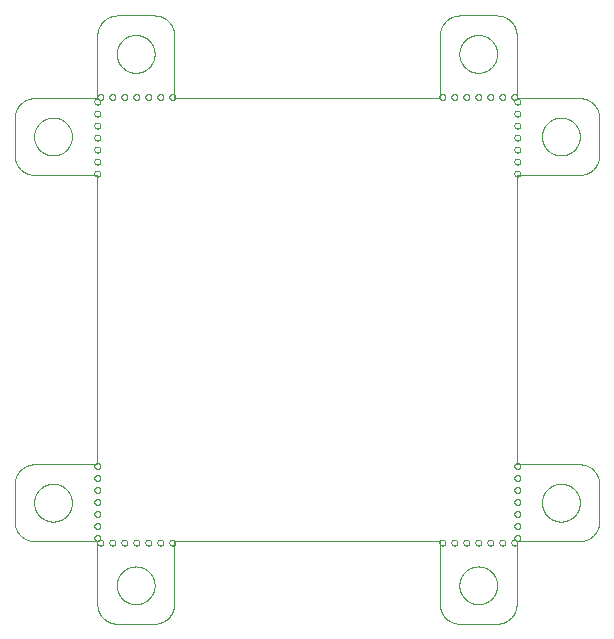
<source format=gko>
G04 EAGLE Gerber RS-274X export*
G75*
%MOMM*%
%FSLAX34Y34*%
%LPD*%
%INSlot drills/holes*%
%IPPOS*%
%AMOC8*
5,1,8,0,0,1.08239X$1,22.5*%
G01*
%ADD10C,0.000000*%


D10*
X65000Y377500D02*
X290000Y377500D01*
X0Y312500D02*
X0Y67500D01*
X65000Y2500D02*
X290000Y2500D01*
X355600Y67500D02*
X355600Y312500D01*
X353060Y374650D02*
X353062Y374750D01*
X353068Y374851D01*
X353078Y374950D01*
X353092Y375050D01*
X353109Y375149D01*
X353131Y375247D01*
X353157Y375344D01*
X353186Y375440D01*
X353219Y375534D01*
X353256Y375628D01*
X353296Y375720D01*
X353340Y375810D01*
X353388Y375898D01*
X353439Y375985D01*
X353493Y376069D01*
X353551Y376151D01*
X353612Y376231D01*
X353676Y376308D01*
X353743Y376383D01*
X353813Y376455D01*
X353886Y376524D01*
X353961Y376590D01*
X354039Y376654D01*
X354119Y376714D01*
X354202Y376771D01*
X354287Y376824D01*
X354374Y376874D01*
X354463Y376921D01*
X354553Y376964D01*
X354645Y377004D01*
X354739Y377040D01*
X354834Y377072D01*
X354930Y377100D01*
X355028Y377125D01*
X355126Y377145D01*
X355225Y377162D01*
X355325Y377175D01*
X355424Y377184D01*
X355525Y377189D01*
X355625Y377190D01*
X355725Y377187D01*
X355826Y377180D01*
X355925Y377169D01*
X356025Y377154D01*
X356123Y377136D01*
X356221Y377113D01*
X356318Y377086D01*
X356413Y377056D01*
X356508Y377022D01*
X356601Y376984D01*
X356692Y376943D01*
X356782Y376898D01*
X356870Y376850D01*
X356956Y376798D01*
X357040Y376743D01*
X357121Y376684D01*
X357200Y376622D01*
X357277Y376558D01*
X357351Y376490D01*
X357422Y376419D01*
X357491Y376346D01*
X357556Y376270D01*
X357619Y376191D01*
X357678Y376110D01*
X357734Y376027D01*
X357787Y375942D01*
X357836Y375854D01*
X357882Y375765D01*
X357924Y375674D01*
X357963Y375581D01*
X357998Y375487D01*
X358029Y375392D01*
X358057Y375295D01*
X358080Y375198D01*
X358100Y375099D01*
X358116Y375000D01*
X358128Y374901D01*
X358136Y374800D01*
X358140Y374700D01*
X358140Y374600D01*
X358136Y374500D01*
X358128Y374399D01*
X358116Y374300D01*
X358100Y374201D01*
X358080Y374102D01*
X358057Y374005D01*
X358029Y373908D01*
X357998Y373813D01*
X357963Y373719D01*
X357924Y373626D01*
X357882Y373535D01*
X357836Y373446D01*
X357787Y373358D01*
X357734Y373273D01*
X357678Y373190D01*
X357619Y373109D01*
X357556Y373030D01*
X357491Y372954D01*
X357422Y372881D01*
X357351Y372810D01*
X357277Y372742D01*
X357200Y372678D01*
X357121Y372616D01*
X357040Y372557D01*
X356956Y372502D01*
X356870Y372450D01*
X356782Y372402D01*
X356692Y372357D01*
X356601Y372316D01*
X356508Y372278D01*
X356413Y372244D01*
X356318Y372214D01*
X356221Y372187D01*
X356123Y372164D01*
X356025Y372146D01*
X355925Y372131D01*
X355826Y372120D01*
X355725Y372113D01*
X355625Y372110D01*
X355525Y372111D01*
X355424Y372116D01*
X355325Y372125D01*
X355225Y372138D01*
X355126Y372155D01*
X355028Y372175D01*
X354930Y372200D01*
X354834Y372228D01*
X354739Y372260D01*
X354645Y372296D01*
X354553Y372336D01*
X354463Y372379D01*
X354374Y372426D01*
X354287Y372476D01*
X354202Y372529D01*
X354119Y372586D01*
X354039Y372646D01*
X353961Y372710D01*
X353886Y372776D01*
X353813Y372845D01*
X353743Y372917D01*
X353676Y372992D01*
X353612Y373069D01*
X353551Y373149D01*
X353493Y373231D01*
X353439Y373315D01*
X353388Y373402D01*
X353340Y373490D01*
X353296Y373580D01*
X353256Y373672D01*
X353219Y373766D01*
X353186Y373860D01*
X353157Y373956D01*
X353131Y374053D01*
X353109Y374151D01*
X353092Y374250D01*
X353078Y374350D01*
X353068Y374449D01*
X353062Y374550D01*
X353060Y374650D01*
X353060Y364490D02*
X353062Y364590D01*
X353068Y364691D01*
X353078Y364790D01*
X353092Y364890D01*
X353109Y364989D01*
X353131Y365087D01*
X353157Y365184D01*
X353186Y365280D01*
X353219Y365374D01*
X353256Y365468D01*
X353296Y365560D01*
X353340Y365650D01*
X353388Y365738D01*
X353439Y365825D01*
X353493Y365909D01*
X353551Y365991D01*
X353612Y366071D01*
X353676Y366148D01*
X353743Y366223D01*
X353813Y366295D01*
X353886Y366364D01*
X353961Y366430D01*
X354039Y366494D01*
X354119Y366554D01*
X354202Y366611D01*
X354287Y366664D01*
X354374Y366714D01*
X354463Y366761D01*
X354553Y366804D01*
X354645Y366844D01*
X354739Y366880D01*
X354834Y366912D01*
X354930Y366940D01*
X355028Y366965D01*
X355126Y366985D01*
X355225Y367002D01*
X355325Y367015D01*
X355424Y367024D01*
X355525Y367029D01*
X355625Y367030D01*
X355725Y367027D01*
X355826Y367020D01*
X355925Y367009D01*
X356025Y366994D01*
X356123Y366976D01*
X356221Y366953D01*
X356318Y366926D01*
X356413Y366896D01*
X356508Y366862D01*
X356601Y366824D01*
X356692Y366783D01*
X356782Y366738D01*
X356870Y366690D01*
X356956Y366638D01*
X357040Y366583D01*
X357121Y366524D01*
X357200Y366462D01*
X357277Y366398D01*
X357351Y366330D01*
X357422Y366259D01*
X357491Y366186D01*
X357556Y366110D01*
X357619Y366031D01*
X357678Y365950D01*
X357734Y365867D01*
X357787Y365782D01*
X357836Y365694D01*
X357882Y365605D01*
X357924Y365514D01*
X357963Y365421D01*
X357998Y365327D01*
X358029Y365232D01*
X358057Y365135D01*
X358080Y365038D01*
X358100Y364939D01*
X358116Y364840D01*
X358128Y364741D01*
X358136Y364640D01*
X358140Y364540D01*
X358140Y364440D01*
X358136Y364340D01*
X358128Y364239D01*
X358116Y364140D01*
X358100Y364041D01*
X358080Y363942D01*
X358057Y363845D01*
X358029Y363748D01*
X357998Y363653D01*
X357963Y363559D01*
X357924Y363466D01*
X357882Y363375D01*
X357836Y363286D01*
X357787Y363198D01*
X357734Y363113D01*
X357678Y363030D01*
X357619Y362949D01*
X357556Y362870D01*
X357491Y362794D01*
X357422Y362721D01*
X357351Y362650D01*
X357277Y362582D01*
X357200Y362518D01*
X357121Y362456D01*
X357040Y362397D01*
X356956Y362342D01*
X356870Y362290D01*
X356782Y362242D01*
X356692Y362197D01*
X356601Y362156D01*
X356508Y362118D01*
X356413Y362084D01*
X356318Y362054D01*
X356221Y362027D01*
X356123Y362004D01*
X356025Y361986D01*
X355925Y361971D01*
X355826Y361960D01*
X355725Y361953D01*
X355625Y361950D01*
X355525Y361951D01*
X355424Y361956D01*
X355325Y361965D01*
X355225Y361978D01*
X355126Y361995D01*
X355028Y362015D01*
X354930Y362040D01*
X354834Y362068D01*
X354739Y362100D01*
X354645Y362136D01*
X354553Y362176D01*
X354463Y362219D01*
X354374Y362266D01*
X354287Y362316D01*
X354202Y362369D01*
X354119Y362426D01*
X354039Y362486D01*
X353961Y362550D01*
X353886Y362616D01*
X353813Y362685D01*
X353743Y362757D01*
X353676Y362832D01*
X353612Y362909D01*
X353551Y362989D01*
X353493Y363071D01*
X353439Y363155D01*
X353388Y363242D01*
X353340Y363330D01*
X353296Y363420D01*
X353256Y363512D01*
X353219Y363606D01*
X353186Y363700D01*
X353157Y363796D01*
X353131Y363893D01*
X353109Y363991D01*
X353092Y364090D01*
X353078Y364190D01*
X353068Y364289D01*
X353062Y364390D01*
X353060Y364490D01*
X353060Y354330D02*
X353062Y354430D01*
X353068Y354531D01*
X353078Y354630D01*
X353092Y354730D01*
X353109Y354829D01*
X353131Y354927D01*
X353157Y355024D01*
X353186Y355120D01*
X353219Y355214D01*
X353256Y355308D01*
X353296Y355400D01*
X353340Y355490D01*
X353388Y355578D01*
X353439Y355665D01*
X353493Y355749D01*
X353551Y355831D01*
X353612Y355911D01*
X353676Y355988D01*
X353743Y356063D01*
X353813Y356135D01*
X353886Y356204D01*
X353961Y356270D01*
X354039Y356334D01*
X354119Y356394D01*
X354202Y356451D01*
X354287Y356504D01*
X354374Y356554D01*
X354463Y356601D01*
X354553Y356644D01*
X354645Y356684D01*
X354739Y356720D01*
X354834Y356752D01*
X354930Y356780D01*
X355028Y356805D01*
X355126Y356825D01*
X355225Y356842D01*
X355325Y356855D01*
X355424Y356864D01*
X355525Y356869D01*
X355625Y356870D01*
X355725Y356867D01*
X355826Y356860D01*
X355925Y356849D01*
X356025Y356834D01*
X356123Y356816D01*
X356221Y356793D01*
X356318Y356766D01*
X356413Y356736D01*
X356508Y356702D01*
X356601Y356664D01*
X356692Y356623D01*
X356782Y356578D01*
X356870Y356530D01*
X356956Y356478D01*
X357040Y356423D01*
X357121Y356364D01*
X357200Y356302D01*
X357277Y356238D01*
X357351Y356170D01*
X357422Y356099D01*
X357491Y356026D01*
X357556Y355950D01*
X357619Y355871D01*
X357678Y355790D01*
X357734Y355707D01*
X357787Y355622D01*
X357836Y355534D01*
X357882Y355445D01*
X357924Y355354D01*
X357963Y355261D01*
X357998Y355167D01*
X358029Y355072D01*
X358057Y354975D01*
X358080Y354878D01*
X358100Y354779D01*
X358116Y354680D01*
X358128Y354581D01*
X358136Y354480D01*
X358140Y354380D01*
X358140Y354280D01*
X358136Y354180D01*
X358128Y354079D01*
X358116Y353980D01*
X358100Y353881D01*
X358080Y353782D01*
X358057Y353685D01*
X358029Y353588D01*
X357998Y353493D01*
X357963Y353399D01*
X357924Y353306D01*
X357882Y353215D01*
X357836Y353126D01*
X357787Y353038D01*
X357734Y352953D01*
X357678Y352870D01*
X357619Y352789D01*
X357556Y352710D01*
X357491Y352634D01*
X357422Y352561D01*
X357351Y352490D01*
X357277Y352422D01*
X357200Y352358D01*
X357121Y352296D01*
X357040Y352237D01*
X356956Y352182D01*
X356870Y352130D01*
X356782Y352082D01*
X356692Y352037D01*
X356601Y351996D01*
X356508Y351958D01*
X356413Y351924D01*
X356318Y351894D01*
X356221Y351867D01*
X356123Y351844D01*
X356025Y351826D01*
X355925Y351811D01*
X355826Y351800D01*
X355725Y351793D01*
X355625Y351790D01*
X355525Y351791D01*
X355424Y351796D01*
X355325Y351805D01*
X355225Y351818D01*
X355126Y351835D01*
X355028Y351855D01*
X354930Y351880D01*
X354834Y351908D01*
X354739Y351940D01*
X354645Y351976D01*
X354553Y352016D01*
X354463Y352059D01*
X354374Y352106D01*
X354287Y352156D01*
X354202Y352209D01*
X354119Y352266D01*
X354039Y352326D01*
X353961Y352390D01*
X353886Y352456D01*
X353813Y352525D01*
X353743Y352597D01*
X353676Y352672D01*
X353612Y352749D01*
X353551Y352829D01*
X353493Y352911D01*
X353439Y352995D01*
X353388Y353082D01*
X353340Y353170D01*
X353296Y353260D01*
X353256Y353352D01*
X353219Y353446D01*
X353186Y353540D01*
X353157Y353636D01*
X353131Y353733D01*
X353109Y353831D01*
X353092Y353930D01*
X353078Y354030D01*
X353068Y354129D01*
X353062Y354230D01*
X353060Y354330D01*
X353060Y344170D02*
X353062Y344270D01*
X353068Y344371D01*
X353078Y344470D01*
X353092Y344570D01*
X353109Y344669D01*
X353131Y344767D01*
X353157Y344864D01*
X353186Y344960D01*
X353219Y345054D01*
X353256Y345148D01*
X353296Y345240D01*
X353340Y345330D01*
X353388Y345418D01*
X353439Y345505D01*
X353493Y345589D01*
X353551Y345671D01*
X353612Y345751D01*
X353676Y345828D01*
X353743Y345903D01*
X353813Y345975D01*
X353886Y346044D01*
X353961Y346110D01*
X354039Y346174D01*
X354119Y346234D01*
X354202Y346291D01*
X354287Y346344D01*
X354374Y346394D01*
X354463Y346441D01*
X354553Y346484D01*
X354645Y346524D01*
X354739Y346560D01*
X354834Y346592D01*
X354930Y346620D01*
X355028Y346645D01*
X355126Y346665D01*
X355225Y346682D01*
X355325Y346695D01*
X355424Y346704D01*
X355525Y346709D01*
X355625Y346710D01*
X355725Y346707D01*
X355826Y346700D01*
X355925Y346689D01*
X356025Y346674D01*
X356123Y346656D01*
X356221Y346633D01*
X356318Y346606D01*
X356413Y346576D01*
X356508Y346542D01*
X356601Y346504D01*
X356692Y346463D01*
X356782Y346418D01*
X356870Y346370D01*
X356956Y346318D01*
X357040Y346263D01*
X357121Y346204D01*
X357200Y346142D01*
X357277Y346078D01*
X357351Y346010D01*
X357422Y345939D01*
X357491Y345866D01*
X357556Y345790D01*
X357619Y345711D01*
X357678Y345630D01*
X357734Y345547D01*
X357787Y345462D01*
X357836Y345374D01*
X357882Y345285D01*
X357924Y345194D01*
X357963Y345101D01*
X357998Y345007D01*
X358029Y344912D01*
X358057Y344815D01*
X358080Y344718D01*
X358100Y344619D01*
X358116Y344520D01*
X358128Y344421D01*
X358136Y344320D01*
X358140Y344220D01*
X358140Y344120D01*
X358136Y344020D01*
X358128Y343919D01*
X358116Y343820D01*
X358100Y343721D01*
X358080Y343622D01*
X358057Y343525D01*
X358029Y343428D01*
X357998Y343333D01*
X357963Y343239D01*
X357924Y343146D01*
X357882Y343055D01*
X357836Y342966D01*
X357787Y342878D01*
X357734Y342793D01*
X357678Y342710D01*
X357619Y342629D01*
X357556Y342550D01*
X357491Y342474D01*
X357422Y342401D01*
X357351Y342330D01*
X357277Y342262D01*
X357200Y342198D01*
X357121Y342136D01*
X357040Y342077D01*
X356956Y342022D01*
X356870Y341970D01*
X356782Y341922D01*
X356692Y341877D01*
X356601Y341836D01*
X356508Y341798D01*
X356413Y341764D01*
X356318Y341734D01*
X356221Y341707D01*
X356123Y341684D01*
X356025Y341666D01*
X355925Y341651D01*
X355826Y341640D01*
X355725Y341633D01*
X355625Y341630D01*
X355525Y341631D01*
X355424Y341636D01*
X355325Y341645D01*
X355225Y341658D01*
X355126Y341675D01*
X355028Y341695D01*
X354930Y341720D01*
X354834Y341748D01*
X354739Y341780D01*
X354645Y341816D01*
X354553Y341856D01*
X354463Y341899D01*
X354374Y341946D01*
X354287Y341996D01*
X354202Y342049D01*
X354119Y342106D01*
X354039Y342166D01*
X353961Y342230D01*
X353886Y342296D01*
X353813Y342365D01*
X353743Y342437D01*
X353676Y342512D01*
X353612Y342589D01*
X353551Y342669D01*
X353493Y342751D01*
X353439Y342835D01*
X353388Y342922D01*
X353340Y343010D01*
X353296Y343100D01*
X353256Y343192D01*
X353219Y343286D01*
X353186Y343380D01*
X353157Y343476D01*
X353131Y343573D01*
X353109Y343671D01*
X353092Y343770D01*
X353078Y343870D01*
X353068Y343969D01*
X353062Y344070D01*
X353060Y344170D01*
X353060Y334010D02*
X353062Y334110D01*
X353068Y334211D01*
X353078Y334310D01*
X353092Y334410D01*
X353109Y334509D01*
X353131Y334607D01*
X353157Y334704D01*
X353186Y334800D01*
X353219Y334894D01*
X353256Y334988D01*
X353296Y335080D01*
X353340Y335170D01*
X353388Y335258D01*
X353439Y335345D01*
X353493Y335429D01*
X353551Y335511D01*
X353612Y335591D01*
X353676Y335668D01*
X353743Y335743D01*
X353813Y335815D01*
X353886Y335884D01*
X353961Y335950D01*
X354039Y336014D01*
X354119Y336074D01*
X354202Y336131D01*
X354287Y336184D01*
X354374Y336234D01*
X354463Y336281D01*
X354553Y336324D01*
X354645Y336364D01*
X354739Y336400D01*
X354834Y336432D01*
X354930Y336460D01*
X355028Y336485D01*
X355126Y336505D01*
X355225Y336522D01*
X355325Y336535D01*
X355424Y336544D01*
X355525Y336549D01*
X355625Y336550D01*
X355725Y336547D01*
X355826Y336540D01*
X355925Y336529D01*
X356025Y336514D01*
X356123Y336496D01*
X356221Y336473D01*
X356318Y336446D01*
X356413Y336416D01*
X356508Y336382D01*
X356601Y336344D01*
X356692Y336303D01*
X356782Y336258D01*
X356870Y336210D01*
X356956Y336158D01*
X357040Y336103D01*
X357121Y336044D01*
X357200Y335982D01*
X357277Y335918D01*
X357351Y335850D01*
X357422Y335779D01*
X357491Y335706D01*
X357556Y335630D01*
X357619Y335551D01*
X357678Y335470D01*
X357734Y335387D01*
X357787Y335302D01*
X357836Y335214D01*
X357882Y335125D01*
X357924Y335034D01*
X357963Y334941D01*
X357998Y334847D01*
X358029Y334752D01*
X358057Y334655D01*
X358080Y334558D01*
X358100Y334459D01*
X358116Y334360D01*
X358128Y334261D01*
X358136Y334160D01*
X358140Y334060D01*
X358140Y333960D01*
X358136Y333860D01*
X358128Y333759D01*
X358116Y333660D01*
X358100Y333561D01*
X358080Y333462D01*
X358057Y333365D01*
X358029Y333268D01*
X357998Y333173D01*
X357963Y333079D01*
X357924Y332986D01*
X357882Y332895D01*
X357836Y332806D01*
X357787Y332718D01*
X357734Y332633D01*
X357678Y332550D01*
X357619Y332469D01*
X357556Y332390D01*
X357491Y332314D01*
X357422Y332241D01*
X357351Y332170D01*
X357277Y332102D01*
X357200Y332038D01*
X357121Y331976D01*
X357040Y331917D01*
X356956Y331862D01*
X356870Y331810D01*
X356782Y331762D01*
X356692Y331717D01*
X356601Y331676D01*
X356508Y331638D01*
X356413Y331604D01*
X356318Y331574D01*
X356221Y331547D01*
X356123Y331524D01*
X356025Y331506D01*
X355925Y331491D01*
X355826Y331480D01*
X355725Y331473D01*
X355625Y331470D01*
X355525Y331471D01*
X355424Y331476D01*
X355325Y331485D01*
X355225Y331498D01*
X355126Y331515D01*
X355028Y331535D01*
X354930Y331560D01*
X354834Y331588D01*
X354739Y331620D01*
X354645Y331656D01*
X354553Y331696D01*
X354463Y331739D01*
X354374Y331786D01*
X354287Y331836D01*
X354202Y331889D01*
X354119Y331946D01*
X354039Y332006D01*
X353961Y332070D01*
X353886Y332136D01*
X353813Y332205D01*
X353743Y332277D01*
X353676Y332352D01*
X353612Y332429D01*
X353551Y332509D01*
X353493Y332591D01*
X353439Y332675D01*
X353388Y332762D01*
X353340Y332850D01*
X353296Y332940D01*
X353256Y333032D01*
X353219Y333126D01*
X353186Y333220D01*
X353157Y333316D01*
X353131Y333413D01*
X353109Y333511D01*
X353092Y333610D01*
X353078Y333710D01*
X353068Y333809D01*
X353062Y333910D01*
X353060Y334010D01*
X355000Y377500D02*
X407500Y377500D01*
X425000Y360000D02*
X425000Y330000D01*
X407500Y312500D02*
X355600Y312500D01*
X353060Y323850D02*
X353062Y323950D01*
X353068Y324051D01*
X353078Y324150D01*
X353092Y324250D01*
X353109Y324349D01*
X353131Y324447D01*
X353157Y324544D01*
X353186Y324640D01*
X353219Y324734D01*
X353256Y324828D01*
X353296Y324920D01*
X353340Y325010D01*
X353388Y325098D01*
X353439Y325185D01*
X353493Y325269D01*
X353551Y325351D01*
X353612Y325431D01*
X353676Y325508D01*
X353743Y325583D01*
X353813Y325655D01*
X353886Y325724D01*
X353961Y325790D01*
X354039Y325854D01*
X354119Y325914D01*
X354202Y325971D01*
X354287Y326024D01*
X354374Y326074D01*
X354463Y326121D01*
X354553Y326164D01*
X354645Y326204D01*
X354739Y326240D01*
X354834Y326272D01*
X354930Y326300D01*
X355028Y326325D01*
X355126Y326345D01*
X355225Y326362D01*
X355325Y326375D01*
X355424Y326384D01*
X355525Y326389D01*
X355625Y326390D01*
X355725Y326387D01*
X355826Y326380D01*
X355925Y326369D01*
X356025Y326354D01*
X356123Y326336D01*
X356221Y326313D01*
X356318Y326286D01*
X356413Y326256D01*
X356508Y326222D01*
X356601Y326184D01*
X356692Y326143D01*
X356782Y326098D01*
X356870Y326050D01*
X356956Y325998D01*
X357040Y325943D01*
X357121Y325884D01*
X357200Y325822D01*
X357277Y325758D01*
X357351Y325690D01*
X357422Y325619D01*
X357491Y325546D01*
X357556Y325470D01*
X357619Y325391D01*
X357678Y325310D01*
X357734Y325227D01*
X357787Y325142D01*
X357836Y325054D01*
X357882Y324965D01*
X357924Y324874D01*
X357963Y324781D01*
X357998Y324687D01*
X358029Y324592D01*
X358057Y324495D01*
X358080Y324398D01*
X358100Y324299D01*
X358116Y324200D01*
X358128Y324101D01*
X358136Y324000D01*
X358140Y323900D01*
X358140Y323800D01*
X358136Y323700D01*
X358128Y323599D01*
X358116Y323500D01*
X358100Y323401D01*
X358080Y323302D01*
X358057Y323205D01*
X358029Y323108D01*
X357998Y323013D01*
X357963Y322919D01*
X357924Y322826D01*
X357882Y322735D01*
X357836Y322646D01*
X357787Y322558D01*
X357734Y322473D01*
X357678Y322390D01*
X357619Y322309D01*
X357556Y322230D01*
X357491Y322154D01*
X357422Y322081D01*
X357351Y322010D01*
X357277Y321942D01*
X357200Y321878D01*
X357121Y321816D01*
X357040Y321757D01*
X356956Y321702D01*
X356870Y321650D01*
X356782Y321602D01*
X356692Y321557D01*
X356601Y321516D01*
X356508Y321478D01*
X356413Y321444D01*
X356318Y321414D01*
X356221Y321387D01*
X356123Y321364D01*
X356025Y321346D01*
X355925Y321331D01*
X355826Y321320D01*
X355725Y321313D01*
X355625Y321310D01*
X355525Y321311D01*
X355424Y321316D01*
X355325Y321325D01*
X355225Y321338D01*
X355126Y321355D01*
X355028Y321375D01*
X354930Y321400D01*
X354834Y321428D01*
X354739Y321460D01*
X354645Y321496D01*
X354553Y321536D01*
X354463Y321579D01*
X354374Y321626D01*
X354287Y321676D01*
X354202Y321729D01*
X354119Y321786D01*
X354039Y321846D01*
X353961Y321910D01*
X353886Y321976D01*
X353813Y322045D01*
X353743Y322117D01*
X353676Y322192D01*
X353612Y322269D01*
X353551Y322349D01*
X353493Y322431D01*
X353439Y322515D01*
X353388Y322602D01*
X353340Y322690D01*
X353296Y322780D01*
X353256Y322872D01*
X353219Y322966D01*
X353186Y323060D01*
X353157Y323156D01*
X353131Y323253D01*
X353109Y323351D01*
X353092Y323450D01*
X353078Y323550D01*
X353068Y323649D01*
X353062Y323750D01*
X353060Y323850D01*
X353060Y313690D02*
X353062Y313790D01*
X353068Y313891D01*
X353078Y313990D01*
X353092Y314090D01*
X353109Y314189D01*
X353131Y314287D01*
X353157Y314384D01*
X353186Y314480D01*
X353219Y314574D01*
X353256Y314668D01*
X353296Y314760D01*
X353340Y314850D01*
X353388Y314938D01*
X353439Y315025D01*
X353493Y315109D01*
X353551Y315191D01*
X353612Y315271D01*
X353676Y315348D01*
X353743Y315423D01*
X353813Y315495D01*
X353886Y315564D01*
X353961Y315630D01*
X354039Y315694D01*
X354119Y315754D01*
X354202Y315811D01*
X354287Y315864D01*
X354374Y315914D01*
X354463Y315961D01*
X354553Y316004D01*
X354645Y316044D01*
X354739Y316080D01*
X354834Y316112D01*
X354930Y316140D01*
X355028Y316165D01*
X355126Y316185D01*
X355225Y316202D01*
X355325Y316215D01*
X355424Y316224D01*
X355525Y316229D01*
X355625Y316230D01*
X355725Y316227D01*
X355826Y316220D01*
X355925Y316209D01*
X356025Y316194D01*
X356123Y316176D01*
X356221Y316153D01*
X356318Y316126D01*
X356413Y316096D01*
X356508Y316062D01*
X356601Y316024D01*
X356692Y315983D01*
X356782Y315938D01*
X356870Y315890D01*
X356956Y315838D01*
X357040Y315783D01*
X357121Y315724D01*
X357200Y315662D01*
X357277Y315598D01*
X357351Y315530D01*
X357422Y315459D01*
X357491Y315386D01*
X357556Y315310D01*
X357619Y315231D01*
X357678Y315150D01*
X357734Y315067D01*
X357787Y314982D01*
X357836Y314894D01*
X357882Y314805D01*
X357924Y314714D01*
X357963Y314621D01*
X357998Y314527D01*
X358029Y314432D01*
X358057Y314335D01*
X358080Y314238D01*
X358100Y314139D01*
X358116Y314040D01*
X358128Y313941D01*
X358136Y313840D01*
X358140Y313740D01*
X358140Y313640D01*
X358136Y313540D01*
X358128Y313439D01*
X358116Y313340D01*
X358100Y313241D01*
X358080Y313142D01*
X358057Y313045D01*
X358029Y312948D01*
X357998Y312853D01*
X357963Y312759D01*
X357924Y312666D01*
X357882Y312575D01*
X357836Y312486D01*
X357787Y312398D01*
X357734Y312313D01*
X357678Y312230D01*
X357619Y312149D01*
X357556Y312070D01*
X357491Y311994D01*
X357422Y311921D01*
X357351Y311850D01*
X357277Y311782D01*
X357200Y311718D01*
X357121Y311656D01*
X357040Y311597D01*
X356956Y311542D01*
X356870Y311490D01*
X356782Y311442D01*
X356692Y311397D01*
X356601Y311356D01*
X356508Y311318D01*
X356413Y311284D01*
X356318Y311254D01*
X356221Y311227D01*
X356123Y311204D01*
X356025Y311186D01*
X355925Y311171D01*
X355826Y311160D01*
X355725Y311153D01*
X355625Y311150D01*
X355525Y311151D01*
X355424Y311156D01*
X355325Y311165D01*
X355225Y311178D01*
X355126Y311195D01*
X355028Y311215D01*
X354930Y311240D01*
X354834Y311268D01*
X354739Y311300D01*
X354645Y311336D01*
X354553Y311376D01*
X354463Y311419D01*
X354374Y311466D01*
X354287Y311516D01*
X354202Y311569D01*
X354119Y311626D01*
X354039Y311686D01*
X353961Y311750D01*
X353886Y311816D01*
X353813Y311885D01*
X353743Y311957D01*
X353676Y312032D01*
X353612Y312109D01*
X353551Y312189D01*
X353493Y312271D01*
X353439Y312355D01*
X353388Y312442D01*
X353340Y312530D01*
X353296Y312620D01*
X353256Y312712D01*
X353219Y312806D01*
X353186Y312900D01*
X353157Y312996D01*
X353131Y313093D01*
X353109Y313191D01*
X353092Y313290D01*
X353078Y313390D01*
X353068Y313489D01*
X353062Y313590D01*
X353060Y313690D01*
X289560Y378460D02*
X289562Y378560D01*
X289568Y378661D01*
X289578Y378760D01*
X289592Y378860D01*
X289609Y378959D01*
X289631Y379057D01*
X289657Y379154D01*
X289686Y379250D01*
X289719Y379344D01*
X289756Y379438D01*
X289796Y379530D01*
X289840Y379620D01*
X289888Y379708D01*
X289939Y379795D01*
X289993Y379879D01*
X290051Y379961D01*
X290112Y380041D01*
X290176Y380118D01*
X290243Y380193D01*
X290313Y380265D01*
X290386Y380334D01*
X290461Y380400D01*
X290539Y380464D01*
X290619Y380524D01*
X290702Y380581D01*
X290787Y380634D01*
X290874Y380684D01*
X290963Y380731D01*
X291053Y380774D01*
X291145Y380814D01*
X291239Y380850D01*
X291334Y380882D01*
X291430Y380910D01*
X291528Y380935D01*
X291626Y380955D01*
X291725Y380972D01*
X291825Y380985D01*
X291924Y380994D01*
X292025Y380999D01*
X292125Y381000D01*
X292225Y380997D01*
X292326Y380990D01*
X292425Y380979D01*
X292525Y380964D01*
X292623Y380946D01*
X292721Y380923D01*
X292818Y380896D01*
X292913Y380866D01*
X293008Y380832D01*
X293101Y380794D01*
X293192Y380753D01*
X293282Y380708D01*
X293370Y380660D01*
X293456Y380608D01*
X293540Y380553D01*
X293621Y380494D01*
X293700Y380432D01*
X293777Y380368D01*
X293851Y380300D01*
X293922Y380229D01*
X293991Y380156D01*
X294056Y380080D01*
X294119Y380001D01*
X294178Y379920D01*
X294234Y379837D01*
X294287Y379752D01*
X294336Y379664D01*
X294382Y379575D01*
X294424Y379484D01*
X294463Y379391D01*
X294498Y379297D01*
X294529Y379202D01*
X294557Y379105D01*
X294580Y379008D01*
X294600Y378909D01*
X294616Y378810D01*
X294628Y378711D01*
X294636Y378610D01*
X294640Y378510D01*
X294640Y378410D01*
X294636Y378310D01*
X294628Y378209D01*
X294616Y378110D01*
X294600Y378011D01*
X294580Y377912D01*
X294557Y377815D01*
X294529Y377718D01*
X294498Y377623D01*
X294463Y377529D01*
X294424Y377436D01*
X294382Y377345D01*
X294336Y377256D01*
X294287Y377168D01*
X294234Y377083D01*
X294178Y377000D01*
X294119Y376919D01*
X294056Y376840D01*
X293991Y376764D01*
X293922Y376691D01*
X293851Y376620D01*
X293777Y376552D01*
X293700Y376488D01*
X293621Y376426D01*
X293540Y376367D01*
X293456Y376312D01*
X293370Y376260D01*
X293282Y376212D01*
X293192Y376167D01*
X293101Y376126D01*
X293008Y376088D01*
X292913Y376054D01*
X292818Y376024D01*
X292721Y375997D01*
X292623Y375974D01*
X292525Y375956D01*
X292425Y375941D01*
X292326Y375930D01*
X292225Y375923D01*
X292125Y375920D01*
X292025Y375921D01*
X291924Y375926D01*
X291825Y375935D01*
X291725Y375948D01*
X291626Y375965D01*
X291528Y375985D01*
X291430Y376010D01*
X291334Y376038D01*
X291239Y376070D01*
X291145Y376106D01*
X291053Y376146D01*
X290963Y376189D01*
X290874Y376236D01*
X290787Y376286D01*
X290702Y376339D01*
X290619Y376396D01*
X290539Y376456D01*
X290461Y376520D01*
X290386Y376586D01*
X290313Y376655D01*
X290243Y376727D01*
X290176Y376802D01*
X290112Y376879D01*
X290051Y376959D01*
X289993Y377041D01*
X289939Y377125D01*
X289888Y377212D01*
X289840Y377300D01*
X289796Y377390D01*
X289756Y377482D01*
X289719Y377576D01*
X289686Y377670D01*
X289657Y377766D01*
X289631Y377863D01*
X289609Y377961D01*
X289592Y378060D01*
X289578Y378160D01*
X289568Y378259D01*
X289562Y378360D01*
X289560Y378460D01*
X299720Y378460D02*
X299722Y378560D01*
X299728Y378661D01*
X299738Y378760D01*
X299752Y378860D01*
X299769Y378959D01*
X299791Y379057D01*
X299817Y379154D01*
X299846Y379250D01*
X299879Y379344D01*
X299916Y379438D01*
X299956Y379530D01*
X300000Y379620D01*
X300048Y379708D01*
X300099Y379795D01*
X300153Y379879D01*
X300211Y379961D01*
X300272Y380041D01*
X300336Y380118D01*
X300403Y380193D01*
X300473Y380265D01*
X300546Y380334D01*
X300621Y380400D01*
X300699Y380464D01*
X300779Y380524D01*
X300862Y380581D01*
X300947Y380634D01*
X301034Y380684D01*
X301123Y380731D01*
X301213Y380774D01*
X301305Y380814D01*
X301399Y380850D01*
X301494Y380882D01*
X301590Y380910D01*
X301688Y380935D01*
X301786Y380955D01*
X301885Y380972D01*
X301985Y380985D01*
X302084Y380994D01*
X302185Y380999D01*
X302285Y381000D01*
X302385Y380997D01*
X302486Y380990D01*
X302585Y380979D01*
X302685Y380964D01*
X302783Y380946D01*
X302881Y380923D01*
X302978Y380896D01*
X303073Y380866D01*
X303168Y380832D01*
X303261Y380794D01*
X303352Y380753D01*
X303442Y380708D01*
X303530Y380660D01*
X303616Y380608D01*
X303700Y380553D01*
X303781Y380494D01*
X303860Y380432D01*
X303937Y380368D01*
X304011Y380300D01*
X304082Y380229D01*
X304151Y380156D01*
X304216Y380080D01*
X304279Y380001D01*
X304338Y379920D01*
X304394Y379837D01*
X304447Y379752D01*
X304496Y379664D01*
X304542Y379575D01*
X304584Y379484D01*
X304623Y379391D01*
X304658Y379297D01*
X304689Y379202D01*
X304717Y379105D01*
X304740Y379008D01*
X304760Y378909D01*
X304776Y378810D01*
X304788Y378711D01*
X304796Y378610D01*
X304800Y378510D01*
X304800Y378410D01*
X304796Y378310D01*
X304788Y378209D01*
X304776Y378110D01*
X304760Y378011D01*
X304740Y377912D01*
X304717Y377815D01*
X304689Y377718D01*
X304658Y377623D01*
X304623Y377529D01*
X304584Y377436D01*
X304542Y377345D01*
X304496Y377256D01*
X304447Y377168D01*
X304394Y377083D01*
X304338Y377000D01*
X304279Y376919D01*
X304216Y376840D01*
X304151Y376764D01*
X304082Y376691D01*
X304011Y376620D01*
X303937Y376552D01*
X303860Y376488D01*
X303781Y376426D01*
X303700Y376367D01*
X303616Y376312D01*
X303530Y376260D01*
X303442Y376212D01*
X303352Y376167D01*
X303261Y376126D01*
X303168Y376088D01*
X303073Y376054D01*
X302978Y376024D01*
X302881Y375997D01*
X302783Y375974D01*
X302685Y375956D01*
X302585Y375941D01*
X302486Y375930D01*
X302385Y375923D01*
X302285Y375920D01*
X302185Y375921D01*
X302084Y375926D01*
X301985Y375935D01*
X301885Y375948D01*
X301786Y375965D01*
X301688Y375985D01*
X301590Y376010D01*
X301494Y376038D01*
X301399Y376070D01*
X301305Y376106D01*
X301213Y376146D01*
X301123Y376189D01*
X301034Y376236D01*
X300947Y376286D01*
X300862Y376339D01*
X300779Y376396D01*
X300699Y376456D01*
X300621Y376520D01*
X300546Y376586D01*
X300473Y376655D01*
X300403Y376727D01*
X300336Y376802D01*
X300272Y376879D01*
X300211Y376959D01*
X300153Y377041D01*
X300099Y377125D01*
X300048Y377212D01*
X300000Y377300D01*
X299956Y377390D01*
X299916Y377482D01*
X299879Y377576D01*
X299846Y377670D01*
X299817Y377766D01*
X299791Y377863D01*
X299769Y377961D01*
X299752Y378060D01*
X299738Y378160D01*
X299728Y378259D01*
X299722Y378360D01*
X299720Y378460D01*
X309880Y378460D02*
X309882Y378560D01*
X309888Y378661D01*
X309898Y378760D01*
X309912Y378860D01*
X309929Y378959D01*
X309951Y379057D01*
X309977Y379154D01*
X310006Y379250D01*
X310039Y379344D01*
X310076Y379438D01*
X310116Y379530D01*
X310160Y379620D01*
X310208Y379708D01*
X310259Y379795D01*
X310313Y379879D01*
X310371Y379961D01*
X310432Y380041D01*
X310496Y380118D01*
X310563Y380193D01*
X310633Y380265D01*
X310706Y380334D01*
X310781Y380400D01*
X310859Y380464D01*
X310939Y380524D01*
X311022Y380581D01*
X311107Y380634D01*
X311194Y380684D01*
X311283Y380731D01*
X311373Y380774D01*
X311465Y380814D01*
X311559Y380850D01*
X311654Y380882D01*
X311750Y380910D01*
X311848Y380935D01*
X311946Y380955D01*
X312045Y380972D01*
X312145Y380985D01*
X312244Y380994D01*
X312345Y380999D01*
X312445Y381000D01*
X312545Y380997D01*
X312646Y380990D01*
X312745Y380979D01*
X312845Y380964D01*
X312943Y380946D01*
X313041Y380923D01*
X313138Y380896D01*
X313233Y380866D01*
X313328Y380832D01*
X313421Y380794D01*
X313512Y380753D01*
X313602Y380708D01*
X313690Y380660D01*
X313776Y380608D01*
X313860Y380553D01*
X313941Y380494D01*
X314020Y380432D01*
X314097Y380368D01*
X314171Y380300D01*
X314242Y380229D01*
X314311Y380156D01*
X314376Y380080D01*
X314439Y380001D01*
X314498Y379920D01*
X314554Y379837D01*
X314607Y379752D01*
X314656Y379664D01*
X314702Y379575D01*
X314744Y379484D01*
X314783Y379391D01*
X314818Y379297D01*
X314849Y379202D01*
X314877Y379105D01*
X314900Y379008D01*
X314920Y378909D01*
X314936Y378810D01*
X314948Y378711D01*
X314956Y378610D01*
X314960Y378510D01*
X314960Y378410D01*
X314956Y378310D01*
X314948Y378209D01*
X314936Y378110D01*
X314920Y378011D01*
X314900Y377912D01*
X314877Y377815D01*
X314849Y377718D01*
X314818Y377623D01*
X314783Y377529D01*
X314744Y377436D01*
X314702Y377345D01*
X314656Y377256D01*
X314607Y377168D01*
X314554Y377083D01*
X314498Y377000D01*
X314439Y376919D01*
X314376Y376840D01*
X314311Y376764D01*
X314242Y376691D01*
X314171Y376620D01*
X314097Y376552D01*
X314020Y376488D01*
X313941Y376426D01*
X313860Y376367D01*
X313776Y376312D01*
X313690Y376260D01*
X313602Y376212D01*
X313512Y376167D01*
X313421Y376126D01*
X313328Y376088D01*
X313233Y376054D01*
X313138Y376024D01*
X313041Y375997D01*
X312943Y375974D01*
X312845Y375956D01*
X312745Y375941D01*
X312646Y375930D01*
X312545Y375923D01*
X312445Y375920D01*
X312345Y375921D01*
X312244Y375926D01*
X312145Y375935D01*
X312045Y375948D01*
X311946Y375965D01*
X311848Y375985D01*
X311750Y376010D01*
X311654Y376038D01*
X311559Y376070D01*
X311465Y376106D01*
X311373Y376146D01*
X311283Y376189D01*
X311194Y376236D01*
X311107Y376286D01*
X311022Y376339D01*
X310939Y376396D01*
X310859Y376456D01*
X310781Y376520D01*
X310706Y376586D01*
X310633Y376655D01*
X310563Y376727D01*
X310496Y376802D01*
X310432Y376879D01*
X310371Y376959D01*
X310313Y377041D01*
X310259Y377125D01*
X310208Y377212D01*
X310160Y377300D01*
X310116Y377390D01*
X310076Y377482D01*
X310039Y377576D01*
X310006Y377670D01*
X309977Y377766D01*
X309951Y377863D01*
X309929Y377961D01*
X309912Y378060D01*
X309898Y378160D01*
X309888Y378259D01*
X309882Y378360D01*
X309880Y378460D01*
X320040Y378460D02*
X320042Y378560D01*
X320048Y378661D01*
X320058Y378760D01*
X320072Y378860D01*
X320089Y378959D01*
X320111Y379057D01*
X320137Y379154D01*
X320166Y379250D01*
X320199Y379344D01*
X320236Y379438D01*
X320276Y379530D01*
X320320Y379620D01*
X320368Y379708D01*
X320419Y379795D01*
X320473Y379879D01*
X320531Y379961D01*
X320592Y380041D01*
X320656Y380118D01*
X320723Y380193D01*
X320793Y380265D01*
X320866Y380334D01*
X320941Y380400D01*
X321019Y380464D01*
X321099Y380524D01*
X321182Y380581D01*
X321267Y380634D01*
X321354Y380684D01*
X321443Y380731D01*
X321533Y380774D01*
X321625Y380814D01*
X321719Y380850D01*
X321814Y380882D01*
X321910Y380910D01*
X322008Y380935D01*
X322106Y380955D01*
X322205Y380972D01*
X322305Y380985D01*
X322404Y380994D01*
X322505Y380999D01*
X322605Y381000D01*
X322705Y380997D01*
X322806Y380990D01*
X322905Y380979D01*
X323005Y380964D01*
X323103Y380946D01*
X323201Y380923D01*
X323298Y380896D01*
X323393Y380866D01*
X323488Y380832D01*
X323581Y380794D01*
X323672Y380753D01*
X323762Y380708D01*
X323850Y380660D01*
X323936Y380608D01*
X324020Y380553D01*
X324101Y380494D01*
X324180Y380432D01*
X324257Y380368D01*
X324331Y380300D01*
X324402Y380229D01*
X324471Y380156D01*
X324536Y380080D01*
X324599Y380001D01*
X324658Y379920D01*
X324714Y379837D01*
X324767Y379752D01*
X324816Y379664D01*
X324862Y379575D01*
X324904Y379484D01*
X324943Y379391D01*
X324978Y379297D01*
X325009Y379202D01*
X325037Y379105D01*
X325060Y379008D01*
X325080Y378909D01*
X325096Y378810D01*
X325108Y378711D01*
X325116Y378610D01*
X325120Y378510D01*
X325120Y378410D01*
X325116Y378310D01*
X325108Y378209D01*
X325096Y378110D01*
X325080Y378011D01*
X325060Y377912D01*
X325037Y377815D01*
X325009Y377718D01*
X324978Y377623D01*
X324943Y377529D01*
X324904Y377436D01*
X324862Y377345D01*
X324816Y377256D01*
X324767Y377168D01*
X324714Y377083D01*
X324658Y377000D01*
X324599Y376919D01*
X324536Y376840D01*
X324471Y376764D01*
X324402Y376691D01*
X324331Y376620D01*
X324257Y376552D01*
X324180Y376488D01*
X324101Y376426D01*
X324020Y376367D01*
X323936Y376312D01*
X323850Y376260D01*
X323762Y376212D01*
X323672Y376167D01*
X323581Y376126D01*
X323488Y376088D01*
X323393Y376054D01*
X323298Y376024D01*
X323201Y375997D01*
X323103Y375974D01*
X323005Y375956D01*
X322905Y375941D01*
X322806Y375930D01*
X322705Y375923D01*
X322605Y375920D01*
X322505Y375921D01*
X322404Y375926D01*
X322305Y375935D01*
X322205Y375948D01*
X322106Y375965D01*
X322008Y375985D01*
X321910Y376010D01*
X321814Y376038D01*
X321719Y376070D01*
X321625Y376106D01*
X321533Y376146D01*
X321443Y376189D01*
X321354Y376236D01*
X321267Y376286D01*
X321182Y376339D01*
X321099Y376396D01*
X321019Y376456D01*
X320941Y376520D01*
X320866Y376586D01*
X320793Y376655D01*
X320723Y376727D01*
X320656Y376802D01*
X320592Y376879D01*
X320531Y376959D01*
X320473Y377041D01*
X320419Y377125D01*
X320368Y377212D01*
X320320Y377300D01*
X320276Y377390D01*
X320236Y377482D01*
X320199Y377576D01*
X320166Y377670D01*
X320137Y377766D01*
X320111Y377863D01*
X320089Y377961D01*
X320072Y378060D01*
X320058Y378160D01*
X320048Y378259D01*
X320042Y378360D01*
X320040Y378460D01*
X330200Y378460D02*
X330202Y378560D01*
X330208Y378661D01*
X330218Y378760D01*
X330232Y378860D01*
X330249Y378959D01*
X330271Y379057D01*
X330297Y379154D01*
X330326Y379250D01*
X330359Y379344D01*
X330396Y379438D01*
X330436Y379530D01*
X330480Y379620D01*
X330528Y379708D01*
X330579Y379795D01*
X330633Y379879D01*
X330691Y379961D01*
X330752Y380041D01*
X330816Y380118D01*
X330883Y380193D01*
X330953Y380265D01*
X331026Y380334D01*
X331101Y380400D01*
X331179Y380464D01*
X331259Y380524D01*
X331342Y380581D01*
X331427Y380634D01*
X331514Y380684D01*
X331603Y380731D01*
X331693Y380774D01*
X331785Y380814D01*
X331879Y380850D01*
X331974Y380882D01*
X332070Y380910D01*
X332168Y380935D01*
X332266Y380955D01*
X332365Y380972D01*
X332465Y380985D01*
X332564Y380994D01*
X332665Y380999D01*
X332765Y381000D01*
X332865Y380997D01*
X332966Y380990D01*
X333065Y380979D01*
X333165Y380964D01*
X333263Y380946D01*
X333361Y380923D01*
X333458Y380896D01*
X333553Y380866D01*
X333648Y380832D01*
X333741Y380794D01*
X333832Y380753D01*
X333922Y380708D01*
X334010Y380660D01*
X334096Y380608D01*
X334180Y380553D01*
X334261Y380494D01*
X334340Y380432D01*
X334417Y380368D01*
X334491Y380300D01*
X334562Y380229D01*
X334631Y380156D01*
X334696Y380080D01*
X334759Y380001D01*
X334818Y379920D01*
X334874Y379837D01*
X334927Y379752D01*
X334976Y379664D01*
X335022Y379575D01*
X335064Y379484D01*
X335103Y379391D01*
X335138Y379297D01*
X335169Y379202D01*
X335197Y379105D01*
X335220Y379008D01*
X335240Y378909D01*
X335256Y378810D01*
X335268Y378711D01*
X335276Y378610D01*
X335280Y378510D01*
X335280Y378410D01*
X335276Y378310D01*
X335268Y378209D01*
X335256Y378110D01*
X335240Y378011D01*
X335220Y377912D01*
X335197Y377815D01*
X335169Y377718D01*
X335138Y377623D01*
X335103Y377529D01*
X335064Y377436D01*
X335022Y377345D01*
X334976Y377256D01*
X334927Y377168D01*
X334874Y377083D01*
X334818Y377000D01*
X334759Y376919D01*
X334696Y376840D01*
X334631Y376764D01*
X334562Y376691D01*
X334491Y376620D01*
X334417Y376552D01*
X334340Y376488D01*
X334261Y376426D01*
X334180Y376367D01*
X334096Y376312D01*
X334010Y376260D01*
X333922Y376212D01*
X333832Y376167D01*
X333741Y376126D01*
X333648Y376088D01*
X333553Y376054D01*
X333458Y376024D01*
X333361Y375997D01*
X333263Y375974D01*
X333165Y375956D01*
X333065Y375941D01*
X332966Y375930D01*
X332865Y375923D01*
X332765Y375920D01*
X332665Y375921D01*
X332564Y375926D01*
X332465Y375935D01*
X332365Y375948D01*
X332266Y375965D01*
X332168Y375985D01*
X332070Y376010D01*
X331974Y376038D01*
X331879Y376070D01*
X331785Y376106D01*
X331693Y376146D01*
X331603Y376189D01*
X331514Y376236D01*
X331427Y376286D01*
X331342Y376339D01*
X331259Y376396D01*
X331179Y376456D01*
X331101Y376520D01*
X331026Y376586D01*
X330953Y376655D01*
X330883Y376727D01*
X330816Y376802D01*
X330752Y376879D01*
X330691Y376959D01*
X330633Y377041D01*
X330579Y377125D01*
X330528Y377212D01*
X330480Y377300D01*
X330436Y377390D01*
X330396Y377482D01*
X330359Y377576D01*
X330326Y377670D01*
X330297Y377766D01*
X330271Y377863D01*
X330249Y377961D01*
X330232Y378060D01*
X330218Y378160D01*
X330208Y378259D01*
X330202Y378360D01*
X330200Y378460D01*
X290000Y377500D02*
X290000Y430000D01*
X308000Y447500D02*
X337500Y447500D01*
X340360Y378460D02*
X340362Y378560D01*
X340368Y378661D01*
X340378Y378760D01*
X340392Y378860D01*
X340409Y378959D01*
X340431Y379057D01*
X340457Y379154D01*
X340486Y379250D01*
X340519Y379344D01*
X340556Y379438D01*
X340596Y379530D01*
X340640Y379620D01*
X340688Y379708D01*
X340739Y379795D01*
X340793Y379879D01*
X340851Y379961D01*
X340912Y380041D01*
X340976Y380118D01*
X341043Y380193D01*
X341113Y380265D01*
X341186Y380334D01*
X341261Y380400D01*
X341339Y380464D01*
X341419Y380524D01*
X341502Y380581D01*
X341587Y380634D01*
X341674Y380684D01*
X341763Y380731D01*
X341853Y380774D01*
X341945Y380814D01*
X342039Y380850D01*
X342134Y380882D01*
X342230Y380910D01*
X342328Y380935D01*
X342426Y380955D01*
X342525Y380972D01*
X342625Y380985D01*
X342724Y380994D01*
X342825Y380999D01*
X342925Y381000D01*
X343025Y380997D01*
X343126Y380990D01*
X343225Y380979D01*
X343325Y380964D01*
X343423Y380946D01*
X343521Y380923D01*
X343618Y380896D01*
X343713Y380866D01*
X343808Y380832D01*
X343901Y380794D01*
X343992Y380753D01*
X344082Y380708D01*
X344170Y380660D01*
X344256Y380608D01*
X344340Y380553D01*
X344421Y380494D01*
X344500Y380432D01*
X344577Y380368D01*
X344651Y380300D01*
X344722Y380229D01*
X344791Y380156D01*
X344856Y380080D01*
X344919Y380001D01*
X344978Y379920D01*
X345034Y379837D01*
X345087Y379752D01*
X345136Y379664D01*
X345182Y379575D01*
X345224Y379484D01*
X345263Y379391D01*
X345298Y379297D01*
X345329Y379202D01*
X345357Y379105D01*
X345380Y379008D01*
X345400Y378909D01*
X345416Y378810D01*
X345428Y378711D01*
X345436Y378610D01*
X345440Y378510D01*
X345440Y378410D01*
X345436Y378310D01*
X345428Y378209D01*
X345416Y378110D01*
X345400Y378011D01*
X345380Y377912D01*
X345357Y377815D01*
X345329Y377718D01*
X345298Y377623D01*
X345263Y377529D01*
X345224Y377436D01*
X345182Y377345D01*
X345136Y377256D01*
X345087Y377168D01*
X345034Y377083D01*
X344978Y377000D01*
X344919Y376919D01*
X344856Y376840D01*
X344791Y376764D01*
X344722Y376691D01*
X344651Y376620D01*
X344577Y376552D01*
X344500Y376488D01*
X344421Y376426D01*
X344340Y376367D01*
X344256Y376312D01*
X344170Y376260D01*
X344082Y376212D01*
X343992Y376167D01*
X343901Y376126D01*
X343808Y376088D01*
X343713Y376054D01*
X343618Y376024D01*
X343521Y375997D01*
X343423Y375974D01*
X343325Y375956D01*
X343225Y375941D01*
X343126Y375930D01*
X343025Y375923D01*
X342925Y375920D01*
X342825Y375921D01*
X342724Y375926D01*
X342625Y375935D01*
X342525Y375948D01*
X342426Y375965D01*
X342328Y375985D01*
X342230Y376010D01*
X342134Y376038D01*
X342039Y376070D01*
X341945Y376106D01*
X341853Y376146D01*
X341763Y376189D01*
X341674Y376236D01*
X341587Y376286D01*
X341502Y376339D01*
X341419Y376396D01*
X341339Y376456D01*
X341261Y376520D01*
X341186Y376586D01*
X341113Y376655D01*
X341043Y376727D01*
X340976Y376802D01*
X340912Y376879D01*
X340851Y376959D01*
X340793Y377041D01*
X340739Y377125D01*
X340688Y377212D01*
X340640Y377300D01*
X340596Y377390D01*
X340556Y377482D01*
X340519Y377576D01*
X340486Y377670D01*
X340457Y377766D01*
X340431Y377863D01*
X340409Y377961D01*
X340392Y378060D01*
X340378Y378160D01*
X340368Y378259D01*
X340362Y378360D01*
X340360Y378460D01*
X350520Y378460D02*
X350522Y378560D01*
X350528Y378661D01*
X350538Y378760D01*
X350552Y378860D01*
X350569Y378959D01*
X350591Y379057D01*
X350617Y379154D01*
X350646Y379250D01*
X350679Y379344D01*
X350716Y379438D01*
X350756Y379530D01*
X350800Y379620D01*
X350848Y379708D01*
X350899Y379795D01*
X350953Y379879D01*
X351011Y379961D01*
X351072Y380041D01*
X351136Y380118D01*
X351203Y380193D01*
X351273Y380265D01*
X351346Y380334D01*
X351421Y380400D01*
X351499Y380464D01*
X351579Y380524D01*
X351662Y380581D01*
X351747Y380634D01*
X351834Y380684D01*
X351923Y380731D01*
X352013Y380774D01*
X352105Y380814D01*
X352199Y380850D01*
X352294Y380882D01*
X352390Y380910D01*
X352488Y380935D01*
X352586Y380955D01*
X352685Y380972D01*
X352785Y380985D01*
X352884Y380994D01*
X352985Y380999D01*
X353085Y381000D01*
X353185Y380997D01*
X353286Y380990D01*
X353385Y380979D01*
X353485Y380964D01*
X353583Y380946D01*
X353681Y380923D01*
X353778Y380896D01*
X353873Y380866D01*
X353968Y380832D01*
X354061Y380794D01*
X354152Y380753D01*
X354242Y380708D01*
X354330Y380660D01*
X354416Y380608D01*
X354500Y380553D01*
X354581Y380494D01*
X354660Y380432D01*
X354737Y380368D01*
X354811Y380300D01*
X354882Y380229D01*
X354951Y380156D01*
X355016Y380080D01*
X355079Y380001D01*
X355138Y379920D01*
X355194Y379837D01*
X355247Y379752D01*
X355296Y379664D01*
X355342Y379575D01*
X355384Y379484D01*
X355423Y379391D01*
X355458Y379297D01*
X355489Y379202D01*
X355517Y379105D01*
X355540Y379008D01*
X355560Y378909D01*
X355576Y378810D01*
X355588Y378711D01*
X355596Y378610D01*
X355600Y378510D01*
X355600Y378410D01*
X355596Y378310D01*
X355588Y378209D01*
X355576Y378110D01*
X355560Y378011D01*
X355540Y377912D01*
X355517Y377815D01*
X355489Y377718D01*
X355458Y377623D01*
X355423Y377529D01*
X355384Y377436D01*
X355342Y377345D01*
X355296Y377256D01*
X355247Y377168D01*
X355194Y377083D01*
X355138Y377000D01*
X355079Y376919D01*
X355016Y376840D01*
X354951Y376764D01*
X354882Y376691D01*
X354811Y376620D01*
X354737Y376552D01*
X354660Y376488D01*
X354581Y376426D01*
X354500Y376367D01*
X354416Y376312D01*
X354330Y376260D01*
X354242Y376212D01*
X354152Y376167D01*
X354061Y376126D01*
X353968Y376088D01*
X353873Y376054D01*
X353778Y376024D01*
X353681Y375997D01*
X353583Y375974D01*
X353485Y375956D01*
X353385Y375941D01*
X353286Y375930D01*
X353185Y375923D01*
X353085Y375920D01*
X352985Y375921D01*
X352884Y375926D01*
X352785Y375935D01*
X352685Y375948D01*
X352586Y375965D01*
X352488Y375985D01*
X352390Y376010D01*
X352294Y376038D01*
X352199Y376070D01*
X352105Y376106D01*
X352013Y376146D01*
X351923Y376189D01*
X351834Y376236D01*
X351747Y376286D01*
X351662Y376339D01*
X351579Y376396D01*
X351499Y376456D01*
X351421Y376520D01*
X351346Y376586D01*
X351273Y376655D01*
X351203Y376727D01*
X351136Y376802D01*
X351072Y376879D01*
X351011Y376959D01*
X350953Y377041D01*
X350899Y377125D01*
X350848Y377212D01*
X350800Y377300D01*
X350756Y377390D01*
X350716Y377482D01*
X350679Y377576D01*
X350646Y377670D01*
X350617Y377766D01*
X350591Y377863D01*
X350569Y377961D01*
X350552Y378060D01*
X350538Y378160D01*
X350528Y378259D01*
X350522Y378360D01*
X350520Y378460D01*
X0Y378460D02*
X2Y378560D01*
X8Y378661D01*
X18Y378760D01*
X32Y378860D01*
X49Y378959D01*
X71Y379057D01*
X97Y379154D01*
X126Y379250D01*
X159Y379344D01*
X196Y379438D01*
X236Y379530D01*
X280Y379620D01*
X328Y379708D01*
X379Y379795D01*
X433Y379879D01*
X491Y379961D01*
X552Y380041D01*
X616Y380118D01*
X683Y380193D01*
X753Y380265D01*
X826Y380334D01*
X901Y380400D01*
X979Y380464D01*
X1059Y380524D01*
X1142Y380581D01*
X1227Y380634D01*
X1314Y380684D01*
X1403Y380731D01*
X1493Y380774D01*
X1585Y380814D01*
X1679Y380850D01*
X1774Y380882D01*
X1870Y380910D01*
X1968Y380935D01*
X2066Y380955D01*
X2165Y380972D01*
X2265Y380985D01*
X2364Y380994D01*
X2465Y380999D01*
X2565Y381000D01*
X2665Y380997D01*
X2766Y380990D01*
X2865Y380979D01*
X2965Y380964D01*
X3063Y380946D01*
X3161Y380923D01*
X3258Y380896D01*
X3353Y380866D01*
X3448Y380832D01*
X3541Y380794D01*
X3632Y380753D01*
X3722Y380708D01*
X3810Y380660D01*
X3896Y380608D01*
X3980Y380553D01*
X4061Y380494D01*
X4140Y380432D01*
X4217Y380368D01*
X4291Y380300D01*
X4362Y380229D01*
X4431Y380156D01*
X4496Y380080D01*
X4559Y380001D01*
X4618Y379920D01*
X4674Y379837D01*
X4727Y379752D01*
X4776Y379664D01*
X4822Y379575D01*
X4864Y379484D01*
X4903Y379391D01*
X4938Y379297D01*
X4969Y379202D01*
X4997Y379105D01*
X5020Y379008D01*
X5040Y378909D01*
X5056Y378810D01*
X5068Y378711D01*
X5076Y378610D01*
X5080Y378510D01*
X5080Y378410D01*
X5076Y378310D01*
X5068Y378209D01*
X5056Y378110D01*
X5040Y378011D01*
X5020Y377912D01*
X4997Y377815D01*
X4969Y377718D01*
X4938Y377623D01*
X4903Y377529D01*
X4864Y377436D01*
X4822Y377345D01*
X4776Y377256D01*
X4727Y377168D01*
X4674Y377083D01*
X4618Y377000D01*
X4559Y376919D01*
X4496Y376840D01*
X4431Y376764D01*
X4362Y376691D01*
X4291Y376620D01*
X4217Y376552D01*
X4140Y376488D01*
X4061Y376426D01*
X3980Y376367D01*
X3896Y376312D01*
X3810Y376260D01*
X3722Y376212D01*
X3632Y376167D01*
X3541Y376126D01*
X3448Y376088D01*
X3353Y376054D01*
X3258Y376024D01*
X3161Y375997D01*
X3063Y375974D01*
X2965Y375956D01*
X2865Y375941D01*
X2766Y375930D01*
X2665Y375923D01*
X2565Y375920D01*
X2465Y375921D01*
X2364Y375926D01*
X2265Y375935D01*
X2165Y375948D01*
X2066Y375965D01*
X1968Y375985D01*
X1870Y376010D01*
X1774Y376038D01*
X1679Y376070D01*
X1585Y376106D01*
X1493Y376146D01*
X1403Y376189D01*
X1314Y376236D01*
X1227Y376286D01*
X1142Y376339D01*
X1059Y376396D01*
X979Y376456D01*
X901Y376520D01*
X826Y376586D01*
X753Y376655D01*
X683Y376727D01*
X616Y376802D01*
X552Y376879D01*
X491Y376959D01*
X433Y377041D01*
X379Y377125D01*
X328Y377212D01*
X280Y377300D01*
X236Y377390D01*
X196Y377482D01*
X159Y377576D01*
X126Y377670D01*
X97Y377766D01*
X71Y377863D01*
X49Y377961D01*
X32Y378060D01*
X18Y378160D01*
X8Y378259D01*
X2Y378360D01*
X0Y378460D01*
X10160Y378460D02*
X10162Y378560D01*
X10168Y378661D01*
X10178Y378760D01*
X10192Y378860D01*
X10209Y378959D01*
X10231Y379057D01*
X10257Y379154D01*
X10286Y379250D01*
X10319Y379344D01*
X10356Y379438D01*
X10396Y379530D01*
X10440Y379620D01*
X10488Y379708D01*
X10539Y379795D01*
X10593Y379879D01*
X10651Y379961D01*
X10712Y380041D01*
X10776Y380118D01*
X10843Y380193D01*
X10913Y380265D01*
X10986Y380334D01*
X11061Y380400D01*
X11139Y380464D01*
X11219Y380524D01*
X11302Y380581D01*
X11387Y380634D01*
X11474Y380684D01*
X11563Y380731D01*
X11653Y380774D01*
X11745Y380814D01*
X11839Y380850D01*
X11934Y380882D01*
X12030Y380910D01*
X12128Y380935D01*
X12226Y380955D01*
X12325Y380972D01*
X12425Y380985D01*
X12524Y380994D01*
X12625Y380999D01*
X12725Y381000D01*
X12825Y380997D01*
X12926Y380990D01*
X13025Y380979D01*
X13125Y380964D01*
X13223Y380946D01*
X13321Y380923D01*
X13418Y380896D01*
X13513Y380866D01*
X13608Y380832D01*
X13701Y380794D01*
X13792Y380753D01*
X13882Y380708D01*
X13970Y380660D01*
X14056Y380608D01*
X14140Y380553D01*
X14221Y380494D01*
X14300Y380432D01*
X14377Y380368D01*
X14451Y380300D01*
X14522Y380229D01*
X14591Y380156D01*
X14656Y380080D01*
X14719Y380001D01*
X14778Y379920D01*
X14834Y379837D01*
X14887Y379752D01*
X14936Y379664D01*
X14982Y379575D01*
X15024Y379484D01*
X15063Y379391D01*
X15098Y379297D01*
X15129Y379202D01*
X15157Y379105D01*
X15180Y379008D01*
X15200Y378909D01*
X15216Y378810D01*
X15228Y378711D01*
X15236Y378610D01*
X15240Y378510D01*
X15240Y378410D01*
X15236Y378310D01*
X15228Y378209D01*
X15216Y378110D01*
X15200Y378011D01*
X15180Y377912D01*
X15157Y377815D01*
X15129Y377718D01*
X15098Y377623D01*
X15063Y377529D01*
X15024Y377436D01*
X14982Y377345D01*
X14936Y377256D01*
X14887Y377168D01*
X14834Y377083D01*
X14778Y377000D01*
X14719Y376919D01*
X14656Y376840D01*
X14591Y376764D01*
X14522Y376691D01*
X14451Y376620D01*
X14377Y376552D01*
X14300Y376488D01*
X14221Y376426D01*
X14140Y376367D01*
X14056Y376312D01*
X13970Y376260D01*
X13882Y376212D01*
X13792Y376167D01*
X13701Y376126D01*
X13608Y376088D01*
X13513Y376054D01*
X13418Y376024D01*
X13321Y375997D01*
X13223Y375974D01*
X13125Y375956D01*
X13025Y375941D01*
X12926Y375930D01*
X12825Y375923D01*
X12725Y375920D01*
X12625Y375921D01*
X12524Y375926D01*
X12425Y375935D01*
X12325Y375948D01*
X12226Y375965D01*
X12128Y375985D01*
X12030Y376010D01*
X11934Y376038D01*
X11839Y376070D01*
X11745Y376106D01*
X11653Y376146D01*
X11563Y376189D01*
X11474Y376236D01*
X11387Y376286D01*
X11302Y376339D01*
X11219Y376396D01*
X11139Y376456D01*
X11061Y376520D01*
X10986Y376586D01*
X10913Y376655D01*
X10843Y376727D01*
X10776Y376802D01*
X10712Y376879D01*
X10651Y376959D01*
X10593Y377041D01*
X10539Y377125D01*
X10488Y377212D01*
X10440Y377300D01*
X10396Y377390D01*
X10356Y377482D01*
X10319Y377576D01*
X10286Y377670D01*
X10257Y377766D01*
X10231Y377863D01*
X10209Y377961D01*
X10192Y378060D01*
X10178Y378160D01*
X10168Y378259D01*
X10162Y378360D01*
X10160Y378460D01*
X20320Y378460D02*
X20322Y378560D01*
X20328Y378661D01*
X20338Y378760D01*
X20352Y378860D01*
X20369Y378959D01*
X20391Y379057D01*
X20417Y379154D01*
X20446Y379250D01*
X20479Y379344D01*
X20516Y379438D01*
X20556Y379530D01*
X20600Y379620D01*
X20648Y379708D01*
X20699Y379795D01*
X20753Y379879D01*
X20811Y379961D01*
X20872Y380041D01*
X20936Y380118D01*
X21003Y380193D01*
X21073Y380265D01*
X21146Y380334D01*
X21221Y380400D01*
X21299Y380464D01*
X21379Y380524D01*
X21462Y380581D01*
X21547Y380634D01*
X21634Y380684D01*
X21723Y380731D01*
X21813Y380774D01*
X21905Y380814D01*
X21999Y380850D01*
X22094Y380882D01*
X22190Y380910D01*
X22288Y380935D01*
X22386Y380955D01*
X22485Y380972D01*
X22585Y380985D01*
X22684Y380994D01*
X22785Y380999D01*
X22885Y381000D01*
X22985Y380997D01*
X23086Y380990D01*
X23185Y380979D01*
X23285Y380964D01*
X23383Y380946D01*
X23481Y380923D01*
X23578Y380896D01*
X23673Y380866D01*
X23768Y380832D01*
X23861Y380794D01*
X23952Y380753D01*
X24042Y380708D01*
X24130Y380660D01*
X24216Y380608D01*
X24300Y380553D01*
X24381Y380494D01*
X24460Y380432D01*
X24537Y380368D01*
X24611Y380300D01*
X24682Y380229D01*
X24751Y380156D01*
X24816Y380080D01*
X24879Y380001D01*
X24938Y379920D01*
X24994Y379837D01*
X25047Y379752D01*
X25096Y379664D01*
X25142Y379575D01*
X25184Y379484D01*
X25223Y379391D01*
X25258Y379297D01*
X25289Y379202D01*
X25317Y379105D01*
X25340Y379008D01*
X25360Y378909D01*
X25376Y378810D01*
X25388Y378711D01*
X25396Y378610D01*
X25400Y378510D01*
X25400Y378410D01*
X25396Y378310D01*
X25388Y378209D01*
X25376Y378110D01*
X25360Y378011D01*
X25340Y377912D01*
X25317Y377815D01*
X25289Y377718D01*
X25258Y377623D01*
X25223Y377529D01*
X25184Y377436D01*
X25142Y377345D01*
X25096Y377256D01*
X25047Y377168D01*
X24994Y377083D01*
X24938Y377000D01*
X24879Y376919D01*
X24816Y376840D01*
X24751Y376764D01*
X24682Y376691D01*
X24611Y376620D01*
X24537Y376552D01*
X24460Y376488D01*
X24381Y376426D01*
X24300Y376367D01*
X24216Y376312D01*
X24130Y376260D01*
X24042Y376212D01*
X23952Y376167D01*
X23861Y376126D01*
X23768Y376088D01*
X23673Y376054D01*
X23578Y376024D01*
X23481Y375997D01*
X23383Y375974D01*
X23285Y375956D01*
X23185Y375941D01*
X23086Y375930D01*
X22985Y375923D01*
X22885Y375920D01*
X22785Y375921D01*
X22684Y375926D01*
X22585Y375935D01*
X22485Y375948D01*
X22386Y375965D01*
X22288Y375985D01*
X22190Y376010D01*
X22094Y376038D01*
X21999Y376070D01*
X21905Y376106D01*
X21813Y376146D01*
X21723Y376189D01*
X21634Y376236D01*
X21547Y376286D01*
X21462Y376339D01*
X21379Y376396D01*
X21299Y376456D01*
X21221Y376520D01*
X21146Y376586D01*
X21073Y376655D01*
X21003Y376727D01*
X20936Y376802D01*
X20872Y376879D01*
X20811Y376959D01*
X20753Y377041D01*
X20699Y377125D01*
X20648Y377212D01*
X20600Y377300D01*
X20556Y377390D01*
X20516Y377482D01*
X20479Y377576D01*
X20446Y377670D01*
X20417Y377766D01*
X20391Y377863D01*
X20369Y377961D01*
X20352Y378060D01*
X20338Y378160D01*
X20328Y378259D01*
X20322Y378360D01*
X20320Y378460D01*
X30480Y378460D02*
X30482Y378560D01*
X30488Y378661D01*
X30498Y378760D01*
X30512Y378860D01*
X30529Y378959D01*
X30551Y379057D01*
X30577Y379154D01*
X30606Y379250D01*
X30639Y379344D01*
X30676Y379438D01*
X30716Y379530D01*
X30760Y379620D01*
X30808Y379708D01*
X30859Y379795D01*
X30913Y379879D01*
X30971Y379961D01*
X31032Y380041D01*
X31096Y380118D01*
X31163Y380193D01*
X31233Y380265D01*
X31306Y380334D01*
X31381Y380400D01*
X31459Y380464D01*
X31539Y380524D01*
X31622Y380581D01*
X31707Y380634D01*
X31794Y380684D01*
X31883Y380731D01*
X31973Y380774D01*
X32065Y380814D01*
X32159Y380850D01*
X32254Y380882D01*
X32350Y380910D01*
X32448Y380935D01*
X32546Y380955D01*
X32645Y380972D01*
X32745Y380985D01*
X32844Y380994D01*
X32945Y380999D01*
X33045Y381000D01*
X33145Y380997D01*
X33246Y380990D01*
X33345Y380979D01*
X33445Y380964D01*
X33543Y380946D01*
X33641Y380923D01*
X33738Y380896D01*
X33833Y380866D01*
X33928Y380832D01*
X34021Y380794D01*
X34112Y380753D01*
X34202Y380708D01*
X34290Y380660D01*
X34376Y380608D01*
X34460Y380553D01*
X34541Y380494D01*
X34620Y380432D01*
X34697Y380368D01*
X34771Y380300D01*
X34842Y380229D01*
X34911Y380156D01*
X34976Y380080D01*
X35039Y380001D01*
X35098Y379920D01*
X35154Y379837D01*
X35207Y379752D01*
X35256Y379664D01*
X35302Y379575D01*
X35344Y379484D01*
X35383Y379391D01*
X35418Y379297D01*
X35449Y379202D01*
X35477Y379105D01*
X35500Y379008D01*
X35520Y378909D01*
X35536Y378810D01*
X35548Y378711D01*
X35556Y378610D01*
X35560Y378510D01*
X35560Y378410D01*
X35556Y378310D01*
X35548Y378209D01*
X35536Y378110D01*
X35520Y378011D01*
X35500Y377912D01*
X35477Y377815D01*
X35449Y377718D01*
X35418Y377623D01*
X35383Y377529D01*
X35344Y377436D01*
X35302Y377345D01*
X35256Y377256D01*
X35207Y377168D01*
X35154Y377083D01*
X35098Y377000D01*
X35039Y376919D01*
X34976Y376840D01*
X34911Y376764D01*
X34842Y376691D01*
X34771Y376620D01*
X34697Y376552D01*
X34620Y376488D01*
X34541Y376426D01*
X34460Y376367D01*
X34376Y376312D01*
X34290Y376260D01*
X34202Y376212D01*
X34112Y376167D01*
X34021Y376126D01*
X33928Y376088D01*
X33833Y376054D01*
X33738Y376024D01*
X33641Y375997D01*
X33543Y375974D01*
X33445Y375956D01*
X33345Y375941D01*
X33246Y375930D01*
X33145Y375923D01*
X33045Y375920D01*
X32945Y375921D01*
X32844Y375926D01*
X32745Y375935D01*
X32645Y375948D01*
X32546Y375965D01*
X32448Y375985D01*
X32350Y376010D01*
X32254Y376038D01*
X32159Y376070D01*
X32065Y376106D01*
X31973Y376146D01*
X31883Y376189D01*
X31794Y376236D01*
X31707Y376286D01*
X31622Y376339D01*
X31539Y376396D01*
X31459Y376456D01*
X31381Y376520D01*
X31306Y376586D01*
X31233Y376655D01*
X31163Y376727D01*
X31096Y376802D01*
X31032Y376879D01*
X30971Y376959D01*
X30913Y377041D01*
X30859Y377125D01*
X30808Y377212D01*
X30760Y377300D01*
X30716Y377390D01*
X30676Y377482D01*
X30639Y377576D01*
X30606Y377670D01*
X30577Y377766D01*
X30551Y377863D01*
X30529Y377961D01*
X30512Y378060D01*
X30498Y378160D01*
X30488Y378259D01*
X30482Y378360D01*
X30480Y378460D01*
X40640Y378460D02*
X40642Y378560D01*
X40648Y378661D01*
X40658Y378760D01*
X40672Y378860D01*
X40689Y378959D01*
X40711Y379057D01*
X40737Y379154D01*
X40766Y379250D01*
X40799Y379344D01*
X40836Y379438D01*
X40876Y379530D01*
X40920Y379620D01*
X40968Y379708D01*
X41019Y379795D01*
X41073Y379879D01*
X41131Y379961D01*
X41192Y380041D01*
X41256Y380118D01*
X41323Y380193D01*
X41393Y380265D01*
X41466Y380334D01*
X41541Y380400D01*
X41619Y380464D01*
X41699Y380524D01*
X41782Y380581D01*
X41867Y380634D01*
X41954Y380684D01*
X42043Y380731D01*
X42133Y380774D01*
X42225Y380814D01*
X42319Y380850D01*
X42414Y380882D01*
X42510Y380910D01*
X42608Y380935D01*
X42706Y380955D01*
X42805Y380972D01*
X42905Y380985D01*
X43004Y380994D01*
X43105Y380999D01*
X43205Y381000D01*
X43305Y380997D01*
X43406Y380990D01*
X43505Y380979D01*
X43605Y380964D01*
X43703Y380946D01*
X43801Y380923D01*
X43898Y380896D01*
X43993Y380866D01*
X44088Y380832D01*
X44181Y380794D01*
X44272Y380753D01*
X44362Y380708D01*
X44450Y380660D01*
X44536Y380608D01*
X44620Y380553D01*
X44701Y380494D01*
X44780Y380432D01*
X44857Y380368D01*
X44931Y380300D01*
X45002Y380229D01*
X45071Y380156D01*
X45136Y380080D01*
X45199Y380001D01*
X45258Y379920D01*
X45314Y379837D01*
X45367Y379752D01*
X45416Y379664D01*
X45462Y379575D01*
X45504Y379484D01*
X45543Y379391D01*
X45578Y379297D01*
X45609Y379202D01*
X45637Y379105D01*
X45660Y379008D01*
X45680Y378909D01*
X45696Y378810D01*
X45708Y378711D01*
X45716Y378610D01*
X45720Y378510D01*
X45720Y378410D01*
X45716Y378310D01*
X45708Y378209D01*
X45696Y378110D01*
X45680Y378011D01*
X45660Y377912D01*
X45637Y377815D01*
X45609Y377718D01*
X45578Y377623D01*
X45543Y377529D01*
X45504Y377436D01*
X45462Y377345D01*
X45416Y377256D01*
X45367Y377168D01*
X45314Y377083D01*
X45258Y377000D01*
X45199Y376919D01*
X45136Y376840D01*
X45071Y376764D01*
X45002Y376691D01*
X44931Y376620D01*
X44857Y376552D01*
X44780Y376488D01*
X44701Y376426D01*
X44620Y376367D01*
X44536Y376312D01*
X44450Y376260D01*
X44362Y376212D01*
X44272Y376167D01*
X44181Y376126D01*
X44088Y376088D01*
X43993Y376054D01*
X43898Y376024D01*
X43801Y375997D01*
X43703Y375974D01*
X43605Y375956D01*
X43505Y375941D01*
X43406Y375930D01*
X43305Y375923D01*
X43205Y375920D01*
X43105Y375921D01*
X43004Y375926D01*
X42905Y375935D01*
X42805Y375948D01*
X42706Y375965D01*
X42608Y375985D01*
X42510Y376010D01*
X42414Y376038D01*
X42319Y376070D01*
X42225Y376106D01*
X42133Y376146D01*
X42043Y376189D01*
X41954Y376236D01*
X41867Y376286D01*
X41782Y376339D01*
X41699Y376396D01*
X41619Y376456D01*
X41541Y376520D01*
X41466Y376586D01*
X41393Y376655D01*
X41323Y376727D01*
X41256Y376802D01*
X41192Y376879D01*
X41131Y376959D01*
X41073Y377041D01*
X41019Y377125D01*
X40968Y377212D01*
X40920Y377300D01*
X40876Y377390D01*
X40836Y377482D01*
X40799Y377576D01*
X40766Y377670D01*
X40737Y377766D01*
X40711Y377863D01*
X40689Y377961D01*
X40672Y378060D01*
X40658Y378160D01*
X40648Y378259D01*
X40642Y378360D01*
X40640Y378460D01*
X355000Y377500D02*
X355000Y430000D01*
X0Y430000D02*
X0Y377500D01*
X18000Y447500D02*
X47500Y447500D01*
X50800Y378460D02*
X50802Y378560D01*
X50808Y378661D01*
X50818Y378760D01*
X50832Y378860D01*
X50849Y378959D01*
X50871Y379057D01*
X50897Y379154D01*
X50926Y379250D01*
X50959Y379344D01*
X50996Y379438D01*
X51036Y379530D01*
X51080Y379620D01*
X51128Y379708D01*
X51179Y379795D01*
X51233Y379879D01*
X51291Y379961D01*
X51352Y380041D01*
X51416Y380118D01*
X51483Y380193D01*
X51553Y380265D01*
X51626Y380334D01*
X51701Y380400D01*
X51779Y380464D01*
X51859Y380524D01*
X51942Y380581D01*
X52027Y380634D01*
X52114Y380684D01*
X52203Y380731D01*
X52293Y380774D01*
X52385Y380814D01*
X52479Y380850D01*
X52574Y380882D01*
X52670Y380910D01*
X52768Y380935D01*
X52866Y380955D01*
X52965Y380972D01*
X53065Y380985D01*
X53164Y380994D01*
X53265Y380999D01*
X53365Y381000D01*
X53465Y380997D01*
X53566Y380990D01*
X53665Y380979D01*
X53765Y380964D01*
X53863Y380946D01*
X53961Y380923D01*
X54058Y380896D01*
X54153Y380866D01*
X54248Y380832D01*
X54341Y380794D01*
X54432Y380753D01*
X54522Y380708D01*
X54610Y380660D01*
X54696Y380608D01*
X54780Y380553D01*
X54861Y380494D01*
X54940Y380432D01*
X55017Y380368D01*
X55091Y380300D01*
X55162Y380229D01*
X55231Y380156D01*
X55296Y380080D01*
X55359Y380001D01*
X55418Y379920D01*
X55474Y379837D01*
X55527Y379752D01*
X55576Y379664D01*
X55622Y379575D01*
X55664Y379484D01*
X55703Y379391D01*
X55738Y379297D01*
X55769Y379202D01*
X55797Y379105D01*
X55820Y379008D01*
X55840Y378909D01*
X55856Y378810D01*
X55868Y378711D01*
X55876Y378610D01*
X55880Y378510D01*
X55880Y378410D01*
X55876Y378310D01*
X55868Y378209D01*
X55856Y378110D01*
X55840Y378011D01*
X55820Y377912D01*
X55797Y377815D01*
X55769Y377718D01*
X55738Y377623D01*
X55703Y377529D01*
X55664Y377436D01*
X55622Y377345D01*
X55576Y377256D01*
X55527Y377168D01*
X55474Y377083D01*
X55418Y377000D01*
X55359Y376919D01*
X55296Y376840D01*
X55231Y376764D01*
X55162Y376691D01*
X55091Y376620D01*
X55017Y376552D01*
X54940Y376488D01*
X54861Y376426D01*
X54780Y376367D01*
X54696Y376312D01*
X54610Y376260D01*
X54522Y376212D01*
X54432Y376167D01*
X54341Y376126D01*
X54248Y376088D01*
X54153Y376054D01*
X54058Y376024D01*
X53961Y375997D01*
X53863Y375974D01*
X53765Y375956D01*
X53665Y375941D01*
X53566Y375930D01*
X53465Y375923D01*
X53365Y375920D01*
X53265Y375921D01*
X53164Y375926D01*
X53065Y375935D01*
X52965Y375948D01*
X52866Y375965D01*
X52768Y375985D01*
X52670Y376010D01*
X52574Y376038D01*
X52479Y376070D01*
X52385Y376106D01*
X52293Y376146D01*
X52203Y376189D01*
X52114Y376236D01*
X52027Y376286D01*
X51942Y376339D01*
X51859Y376396D01*
X51779Y376456D01*
X51701Y376520D01*
X51626Y376586D01*
X51553Y376655D01*
X51483Y376727D01*
X51416Y376802D01*
X51352Y376879D01*
X51291Y376959D01*
X51233Y377041D01*
X51179Y377125D01*
X51128Y377212D01*
X51080Y377300D01*
X51036Y377390D01*
X50996Y377482D01*
X50959Y377576D01*
X50926Y377670D01*
X50897Y377766D01*
X50871Y377863D01*
X50849Y377961D01*
X50832Y378060D01*
X50818Y378160D01*
X50808Y378259D01*
X50802Y378360D01*
X50800Y378460D01*
X60960Y378460D02*
X60962Y378560D01*
X60968Y378661D01*
X60978Y378760D01*
X60992Y378860D01*
X61009Y378959D01*
X61031Y379057D01*
X61057Y379154D01*
X61086Y379250D01*
X61119Y379344D01*
X61156Y379438D01*
X61196Y379530D01*
X61240Y379620D01*
X61288Y379708D01*
X61339Y379795D01*
X61393Y379879D01*
X61451Y379961D01*
X61512Y380041D01*
X61576Y380118D01*
X61643Y380193D01*
X61713Y380265D01*
X61786Y380334D01*
X61861Y380400D01*
X61939Y380464D01*
X62019Y380524D01*
X62102Y380581D01*
X62187Y380634D01*
X62274Y380684D01*
X62363Y380731D01*
X62453Y380774D01*
X62545Y380814D01*
X62639Y380850D01*
X62734Y380882D01*
X62830Y380910D01*
X62928Y380935D01*
X63026Y380955D01*
X63125Y380972D01*
X63225Y380985D01*
X63324Y380994D01*
X63425Y380999D01*
X63525Y381000D01*
X63625Y380997D01*
X63726Y380990D01*
X63825Y380979D01*
X63925Y380964D01*
X64023Y380946D01*
X64121Y380923D01*
X64218Y380896D01*
X64313Y380866D01*
X64408Y380832D01*
X64501Y380794D01*
X64592Y380753D01*
X64682Y380708D01*
X64770Y380660D01*
X64856Y380608D01*
X64940Y380553D01*
X65021Y380494D01*
X65100Y380432D01*
X65177Y380368D01*
X65251Y380300D01*
X65322Y380229D01*
X65391Y380156D01*
X65456Y380080D01*
X65519Y380001D01*
X65578Y379920D01*
X65634Y379837D01*
X65687Y379752D01*
X65736Y379664D01*
X65782Y379575D01*
X65824Y379484D01*
X65863Y379391D01*
X65898Y379297D01*
X65929Y379202D01*
X65957Y379105D01*
X65980Y379008D01*
X66000Y378909D01*
X66016Y378810D01*
X66028Y378711D01*
X66036Y378610D01*
X66040Y378510D01*
X66040Y378410D01*
X66036Y378310D01*
X66028Y378209D01*
X66016Y378110D01*
X66000Y378011D01*
X65980Y377912D01*
X65957Y377815D01*
X65929Y377718D01*
X65898Y377623D01*
X65863Y377529D01*
X65824Y377436D01*
X65782Y377345D01*
X65736Y377256D01*
X65687Y377168D01*
X65634Y377083D01*
X65578Y377000D01*
X65519Y376919D01*
X65456Y376840D01*
X65391Y376764D01*
X65322Y376691D01*
X65251Y376620D01*
X65177Y376552D01*
X65100Y376488D01*
X65021Y376426D01*
X64940Y376367D01*
X64856Y376312D01*
X64770Y376260D01*
X64682Y376212D01*
X64592Y376167D01*
X64501Y376126D01*
X64408Y376088D01*
X64313Y376054D01*
X64218Y376024D01*
X64121Y375997D01*
X64023Y375974D01*
X63925Y375956D01*
X63825Y375941D01*
X63726Y375930D01*
X63625Y375923D01*
X63525Y375920D01*
X63425Y375921D01*
X63324Y375926D01*
X63225Y375935D01*
X63125Y375948D01*
X63026Y375965D01*
X62928Y375985D01*
X62830Y376010D01*
X62734Y376038D01*
X62639Y376070D01*
X62545Y376106D01*
X62453Y376146D01*
X62363Y376189D01*
X62274Y376236D01*
X62187Y376286D01*
X62102Y376339D01*
X62019Y376396D01*
X61939Y376456D01*
X61861Y376520D01*
X61786Y376586D01*
X61713Y376655D01*
X61643Y376727D01*
X61576Y376802D01*
X61512Y376879D01*
X61451Y376959D01*
X61393Y377041D01*
X61339Y377125D01*
X61288Y377212D01*
X61240Y377300D01*
X61196Y377390D01*
X61156Y377482D01*
X61119Y377576D01*
X61086Y377670D01*
X61057Y377766D01*
X61031Y377863D01*
X61009Y377961D01*
X60992Y378060D01*
X60978Y378160D01*
X60968Y378259D01*
X60962Y378360D01*
X60960Y378460D01*
X-2540Y313690D02*
X-2538Y313790D01*
X-2532Y313891D01*
X-2522Y313990D01*
X-2508Y314090D01*
X-2491Y314189D01*
X-2469Y314287D01*
X-2443Y314384D01*
X-2414Y314480D01*
X-2381Y314574D01*
X-2344Y314668D01*
X-2304Y314760D01*
X-2260Y314850D01*
X-2212Y314938D01*
X-2161Y315025D01*
X-2107Y315109D01*
X-2049Y315191D01*
X-1988Y315271D01*
X-1924Y315348D01*
X-1857Y315423D01*
X-1787Y315495D01*
X-1714Y315564D01*
X-1639Y315630D01*
X-1561Y315694D01*
X-1481Y315754D01*
X-1398Y315811D01*
X-1313Y315864D01*
X-1226Y315914D01*
X-1137Y315961D01*
X-1047Y316004D01*
X-955Y316044D01*
X-861Y316080D01*
X-766Y316112D01*
X-670Y316140D01*
X-572Y316165D01*
X-474Y316185D01*
X-375Y316202D01*
X-275Y316215D01*
X-176Y316224D01*
X-75Y316229D01*
X25Y316230D01*
X125Y316227D01*
X226Y316220D01*
X325Y316209D01*
X425Y316194D01*
X523Y316176D01*
X621Y316153D01*
X718Y316126D01*
X813Y316096D01*
X908Y316062D01*
X1001Y316024D01*
X1092Y315983D01*
X1182Y315938D01*
X1270Y315890D01*
X1356Y315838D01*
X1440Y315783D01*
X1521Y315724D01*
X1600Y315662D01*
X1677Y315598D01*
X1751Y315530D01*
X1822Y315459D01*
X1891Y315386D01*
X1956Y315310D01*
X2019Y315231D01*
X2078Y315150D01*
X2134Y315067D01*
X2187Y314982D01*
X2236Y314894D01*
X2282Y314805D01*
X2324Y314714D01*
X2363Y314621D01*
X2398Y314527D01*
X2429Y314432D01*
X2457Y314335D01*
X2480Y314238D01*
X2500Y314139D01*
X2516Y314040D01*
X2528Y313941D01*
X2536Y313840D01*
X2540Y313740D01*
X2540Y313640D01*
X2536Y313540D01*
X2528Y313439D01*
X2516Y313340D01*
X2500Y313241D01*
X2480Y313142D01*
X2457Y313045D01*
X2429Y312948D01*
X2398Y312853D01*
X2363Y312759D01*
X2324Y312666D01*
X2282Y312575D01*
X2236Y312486D01*
X2187Y312398D01*
X2134Y312313D01*
X2078Y312230D01*
X2019Y312149D01*
X1956Y312070D01*
X1891Y311994D01*
X1822Y311921D01*
X1751Y311850D01*
X1677Y311782D01*
X1600Y311718D01*
X1521Y311656D01*
X1440Y311597D01*
X1356Y311542D01*
X1270Y311490D01*
X1182Y311442D01*
X1092Y311397D01*
X1001Y311356D01*
X908Y311318D01*
X813Y311284D01*
X718Y311254D01*
X621Y311227D01*
X523Y311204D01*
X425Y311186D01*
X325Y311171D01*
X226Y311160D01*
X125Y311153D01*
X25Y311150D01*
X-75Y311151D01*
X-176Y311156D01*
X-275Y311165D01*
X-375Y311178D01*
X-474Y311195D01*
X-572Y311215D01*
X-670Y311240D01*
X-766Y311268D01*
X-861Y311300D01*
X-955Y311336D01*
X-1047Y311376D01*
X-1137Y311419D01*
X-1226Y311466D01*
X-1313Y311516D01*
X-1398Y311569D01*
X-1481Y311626D01*
X-1561Y311686D01*
X-1639Y311750D01*
X-1714Y311816D01*
X-1787Y311885D01*
X-1857Y311957D01*
X-1924Y312032D01*
X-1988Y312109D01*
X-2049Y312189D01*
X-2107Y312271D01*
X-2161Y312355D01*
X-2212Y312442D01*
X-2260Y312530D01*
X-2304Y312620D01*
X-2344Y312712D01*
X-2381Y312806D01*
X-2414Y312900D01*
X-2443Y312996D01*
X-2469Y313093D01*
X-2491Y313191D01*
X-2508Y313290D01*
X-2522Y313390D01*
X-2532Y313489D01*
X-2538Y313590D01*
X-2540Y313690D01*
X-2540Y323850D02*
X-2538Y323950D01*
X-2532Y324051D01*
X-2522Y324150D01*
X-2508Y324250D01*
X-2491Y324349D01*
X-2469Y324447D01*
X-2443Y324544D01*
X-2414Y324640D01*
X-2381Y324734D01*
X-2344Y324828D01*
X-2304Y324920D01*
X-2260Y325010D01*
X-2212Y325098D01*
X-2161Y325185D01*
X-2107Y325269D01*
X-2049Y325351D01*
X-1988Y325431D01*
X-1924Y325508D01*
X-1857Y325583D01*
X-1787Y325655D01*
X-1714Y325724D01*
X-1639Y325790D01*
X-1561Y325854D01*
X-1481Y325914D01*
X-1398Y325971D01*
X-1313Y326024D01*
X-1226Y326074D01*
X-1137Y326121D01*
X-1047Y326164D01*
X-955Y326204D01*
X-861Y326240D01*
X-766Y326272D01*
X-670Y326300D01*
X-572Y326325D01*
X-474Y326345D01*
X-375Y326362D01*
X-275Y326375D01*
X-176Y326384D01*
X-75Y326389D01*
X25Y326390D01*
X125Y326387D01*
X226Y326380D01*
X325Y326369D01*
X425Y326354D01*
X523Y326336D01*
X621Y326313D01*
X718Y326286D01*
X813Y326256D01*
X908Y326222D01*
X1001Y326184D01*
X1092Y326143D01*
X1182Y326098D01*
X1270Y326050D01*
X1356Y325998D01*
X1440Y325943D01*
X1521Y325884D01*
X1600Y325822D01*
X1677Y325758D01*
X1751Y325690D01*
X1822Y325619D01*
X1891Y325546D01*
X1956Y325470D01*
X2019Y325391D01*
X2078Y325310D01*
X2134Y325227D01*
X2187Y325142D01*
X2236Y325054D01*
X2282Y324965D01*
X2324Y324874D01*
X2363Y324781D01*
X2398Y324687D01*
X2429Y324592D01*
X2457Y324495D01*
X2480Y324398D01*
X2500Y324299D01*
X2516Y324200D01*
X2528Y324101D01*
X2536Y324000D01*
X2540Y323900D01*
X2540Y323800D01*
X2536Y323700D01*
X2528Y323599D01*
X2516Y323500D01*
X2500Y323401D01*
X2480Y323302D01*
X2457Y323205D01*
X2429Y323108D01*
X2398Y323013D01*
X2363Y322919D01*
X2324Y322826D01*
X2282Y322735D01*
X2236Y322646D01*
X2187Y322558D01*
X2134Y322473D01*
X2078Y322390D01*
X2019Y322309D01*
X1956Y322230D01*
X1891Y322154D01*
X1822Y322081D01*
X1751Y322010D01*
X1677Y321942D01*
X1600Y321878D01*
X1521Y321816D01*
X1440Y321757D01*
X1356Y321702D01*
X1270Y321650D01*
X1182Y321602D01*
X1092Y321557D01*
X1001Y321516D01*
X908Y321478D01*
X813Y321444D01*
X718Y321414D01*
X621Y321387D01*
X523Y321364D01*
X425Y321346D01*
X325Y321331D01*
X226Y321320D01*
X125Y321313D01*
X25Y321310D01*
X-75Y321311D01*
X-176Y321316D01*
X-275Y321325D01*
X-375Y321338D01*
X-474Y321355D01*
X-572Y321375D01*
X-670Y321400D01*
X-766Y321428D01*
X-861Y321460D01*
X-955Y321496D01*
X-1047Y321536D01*
X-1137Y321579D01*
X-1226Y321626D01*
X-1313Y321676D01*
X-1398Y321729D01*
X-1481Y321786D01*
X-1561Y321846D01*
X-1639Y321910D01*
X-1714Y321976D01*
X-1787Y322045D01*
X-1857Y322117D01*
X-1924Y322192D01*
X-1988Y322269D01*
X-2049Y322349D01*
X-2107Y322431D01*
X-2161Y322515D01*
X-2212Y322602D01*
X-2260Y322690D01*
X-2304Y322780D01*
X-2344Y322872D01*
X-2381Y322966D01*
X-2414Y323060D01*
X-2443Y323156D01*
X-2469Y323253D01*
X-2491Y323351D01*
X-2508Y323450D01*
X-2522Y323550D01*
X-2532Y323649D01*
X-2538Y323750D01*
X-2540Y323850D01*
X-2540Y334010D02*
X-2538Y334110D01*
X-2532Y334211D01*
X-2522Y334310D01*
X-2508Y334410D01*
X-2491Y334509D01*
X-2469Y334607D01*
X-2443Y334704D01*
X-2414Y334800D01*
X-2381Y334894D01*
X-2344Y334988D01*
X-2304Y335080D01*
X-2260Y335170D01*
X-2212Y335258D01*
X-2161Y335345D01*
X-2107Y335429D01*
X-2049Y335511D01*
X-1988Y335591D01*
X-1924Y335668D01*
X-1857Y335743D01*
X-1787Y335815D01*
X-1714Y335884D01*
X-1639Y335950D01*
X-1561Y336014D01*
X-1481Y336074D01*
X-1398Y336131D01*
X-1313Y336184D01*
X-1226Y336234D01*
X-1137Y336281D01*
X-1047Y336324D01*
X-955Y336364D01*
X-861Y336400D01*
X-766Y336432D01*
X-670Y336460D01*
X-572Y336485D01*
X-474Y336505D01*
X-375Y336522D01*
X-275Y336535D01*
X-176Y336544D01*
X-75Y336549D01*
X25Y336550D01*
X125Y336547D01*
X226Y336540D01*
X325Y336529D01*
X425Y336514D01*
X523Y336496D01*
X621Y336473D01*
X718Y336446D01*
X813Y336416D01*
X908Y336382D01*
X1001Y336344D01*
X1092Y336303D01*
X1182Y336258D01*
X1270Y336210D01*
X1356Y336158D01*
X1440Y336103D01*
X1521Y336044D01*
X1600Y335982D01*
X1677Y335918D01*
X1751Y335850D01*
X1822Y335779D01*
X1891Y335706D01*
X1956Y335630D01*
X2019Y335551D01*
X2078Y335470D01*
X2134Y335387D01*
X2187Y335302D01*
X2236Y335214D01*
X2282Y335125D01*
X2324Y335034D01*
X2363Y334941D01*
X2398Y334847D01*
X2429Y334752D01*
X2457Y334655D01*
X2480Y334558D01*
X2500Y334459D01*
X2516Y334360D01*
X2528Y334261D01*
X2536Y334160D01*
X2540Y334060D01*
X2540Y333960D01*
X2536Y333860D01*
X2528Y333759D01*
X2516Y333660D01*
X2500Y333561D01*
X2480Y333462D01*
X2457Y333365D01*
X2429Y333268D01*
X2398Y333173D01*
X2363Y333079D01*
X2324Y332986D01*
X2282Y332895D01*
X2236Y332806D01*
X2187Y332718D01*
X2134Y332633D01*
X2078Y332550D01*
X2019Y332469D01*
X1956Y332390D01*
X1891Y332314D01*
X1822Y332241D01*
X1751Y332170D01*
X1677Y332102D01*
X1600Y332038D01*
X1521Y331976D01*
X1440Y331917D01*
X1356Y331862D01*
X1270Y331810D01*
X1182Y331762D01*
X1092Y331717D01*
X1001Y331676D01*
X908Y331638D01*
X813Y331604D01*
X718Y331574D01*
X621Y331547D01*
X523Y331524D01*
X425Y331506D01*
X325Y331491D01*
X226Y331480D01*
X125Y331473D01*
X25Y331470D01*
X-75Y331471D01*
X-176Y331476D01*
X-275Y331485D01*
X-375Y331498D01*
X-474Y331515D01*
X-572Y331535D01*
X-670Y331560D01*
X-766Y331588D01*
X-861Y331620D01*
X-955Y331656D01*
X-1047Y331696D01*
X-1137Y331739D01*
X-1226Y331786D01*
X-1313Y331836D01*
X-1398Y331889D01*
X-1481Y331946D01*
X-1561Y332006D01*
X-1639Y332070D01*
X-1714Y332136D01*
X-1787Y332205D01*
X-1857Y332277D01*
X-1924Y332352D01*
X-1988Y332429D01*
X-2049Y332509D01*
X-2107Y332591D01*
X-2161Y332675D01*
X-2212Y332762D01*
X-2260Y332850D01*
X-2304Y332940D01*
X-2344Y333032D01*
X-2381Y333126D01*
X-2414Y333220D01*
X-2443Y333316D01*
X-2469Y333413D01*
X-2491Y333511D01*
X-2508Y333610D01*
X-2522Y333710D01*
X-2532Y333809D01*
X-2538Y333910D01*
X-2540Y334010D01*
X-2540Y344170D02*
X-2538Y344270D01*
X-2532Y344371D01*
X-2522Y344470D01*
X-2508Y344570D01*
X-2491Y344669D01*
X-2469Y344767D01*
X-2443Y344864D01*
X-2414Y344960D01*
X-2381Y345054D01*
X-2344Y345148D01*
X-2304Y345240D01*
X-2260Y345330D01*
X-2212Y345418D01*
X-2161Y345505D01*
X-2107Y345589D01*
X-2049Y345671D01*
X-1988Y345751D01*
X-1924Y345828D01*
X-1857Y345903D01*
X-1787Y345975D01*
X-1714Y346044D01*
X-1639Y346110D01*
X-1561Y346174D01*
X-1481Y346234D01*
X-1398Y346291D01*
X-1313Y346344D01*
X-1226Y346394D01*
X-1137Y346441D01*
X-1047Y346484D01*
X-955Y346524D01*
X-861Y346560D01*
X-766Y346592D01*
X-670Y346620D01*
X-572Y346645D01*
X-474Y346665D01*
X-375Y346682D01*
X-275Y346695D01*
X-176Y346704D01*
X-75Y346709D01*
X25Y346710D01*
X125Y346707D01*
X226Y346700D01*
X325Y346689D01*
X425Y346674D01*
X523Y346656D01*
X621Y346633D01*
X718Y346606D01*
X813Y346576D01*
X908Y346542D01*
X1001Y346504D01*
X1092Y346463D01*
X1182Y346418D01*
X1270Y346370D01*
X1356Y346318D01*
X1440Y346263D01*
X1521Y346204D01*
X1600Y346142D01*
X1677Y346078D01*
X1751Y346010D01*
X1822Y345939D01*
X1891Y345866D01*
X1956Y345790D01*
X2019Y345711D01*
X2078Y345630D01*
X2134Y345547D01*
X2187Y345462D01*
X2236Y345374D01*
X2282Y345285D01*
X2324Y345194D01*
X2363Y345101D01*
X2398Y345007D01*
X2429Y344912D01*
X2457Y344815D01*
X2480Y344718D01*
X2500Y344619D01*
X2516Y344520D01*
X2528Y344421D01*
X2536Y344320D01*
X2540Y344220D01*
X2540Y344120D01*
X2536Y344020D01*
X2528Y343919D01*
X2516Y343820D01*
X2500Y343721D01*
X2480Y343622D01*
X2457Y343525D01*
X2429Y343428D01*
X2398Y343333D01*
X2363Y343239D01*
X2324Y343146D01*
X2282Y343055D01*
X2236Y342966D01*
X2187Y342878D01*
X2134Y342793D01*
X2078Y342710D01*
X2019Y342629D01*
X1956Y342550D01*
X1891Y342474D01*
X1822Y342401D01*
X1751Y342330D01*
X1677Y342262D01*
X1600Y342198D01*
X1521Y342136D01*
X1440Y342077D01*
X1356Y342022D01*
X1270Y341970D01*
X1182Y341922D01*
X1092Y341877D01*
X1001Y341836D01*
X908Y341798D01*
X813Y341764D01*
X718Y341734D01*
X621Y341707D01*
X523Y341684D01*
X425Y341666D01*
X325Y341651D01*
X226Y341640D01*
X125Y341633D01*
X25Y341630D01*
X-75Y341631D01*
X-176Y341636D01*
X-275Y341645D01*
X-375Y341658D01*
X-474Y341675D01*
X-572Y341695D01*
X-670Y341720D01*
X-766Y341748D01*
X-861Y341780D01*
X-955Y341816D01*
X-1047Y341856D01*
X-1137Y341899D01*
X-1226Y341946D01*
X-1313Y341996D01*
X-1398Y342049D01*
X-1481Y342106D01*
X-1561Y342166D01*
X-1639Y342230D01*
X-1714Y342296D01*
X-1787Y342365D01*
X-1857Y342437D01*
X-1924Y342512D01*
X-1988Y342589D01*
X-2049Y342669D01*
X-2107Y342751D01*
X-2161Y342835D01*
X-2212Y342922D01*
X-2260Y343010D01*
X-2304Y343100D01*
X-2344Y343192D01*
X-2381Y343286D01*
X-2414Y343380D01*
X-2443Y343476D01*
X-2469Y343573D01*
X-2491Y343671D01*
X-2508Y343770D01*
X-2522Y343870D01*
X-2532Y343969D01*
X-2538Y344070D01*
X-2540Y344170D01*
X-2540Y354330D02*
X-2538Y354430D01*
X-2532Y354531D01*
X-2522Y354630D01*
X-2508Y354730D01*
X-2491Y354829D01*
X-2469Y354927D01*
X-2443Y355024D01*
X-2414Y355120D01*
X-2381Y355214D01*
X-2344Y355308D01*
X-2304Y355400D01*
X-2260Y355490D01*
X-2212Y355578D01*
X-2161Y355665D01*
X-2107Y355749D01*
X-2049Y355831D01*
X-1988Y355911D01*
X-1924Y355988D01*
X-1857Y356063D01*
X-1787Y356135D01*
X-1714Y356204D01*
X-1639Y356270D01*
X-1561Y356334D01*
X-1481Y356394D01*
X-1398Y356451D01*
X-1313Y356504D01*
X-1226Y356554D01*
X-1137Y356601D01*
X-1047Y356644D01*
X-955Y356684D01*
X-861Y356720D01*
X-766Y356752D01*
X-670Y356780D01*
X-572Y356805D01*
X-474Y356825D01*
X-375Y356842D01*
X-275Y356855D01*
X-176Y356864D01*
X-75Y356869D01*
X25Y356870D01*
X125Y356867D01*
X226Y356860D01*
X325Y356849D01*
X425Y356834D01*
X523Y356816D01*
X621Y356793D01*
X718Y356766D01*
X813Y356736D01*
X908Y356702D01*
X1001Y356664D01*
X1092Y356623D01*
X1182Y356578D01*
X1270Y356530D01*
X1356Y356478D01*
X1440Y356423D01*
X1521Y356364D01*
X1600Y356302D01*
X1677Y356238D01*
X1751Y356170D01*
X1822Y356099D01*
X1891Y356026D01*
X1956Y355950D01*
X2019Y355871D01*
X2078Y355790D01*
X2134Y355707D01*
X2187Y355622D01*
X2236Y355534D01*
X2282Y355445D01*
X2324Y355354D01*
X2363Y355261D01*
X2398Y355167D01*
X2429Y355072D01*
X2457Y354975D01*
X2480Y354878D01*
X2500Y354779D01*
X2516Y354680D01*
X2528Y354581D01*
X2536Y354480D01*
X2540Y354380D01*
X2540Y354280D01*
X2536Y354180D01*
X2528Y354079D01*
X2516Y353980D01*
X2500Y353881D01*
X2480Y353782D01*
X2457Y353685D01*
X2429Y353588D01*
X2398Y353493D01*
X2363Y353399D01*
X2324Y353306D01*
X2282Y353215D01*
X2236Y353126D01*
X2187Y353038D01*
X2134Y352953D01*
X2078Y352870D01*
X2019Y352789D01*
X1956Y352710D01*
X1891Y352634D01*
X1822Y352561D01*
X1751Y352490D01*
X1677Y352422D01*
X1600Y352358D01*
X1521Y352296D01*
X1440Y352237D01*
X1356Y352182D01*
X1270Y352130D01*
X1182Y352082D01*
X1092Y352037D01*
X1001Y351996D01*
X908Y351958D01*
X813Y351924D01*
X718Y351894D01*
X621Y351867D01*
X523Y351844D01*
X425Y351826D01*
X325Y351811D01*
X226Y351800D01*
X125Y351793D01*
X25Y351790D01*
X-75Y351791D01*
X-176Y351796D01*
X-275Y351805D01*
X-375Y351818D01*
X-474Y351835D01*
X-572Y351855D01*
X-670Y351880D01*
X-766Y351908D01*
X-861Y351940D01*
X-955Y351976D01*
X-1047Y352016D01*
X-1137Y352059D01*
X-1226Y352106D01*
X-1313Y352156D01*
X-1398Y352209D01*
X-1481Y352266D01*
X-1561Y352326D01*
X-1639Y352390D01*
X-1714Y352456D01*
X-1787Y352525D01*
X-1857Y352597D01*
X-1924Y352672D01*
X-1988Y352749D01*
X-2049Y352829D01*
X-2107Y352911D01*
X-2161Y352995D01*
X-2212Y353082D01*
X-2260Y353170D01*
X-2304Y353260D01*
X-2344Y353352D01*
X-2381Y353446D01*
X-2414Y353540D01*
X-2443Y353636D01*
X-2469Y353733D01*
X-2491Y353831D01*
X-2508Y353930D01*
X-2522Y354030D01*
X-2532Y354129D01*
X-2538Y354230D01*
X-2540Y354330D01*
X65000Y377500D02*
X65000Y430000D01*
X0Y312500D02*
X-52500Y312500D01*
X-2540Y364490D02*
X-2538Y364590D01*
X-2532Y364691D01*
X-2522Y364790D01*
X-2508Y364890D01*
X-2491Y364989D01*
X-2469Y365087D01*
X-2443Y365184D01*
X-2414Y365280D01*
X-2381Y365374D01*
X-2344Y365468D01*
X-2304Y365560D01*
X-2260Y365650D01*
X-2212Y365738D01*
X-2161Y365825D01*
X-2107Y365909D01*
X-2049Y365991D01*
X-1988Y366071D01*
X-1924Y366148D01*
X-1857Y366223D01*
X-1787Y366295D01*
X-1714Y366364D01*
X-1639Y366430D01*
X-1561Y366494D01*
X-1481Y366554D01*
X-1398Y366611D01*
X-1313Y366664D01*
X-1226Y366714D01*
X-1137Y366761D01*
X-1047Y366804D01*
X-955Y366844D01*
X-861Y366880D01*
X-766Y366912D01*
X-670Y366940D01*
X-572Y366965D01*
X-474Y366985D01*
X-375Y367002D01*
X-275Y367015D01*
X-176Y367024D01*
X-75Y367029D01*
X25Y367030D01*
X125Y367027D01*
X226Y367020D01*
X325Y367009D01*
X425Y366994D01*
X523Y366976D01*
X621Y366953D01*
X718Y366926D01*
X813Y366896D01*
X908Y366862D01*
X1001Y366824D01*
X1092Y366783D01*
X1182Y366738D01*
X1270Y366690D01*
X1356Y366638D01*
X1440Y366583D01*
X1521Y366524D01*
X1600Y366462D01*
X1677Y366398D01*
X1751Y366330D01*
X1822Y366259D01*
X1891Y366186D01*
X1956Y366110D01*
X2019Y366031D01*
X2078Y365950D01*
X2134Y365867D01*
X2187Y365782D01*
X2236Y365694D01*
X2282Y365605D01*
X2324Y365514D01*
X2363Y365421D01*
X2398Y365327D01*
X2429Y365232D01*
X2457Y365135D01*
X2480Y365038D01*
X2500Y364939D01*
X2516Y364840D01*
X2528Y364741D01*
X2536Y364640D01*
X2540Y364540D01*
X2540Y364440D01*
X2536Y364340D01*
X2528Y364239D01*
X2516Y364140D01*
X2500Y364041D01*
X2480Y363942D01*
X2457Y363845D01*
X2429Y363748D01*
X2398Y363653D01*
X2363Y363559D01*
X2324Y363466D01*
X2282Y363375D01*
X2236Y363286D01*
X2187Y363198D01*
X2134Y363113D01*
X2078Y363030D01*
X2019Y362949D01*
X1956Y362870D01*
X1891Y362794D01*
X1822Y362721D01*
X1751Y362650D01*
X1677Y362582D01*
X1600Y362518D01*
X1521Y362456D01*
X1440Y362397D01*
X1356Y362342D01*
X1270Y362290D01*
X1182Y362242D01*
X1092Y362197D01*
X1001Y362156D01*
X908Y362118D01*
X813Y362084D01*
X718Y362054D01*
X621Y362027D01*
X523Y362004D01*
X425Y361986D01*
X325Y361971D01*
X226Y361960D01*
X125Y361953D01*
X25Y361950D01*
X-75Y361951D01*
X-176Y361956D01*
X-275Y361965D01*
X-375Y361978D01*
X-474Y361995D01*
X-572Y362015D01*
X-670Y362040D01*
X-766Y362068D01*
X-861Y362100D01*
X-955Y362136D01*
X-1047Y362176D01*
X-1137Y362219D01*
X-1226Y362266D01*
X-1313Y362316D01*
X-1398Y362369D01*
X-1481Y362426D01*
X-1561Y362486D01*
X-1639Y362550D01*
X-1714Y362616D01*
X-1787Y362685D01*
X-1857Y362757D01*
X-1924Y362832D01*
X-1988Y362909D01*
X-2049Y362989D01*
X-2107Y363071D01*
X-2161Y363155D01*
X-2212Y363242D01*
X-2260Y363330D01*
X-2304Y363420D01*
X-2344Y363512D01*
X-2381Y363606D01*
X-2414Y363700D01*
X-2443Y363796D01*
X-2469Y363893D01*
X-2491Y363991D01*
X-2508Y364090D01*
X-2522Y364190D01*
X-2532Y364289D01*
X-2538Y364390D01*
X-2540Y364490D01*
X-2540Y374650D02*
X-2538Y374750D01*
X-2532Y374851D01*
X-2522Y374950D01*
X-2508Y375050D01*
X-2491Y375149D01*
X-2469Y375247D01*
X-2443Y375344D01*
X-2414Y375440D01*
X-2381Y375534D01*
X-2344Y375628D01*
X-2304Y375720D01*
X-2260Y375810D01*
X-2212Y375898D01*
X-2161Y375985D01*
X-2107Y376069D01*
X-2049Y376151D01*
X-1988Y376231D01*
X-1924Y376308D01*
X-1857Y376383D01*
X-1787Y376455D01*
X-1714Y376524D01*
X-1639Y376590D01*
X-1561Y376654D01*
X-1481Y376714D01*
X-1398Y376771D01*
X-1313Y376824D01*
X-1226Y376874D01*
X-1137Y376921D01*
X-1047Y376964D01*
X-955Y377004D01*
X-861Y377040D01*
X-766Y377072D01*
X-670Y377100D01*
X-572Y377125D01*
X-474Y377145D01*
X-375Y377162D01*
X-275Y377175D01*
X-176Y377184D01*
X-75Y377189D01*
X25Y377190D01*
X125Y377187D01*
X226Y377180D01*
X325Y377169D01*
X425Y377154D01*
X523Y377136D01*
X621Y377113D01*
X718Y377086D01*
X813Y377056D01*
X908Y377022D01*
X1001Y376984D01*
X1092Y376943D01*
X1182Y376898D01*
X1270Y376850D01*
X1356Y376798D01*
X1440Y376743D01*
X1521Y376684D01*
X1600Y376622D01*
X1677Y376558D01*
X1751Y376490D01*
X1822Y376419D01*
X1891Y376346D01*
X1956Y376270D01*
X2019Y376191D01*
X2078Y376110D01*
X2134Y376027D01*
X2187Y375942D01*
X2236Y375854D01*
X2282Y375765D01*
X2324Y375674D01*
X2363Y375581D01*
X2398Y375487D01*
X2429Y375392D01*
X2457Y375295D01*
X2480Y375198D01*
X2500Y375099D01*
X2516Y375000D01*
X2528Y374901D01*
X2536Y374800D01*
X2540Y374700D01*
X2540Y374600D01*
X2536Y374500D01*
X2528Y374399D01*
X2516Y374300D01*
X2500Y374201D01*
X2480Y374102D01*
X2457Y374005D01*
X2429Y373908D01*
X2398Y373813D01*
X2363Y373719D01*
X2324Y373626D01*
X2282Y373535D01*
X2236Y373446D01*
X2187Y373358D01*
X2134Y373273D01*
X2078Y373190D01*
X2019Y373109D01*
X1956Y373030D01*
X1891Y372954D01*
X1822Y372881D01*
X1751Y372810D01*
X1677Y372742D01*
X1600Y372678D01*
X1521Y372616D01*
X1440Y372557D01*
X1356Y372502D01*
X1270Y372450D01*
X1182Y372402D01*
X1092Y372357D01*
X1001Y372316D01*
X908Y372278D01*
X813Y372244D01*
X718Y372214D01*
X621Y372187D01*
X523Y372164D01*
X425Y372146D01*
X325Y372131D01*
X226Y372120D01*
X125Y372113D01*
X25Y372110D01*
X-75Y372111D01*
X-176Y372116D01*
X-275Y372125D01*
X-375Y372138D01*
X-474Y372155D01*
X-572Y372175D01*
X-670Y372200D01*
X-766Y372228D01*
X-861Y372260D01*
X-955Y372296D01*
X-1047Y372336D01*
X-1137Y372379D01*
X-1226Y372426D01*
X-1313Y372476D01*
X-1398Y372529D01*
X-1481Y372586D01*
X-1561Y372646D01*
X-1639Y372710D01*
X-1714Y372776D01*
X-1787Y372845D01*
X-1857Y372917D01*
X-1924Y372992D01*
X-1988Y373069D01*
X-2049Y373149D01*
X-2107Y373231D01*
X-2161Y373315D01*
X-2212Y373402D01*
X-2260Y373490D01*
X-2304Y373580D01*
X-2344Y373672D01*
X-2381Y373766D01*
X-2414Y373860D01*
X-2443Y373956D01*
X-2469Y374053D01*
X-2491Y374151D01*
X-2508Y374250D01*
X-2522Y374350D01*
X-2532Y374449D01*
X-2538Y374550D01*
X-2540Y374650D01*
X-2540Y5080D02*
X-2538Y5180D01*
X-2532Y5281D01*
X-2522Y5380D01*
X-2508Y5480D01*
X-2491Y5579D01*
X-2469Y5677D01*
X-2443Y5774D01*
X-2414Y5870D01*
X-2381Y5964D01*
X-2344Y6058D01*
X-2304Y6150D01*
X-2260Y6240D01*
X-2212Y6328D01*
X-2161Y6415D01*
X-2107Y6499D01*
X-2049Y6581D01*
X-1988Y6661D01*
X-1924Y6738D01*
X-1857Y6813D01*
X-1787Y6885D01*
X-1714Y6954D01*
X-1639Y7020D01*
X-1561Y7084D01*
X-1481Y7144D01*
X-1398Y7201D01*
X-1313Y7254D01*
X-1226Y7304D01*
X-1137Y7351D01*
X-1047Y7394D01*
X-955Y7434D01*
X-861Y7470D01*
X-766Y7502D01*
X-670Y7530D01*
X-572Y7555D01*
X-474Y7575D01*
X-375Y7592D01*
X-275Y7605D01*
X-176Y7614D01*
X-75Y7619D01*
X25Y7620D01*
X125Y7617D01*
X226Y7610D01*
X325Y7599D01*
X425Y7584D01*
X523Y7566D01*
X621Y7543D01*
X718Y7516D01*
X813Y7486D01*
X908Y7452D01*
X1001Y7414D01*
X1092Y7373D01*
X1182Y7328D01*
X1270Y7280D01*
X1356Y7228D01*
X1440Y7173D01*
X1521Y7114D01*
X1600Y7052D01*
X1677Y6988D01*
X1751Y6920D01*
X1822Y6849D01*
X1891Y6776D01*
X1956Y6700D01*
X2019Y6621D01*
X2078Y6540D01*
X2134Y6457D01*
X2187Y6372D01*
X2236Y6284D01*
X2282Y6195D01*
X2324Y6104D01*
X2363Y6011D01*
X2398Y5917D01*
X2429Y5822D01*
X2457Y5725D01*
X2480Y5628D01*
X2500Y5529D01*
X2516Y5430D01*
X2528Y5331D01*
X2536Y5230D01*
X2540Y5130D01*
X2540Y5030D01*
X2536Y4930D01*
X2528Y4829D01*
X2516Y4730D01*
X2500Y4631D01*
X2480Y4532D01*
X2457Y4435D01*
X2429Y4338D01*
X2398Y4243D01*
X2363Y4149D01*
X2324Y4056D01*
X2282Y3965D01*
X2236Y3876D01*
X2187Y3788D01*
X2134Y3703D01*
X2078Y3620D01*
X2019Y3539D01*
X1956Y3460D01*
X1891Y3384D01*
X1822Y3311D01*
X1751Y3240D01*
X1677Y3172D01*
X1600Y3108D01*
X1521Y3046D01*
X1440Y2987D01*
X1356Y2932D01*
X1270Y2880D01*
X1182Y2832D01*
X1092Y2787D01*
X1001Y2746D01*
X908Y2708D01*
X813Y2674D01*
X718Y2644D01*
X621Y2617D01*
X523Y2594D01*
X425Y2576D01*
X325Y2561D01*
X226Y2550D01*
X125Y2543D01*
X25Y2540D01*
X-75Y2541D01*
X-176Y2546D01*
X-275Y2555D01*
X-375Y2568D01*
X-474Y2585D01*
X-572Y2605D01*
X-670Y2630D01*
X-766Y2658D01*
X-861Y2690D01*
X-955Y2726D01*
X-1047Y2766D01*
X-1137Y2809D01*
X-1226Y2856D01*
X-1313Y2906D01*
X-1398Y2959D01*
X-1481Y3016D01*
X-1561Y3076D01*
X-1639Y3140D01*
X-1714Y3206D01*
X-1787Y3275D01*
X-1857Y3347D01*
X-1924Y3422D01*
X-1988Y3499D01*
X-2049Y3579D01*
X-2107Y3661D01*
X-2161Y3745D01*
X-2212Y3832D01*
X-2260Y3920D01*
X-2304Y4010D01*
X-2344Y4102D01*
X-2381Y4196D01*
X-2414Y4290D01*
X-2443Y4386D01*
X-2469Y4483D01*
X-2491Y4581D01*
X-2508Y4680D01*
X-2522Y4780D01*
X-2532Y4879D01*
X-2538Y4980D01*
X-2540Y5080D01*
X-2540Y15240D02*
X-2538Y15340D01*
X-2532Y15441D01*
X-2522Y15540D01*
X-2508Y15640D01*
X-2491Y15739D01*
X-2469Y15837D01*
X-2443Y15934D01*
X-2414Y16030D01*
X-2381Y16124D01*
X-2344Y16218D01*
X-2304Y16310D01*
X-2260Y16400D01*
X-2212Y16488D01*
X-2161Y16575D01*
X-2107Y16659D01*
X-2049Y16741D01*
X-1988Y16821D01*
X-1924Y16898D01*
X-1857Y16973D01*
X-1787Y17045D01*
X-1714Y17114D01*
X-1639Y17180D01*
X-1561Y17244D01*
X-1481Y17304D01*
X-1398Y17361D01*
X-1313Y17414D01*
X-1226Y17464D01*
X-1137Y17511D01*
X-1047Y17554D01*
X-955Y17594D01*
X-861Y17630D01*
X-766Y17662D01*
X-670Y17690D01*
X-572Y17715D01*
X-474Y17735D01*
X-375Y17752D01*
X-275Y17765D01*
X-176Y17774D01*
X-75Y17779D01*
X25Y17780D01*
X125Y17777D01*
X226Y17770D01*
X325Y17759D01*
X425Y17744D01*
X523Y17726D01*
X621Y17703D01*
X718Y17676D01*
X813Y17646D01*
X908Y17612D01*
X1001Y17574D01*
X1092Y17533D01*
X1182Y17488D01*
X1270Y17440D01*
X1356Y17388D01*
X1440Y17333D01*
X1521Y17274D01*
X1600Y17212D01*
X1677Y17148D01*
X1751Y17080D01*
X1822Y17009D01*
X1891Y16936D01*
X1956Y16860D01*
X2019Y16781D01*
X2078Y16700D01*
X2134Y16617D01*
X2187Y16532D01*
X2236Y16444D01*
X2282Y16355D01*
X2324Y16264D01*
X2363Y16171D01*
X2398Y16077D01*
X2429Y15982D01*
X2457Y15885D01*
X2480Y15788D01*
X2500Y15689D01*
X2516Y15590D01*
X2528Y15491D01*
X2536Y15390D01*
X2540Y15290D01*
X2540Y15190D01*
X2536Y15090D01*
X2528Y14989D01*
X2516Y14890D01*
X2500Y14791D01*
X2480Y14692D01*
X2457Y14595D01*
X2429Y14498D01*
X2398Y14403D01*
X2363Y14309D01*
X2324Y14216D01*
X2282Y14125D01*
X2236Y14036D01*
X2187Y13948D01*
X2134Y13863D01*
X2078Y13780D01*
X2019Y13699D01*
X1956Y13620D01*
X1891Y13544D01*
X1822Y13471D01*
X1751Y13400D01*
X1677Y13332D01*
X1600Y13268D01*
X1521Y13206D01*
X1440Y13147D01*
X1356Y13092D01*
X1270Y13040D01*
X1182Y12992D01*
X1092Y12947D01*
X1001Y12906D01*
X908Y12868D01*
X813Y12834D01*
X718Y12804D01*
X621Y12777D01*
X523Y12754D01*
X425Y12736D01*
X325Y12721D01*
X226Y12710D01*
X125Y12703D01*
X25Y12700D01*
X-75Y12701D01*
X-176Y12706D01*
X-275Y12715D01*
X-375Y12728D01*
X-474Y12745D01*
X-572Y12765D01*
X-670Y12790D01*
X-766Y12818D01*
X-861Y12850D01*
X-955Y12886D01*
X-1047Y12926D01*
X-1137Y12969D01*
X-1226Y13016D01*
X-1313Y13066D01*
X-1398Y13119D01*
X-1481Y13176D01*
X-1561Y13236D01*
X-1639Y13300D01*
X-1714Y13366D01*
X-1787Y13435D01*
X-1857Y13507D01*
X-1924Y13582D01*
X-1988Y13659D01*
X-2049Y13739D01*
X-2107Y13821D01*
X-2161Y13905D01*
X-2212Y13992D01*
X-2260Y14080D01*
X-2304Y14170D01*
X-2344Y14262D01*
X-2381Y14356D01*
X-2414Y14450D01*
X-2443Y14546D01*
X-2469Y14643D01*
X-2491Y14741D01*
X-2508Y14840D01*
X-2522Y14940D01*
X-2532Y15039D01*
X-2538Y15140D01*
X-2540Y15240D01*
X-2540Y25400D02*
X-2538Y25500D01*
X-2532Y25601D01*
X-2522Y25700D01*
X-2508Y25800D01*
X-2491Y25899D01*
X-2469Y25997D01*
X-2443Y26094D01*
X-2414Y26190D01*
X-2381Y26284D01*
X-2344Y26378D01*
X-2304Y26470D01*
X-2260Y26560D01*
X-2212Y26648D01*
X-2161Y26735D01*
X-2107Y26819D01*
X-2049Y26901D01*
X-1988Y26981D01*
X-1924Y27058D01*
X-1857Y27133D01*
X-1787Y27205D01*
X-1714Y27274D01*
X-1639Y27340D01*
X-1561Y27404D01*
X-1481Y27464D01*
X-1398Y27521D01*
X-1313Y27574D01*
X-1226Y27624D01*
X-1137Y27671D01*
X-1047Y27714D01*
X-955Y27754D01*
X-861Y27790D01*
X-766Y27822D01*
X-670Y27850D01*
X-572Y27875D01*
X-474Y27895D01*
X-375Y27912D01*
X-275Y27925D01*
X-176Y27934D01*
X-75Y27939D01*
X25Y27940D01*
X125Y27937D01*
X226Y27930D01*
X325Y27919D01*
X425Y27904D01*
X523Y27886D01*
X621Y27863D01*
X718Y27836D01*
X813Y27806D01*
X908Y27772D01*
X1001Y27734D01*
X1092Y27693D01*
X1182Y27648D01*
X1270Y27600D01*
X1356Y27548D01*
X1440Y27493D01*
X1521Y27434D01*
X1600Y27372D01*
X1677Y27308D01*
X1751Y27240D01*
X1822Y27169D01*
X1891Y27096D01*
X1956Y27020D01*
X2019Y26941D01*
X2078Y26860D01*
X2134Y26777D01*
X2187Y26692D01*
X2236Y26604D01*
X2282Y26515D01*
X2324Y26424D01*
X2363Y26331D01*
X2398Y26237D01*
X2429Y26142D01*
X2457Y26045D01*
X2480Y25948D01*
X2500Y25849D01*
X2516Y25750D01*
X2528Y25651D01*
X2536Y25550D01*
X2540Y25450D01*
X2540Y25350D01*
X2536Y25250D01*
X2528Y25149D01*
X2516Y25050D01*
X2500Y24951D01*
X2480Y24852D01*
X2457Y24755D01*
X2429Y24658D01*
X2398Y24563D01*
X2363Y24469D01*
X2324Y24376D01*
X2282Y24285D01*
X2236Y24196D01*
X2187Y24108D01*
X2134Y24023D01*
X2078Y23940D01*
X2019Y23859D01*
X1956Y23780D01*
X1891Y23704D01*
X1822Y23631D01*
X1751Y23560D01*
X1677Y23492D01*
X1600Y23428D01*
X1521Y23366D01*
X1440Y23307D01*
X1356Y23252D01*
X1270Y23200D01*
X1182Y23152D01*
X1092Y23107D01*
X1001Y23066D01*
X908Y23028D01*
X813Y22994D01*
X718Y22964D01*
X621Y22937D01*
X523Y22914D01*
X425Y22896D01*
X325Y22881D01*
X226Y22870D01*
X125Y22863D01*
X25Y22860D01*
X-75Y22861D01*
X-176Y22866D01*
X-275Y22875D01*
X-375Y22888D01*
X-474Y22905D01*
X-572Y22925D01*
X-670Y22950D01*
X-766Y22978D01*
X-861Y23010D01*
X-955Y23046D01*
X-1047Y23086D01*
X-1137Y23129D01*
X-1226Y23176D01*
X-1313Y23226D01*
X-1398Y23279D01*
X-1481Y23336D01*
X-1561Y23396D01*
X-1639Y23460D01*
X-1714Y23526D01*
X-1787Y23595D01*
X-1857Y23667D01*
X-1924Y23742D01*
X-1988Y23819D01*
X-2049Y23899D01*
X-2107Y23981D01*
X-2161Y24065D01*
X-2212Y24152D01*
X-2260Y24240D01*
X-2304Y24330D01*
X-2344Y24422D01*
X-2381Y24516D01*
X-2414Y24610D01*
X-2443Y24706D01*
X-2469Y24803D01*
X-2491Y24901D01*
X-2508Y25000D01*
X-2522Y25100D01*
X-2532Y25199D01*
X-2538Y25300D01*
X-2540Y25400D01*
X-2540Y35560D02*
X-2538Y35660D01*
X-2532Y35761D01*
X-2522Y35860D01*
X-2508Y35960D01*
X-2491Y36059D01*
X-2469Y36157D01*
X-2443Y36254D01*
X-2414Y36350D01*
X-2381Y36444D01*
X-2344Y36538D01*
X-2304Y36630D01*
X-2260Y36720D01*
X-2212Y36808D01*
X-2161Y36895D01*
X-2107Y36979D01*
X-2049Y37061D01*
X-1988Y37141D01*
X-1924Y37218D01*
X-1857Y37293D01*
X-1787Y37365D01*
X-1714Y37434D01*
X-1639Y37500D01*
X-1561Y37564D01*
X-1481Y37624D01*
X-1398Y37681D01*
X-1313Y37734D01*
X-1226Y37784D01*
X-1137Y37831D01*
X-1047Y37874D01*
X-955Y37914D01*
X-861Y37950D01*
X-766Y37982D01*
X-670Y38010D01*
X-572Y38035D01*
X-474Y38055D01*
X-375Y38072D01*
X-275Y38085D01*
X-176Y38094D01*
X-75Y38099D01*
X25Y38100D01*
X125Y38097D01*
X226Y38090D01*
X325Y38079D01*
X425Y38064D01*
X523Y38046D01*
X621Y38023D01*
X718Y37996D01*
X813Y37966D01*
X908Y37932D01*
X1001Y37894D01*
X1092Y37853D01*
X1182Y37808D01*
X1270Y37760D01*
X1356Y37708D01*
X1440Y37653D01*
X1521Y37594D01*
X1600Y37532D01*
X1677Y37468D01*
X1751Y37400D01*
X1822Y37329D01*
X1891Y37256D01*
X1956Y37180D01*
X2019Y37101D01*
X2078Y37020D01*
X2134Y36937D01*
X2187Y36852D01*
X2236Y36764D01*
X2282Y36675D01*
X2324Y36584D01*
X2363Y36491D01*
X2398Y36397D01*
X2429Y36302D01*
X2457Y36205D01*
X2480Y36108D01*
X2500Y36009D01*
X2516Y35910D01*
X2528Y35811D01*
X2536Y35710D01*
X2540Y35610D01*
X2540Y35510D01*
X2536Y35410D01*
X2528Y35309D01*
X2516Y35210D01*
X2500Y35111D01*
X2480Y35012D01*
X2457Y34915D01*
X2429Y34818D01*
X2398Y34723D01*
X2363Y34629D01*
X2324Y34536D01*
X2282Y34445D01*
X2236Y34356D01*
X2187Y34268D01*
X2134Y34183D01*
X2078Y34100D01*
X2019Y34019D01*
X1956Y33940D01*
X1891Y33864D01*
X1822Y33791D01*
X1751Y33720D01*
X1677Y33652D01*
X1600Y33588D01*
X1521Y33526D01*
X1440Y33467D01*
X1356Y33412D01*
X1270Y33360D01*
X1182Y33312D01*
X1092Y33267D01*
X1001Y33226D01*
X908Y33188D01*
X813Y33154D01*
X718Y33124D01*
X621Y33097D01*
X523Y33074D01*
X425Y33056D01*
X325Y33041D01*
X226Y33030D01*
X125Y33023D01*
X25Y33020D01*
X-75Y33021D01*
X-176Y33026D01*
X-275Y33035D01*
X-375Y33048D01*
X-474Y33065D01*
X-572Y33085D01*
X-670Y33110D01*
X-766Y33138D01*
X-861Y33170D01*
X-955Y33206D01*
X-1047Y33246D01*
X-1137Y33289D01*
X-1226Y33336D01*
X-1313Y33386D01*
X-1398Y33439D01*
X-1481Y33496D01*
X-1561Y33556D01*
X-1639Y33620D01*
X-1714Y33686D01*
X-1787Y33755D01*
X-1857Y33827D01*
X-1924Y33902D01*
X-1988Y33979D01*
X-2049Y34059D01*
X-2107Y34141D01*
X-2161Y34225D01*
X-2212Y34312D01*
X-2260Y34400D01*
X-2304Y34490D01*
X-2344Y34582D01*
X-2381Y34676D01*
X-2414Y34770D01*
X-2443Y34866D01*
X-2469Y34963D01*
X-2491Y35061D01*
X-2508Y35160D01*
X-2522Y35260D01*
X-2532Y35359D01*
X-2538Y35460D01*
X-2540Y35560D01*
X-2540Y45720D02*
X-2538Y45820D01*
X-2532Y45921D01*
X-2522Y46020D01*
X-2508Y46120D01*
X-2491Y46219D01*
X-2469Y46317D01*
X-2443Y46414D01*
X-2414Y46510D01*
X-2381Y46604D01*
X-2344Y46698D01*
X-2304Y46790D01*
X-2260Y46880D01*
X-2212Y46968D01*
X-2161Y47055D01*
X-2107Y47139D01*
X-2049Y47221D01*
X-1988Y47301D01*
X-1924Y47378D01*
X-1857Y47453D01*
X-1787Y47525D01*
X-1714Y47594D01*
X-1639Y47660D01*
X-1561Y47724D01*
X-1481Y47784D01*
X-1398Y47841D01*
X-1313Y47894D01*
X-1226Y47944D01*
X-1137Y47991D01*
X-1047Y48034D01*
X-955Y48074D01*
X-861Y48110D01*
X-766Y48142D01*
X-670Y48170D01*
X-572Y48195D01*
X-474Y48215D01*
X-375Y48232D01*
X-275Y48245D01*
X-176Y48254D01*
X-75Y48259D01*
X25Y48260D01*
X125Y48257D01*
X226Y48250D01*
X325Y48239D01*
X425Y48224D01*
X523Y48206D01*
X621Y48183D01*
X718Y48156D01*
X813Y48126D01*
X908Y48092D01*
X1001Y48054D01*
X1092Y48013D01*
X1182Y47968D01*
X1270Y47920D01*
X1356Y47868D01*
X1440Y47813D01*
X1521Y47754D01*
X1600Y47692D01*
X1677Y47628D01*
X1751Y47560D01*
X1822Y47489D01*
X1891Y47416D01*
X1956Y47340D01*
X2019Y47261D01*
X2078Y47180D01*
X2134Y47097D01*
X2187Y47012D01*
X2236Y46924D01*
X2282Y46835D01*
X2324Y46744D01*
X2363Y46651D01*
X2398Y46557D01*
X2429Y46462D01*
X2457Y46365D01*
X2480Y46268D01*
X2500Y46169D01*
X2516Y46070D01*
X2528Y45971D01*
X2536Y45870D01*
X2540Y45770D01*
X2540Y45670D01*
X2536Y45570D01*
X2528Y45469D01*
X2516Y45370D01*
X2500Y45271D01*
X2480Y45172D01*
X2457Y45075D01*
X2429Y44978D01*
X2398Y44883D01*
X2363Y44789D01*
X2324Y44696D01*
X2282Y44605D01*
X2236Y44516D01*
X2187Y44428D01*
X2134Y44343D01*
X2078Y44260D01*
X2019Y44179D01*
X1956Y44100D01*
X1891Y44024D01*
X1822Y43951D01*
X1751Y43880D01*
X1677Y43812D01*
X1600Y43748D01*
X1521Y43686D01*
X1440Y43627D01*
X1356Y43572D01*
X1270Y43520D01*
X1182Y43472D01*
X1092Y43427D01*
X1001Y43386D01*
X908Y43348D01*
X813Y43314D01*
X718Y43284D01*
X621Y43257D01*
X523Y43234D01*
X425Y43216D01*
X325Y43201D01*
X226Y43190D01*
X125Y43183D01*
X25Y43180D01*
X-75Y43181D01*
X-176Y43186D01*
X-275Y43195D01*
X-375Y43208D01*
X-474Y43225D01*
X-572Y43245D01*
X-670Y43270D01*
X-766Y43298D01*
X-861Y43330D01*
X-955Y43366D01*
X-1047Y43406D01*
X-1137Y43449D01*
X-1226Y43496D01*
X-1313Y43546D01*
X-1398Y43599D01*
X-1481Y43656D01*
X-1561Y43716D01*
X-1639Y43780D01*
X-1714Y43846D01*
X-1787Y43915D01*
X-1857Y43987D01*
X-1924Y44062D01*
X-1988Y44139D01*
X-2049Y44219D01*
X-2107Y44301D01*
X-2161Y44385D01*
X-2212Y44472D01*
X-2260Y44560D01*
X-2304Y44650D01*
X-2344Y44742D01*
X-2381Y44836D01*
X-2414Y44930D01*
X-2443Y45026D01*
X-2469Y45123D01*
X-2491Y45221D01*
X-2508Y45320D01*
X-2522Y45420D01*
X-2532Y45519D01*
X-2538Y45620D01*
X-2540Y45720D01*
X-70000Y330000D02*
X-70000Y360000D01*
X-52000Y377500D02*
X0Y377500D01*
X0Y2500D02*
X-52500Y2500D01*
X-2540Y55880D02*
X-2538Y55980D01*
X-2532Y56081D01*
X-2522Y56180D01*
X-2508Y56280D01*
X-2491Y56379D01*
X-2469Y56477D01*
X-2443Y56574D01*
X-2414Y56670D01*
X-2381Y56764D01*
X-2344Y56858D01*
X-2304Y56950D01*
X-2260Y57040D01*
X-2212Y57128D01*
X-2161Y57215D01*
X-2107Y57299D01*
X-2049Y57381D01*
X-1988Y57461D01*
X-1924Y57538D01*
X-1857Y57613D01*
X-1787Y57685D01*
X-1714Y57754D01*
X-1639Y57820D01*
X-1561Y57884D01*
X-1481Y57944D01*
X-1398Y58001D01*
X-1313Y58054D01*
X-1226Y58104D01*
X-1137Y58151D01*
X-1047Y58194D01*
X-955Y58234D01*
X-861Y58270D01*
X-766Y58302D01*
X-670Y58330D01*
X-572Y58355D01*
X-474Y58375D01*
X-375Y58392D01*
X-275Y58405D01*
X-176Y58414D01*
X-75Y58419D01*
X25Y58420D01*
X125Y58417D01*
X226Y58410D01*
X325Y58399D01*
X425Y58384D01*
X523Y58366D01*
X621Y58343D01*
X718Y58316D01*
X813Y58286D01*
X908Y58252D01*
X1001Y58214D01*
X1092Y58173D01*
X1182Y58128D01*
X1270Y58080D01*
X1356Y58028D01*
X1440Y57973D01*
X1521Y57914D01*
X1600Y57852D01*
X1677Y57788D01*
X1751Y57720D01*
X1822Y57649D01*
X1891Y57576D01*
X1956Y57500D01*
X2019Y57421D01*
X2078Y57340D01*
X2134Y57257D01*
X2187Y57172D01*
X2236Y57084D01*
X2282Y56995D01*
X2324Y56904D01*
X2363Y56811D01*
X2398Y56717D01*
X2429Y56622D01*
X2457Y56525D01*
X2480Y56428D01*
X2500Y56329D01*
X2516Y56230D01*
X2528Y56131D01*
X2536Y56030D01*
X2540Y55930D01*
X2540Y55830D01*
X2536Y55730D01*
X2528Y55629D01*
X2516Y55530D01*
X2500Y55431D01*
X2480Y55332D01*
X2457Y55235D01*
X2429Y55138D01*
X2398Y55043D01*
X2363Y54949D01*
X2324Y54856D01*
X2282Y54765D01*
X2236Y54676D01*
X2187Y54588D01*
X2134Y54503D01*
X2078Y54420D01*
X2019Y54339D01*
X1956Y54260D01*
X1891Y54184D01*
X1822Y54111D01*
X1751Y54040D01*
X1677Y53972D01*
X1600Y53908D01*
X1521Y53846D01*
X1440Y53787D01*
X1356Y53732D01*
X1270Y53680D01*
X1182Y53632D01*
X1092Y53587D01*
X1001Y53546D01*
X908Y53508D01*
X813Y53474D01*
X718Y53444D01*
X621Y53417D01*
X523Y53394D01*
X425Y53376D01*
X325Y53361D01*
X226Y53350D01*
X125Y53343D01*
X25Y53340D01*
X-75Y53341D01*
X-176Y53346D01*
X-275Y53355D01*
X-375Y53368D01*
X-474Y53385D01*
X-572Y53405D01*
X-670Y53430D01*
X-766Y53458D01*
X-861Y53490D01*
X-955Y53526D01*
X-1047Y53566D01*
X-1137Y53609D01*
X-1226Y53656D01*
X-1313Y53706D01*
X-1398Y53759D01*
X-1481Y53816D01*
X-1561Y53876D01*
X-1639Y53940D01*
X-1714Y54006D01*
X-1787Y54075D01*
X-1857Y54147D01*
X-1924Y54222D01*
X-1988Y54299D01*
X-2049Y54379D01*
X-2107Y54461D01*
X-2161Y54545D01*
X-2212Y54632D01*
X-2260Y54720D01*
X-2304Y54810D01*
X-2344Y54902D01*
X-2381Y54996D01*
X-2414Y55090D01*
X-2443Y55186D01*
X-2469Y55283D01*
X-2491Y55381D01*
X-2508Y55480D01*
X-2522Y55580D01*
X-2532Y55679D01*
X-2538Y55780D01*
X-2540Y55880D01*
X-2540Y66040D02*
X-2538Y66140D01*
X-2532Y66241D01*
X-2522Y66340D01*
X-2508Y66440D01*
X-2491Y66539D01*
X-2469Y66637D01*
X-2443Y66734D01*
X-2414Y66830D01*
X-2381Y66924D01*
X-2344Y67018D01*
X-2304Y67110D01*
X-2260Y67200D01*
X-2212Y67288D01*
X-2161Y67375D01*
X-2107Y67459D01*
X-2049Y67541D01*
X-1988Y67621D01*
X-1924Y67698D01*
X-1857Y67773D01*
X-1787Y67845D01*
X-1714Y67914D01*
X-1639Y67980D01*
X-1561Y68044D01*
X-1481Y68104D01*
X-1398Y68161D01*
X-1313Y68214D01*
X-1226Y68264D01*
X-1137Y68311D01*
X-1047Y68354D01*
X-955Y68394D01*
X-861Y68430D01*
X-766Y68462D01*
X-670Y68490D01*
X-572Y68515D01*
X-474Y68535D01*
X-375Y68552D01*
X-275Y68565D01*
X-176Y68574D01*
X-75Y68579D01*
X25Y68580D01*
X125Y68577D01*
X226Y68570D01*
X325Y68559D01*
X425Y68544D01*
X523Y68526D01*
X621Y68503D01*
X718Y68476D01*
X813Y68446D01*
X908Y68412D01*
X1001Y68374D01*
X1092Y68333D01*
X1182Y68288D01*
X1270Y68240D01*
X1356Y68188D01*
X1440Y68133D01*
X1521Y68074D01*
X1600Y68012D01*
X1677Y67948D01*
X1751Y67880D01*
X1822Y67809D01*
X1891Y67736D01*
X1956Y67660D01*
X2019Y67581D01*
X2078Y67500D01*
X2134Y67417D01*
X2187Y67332D01*
X2236Y67244D01*
X2282Y67155D01*
X2324Y67064D01*
X2363Y66971D01*
X2398Y66877D01*
X2429Y66782D01*
X2457Y66685D01*
X2480Y66588D01*
X2500Y66489D01*
X2516Y66390D01*
X2528Y66291D01*
X2536Y66190D01*
X2540Y66090D01*
X2540Y65990D01*
X2536Y65890D01*
X2528Y65789D01*
X2516Y65690D01*
X2500Y65591D01*
X2480Y65492D01*
X2457Y65395D01*
X2429Y65298D01*
X2398Y65203D01*
X2363Y65109D01*
X2324Y65016D01*
X2282Y64925D01*
X2236Y64836D01*
X2187Y64748D01*
X2134Y64663D01*
X2078Y64580D01*
X2019Y64499D01*
X1956Y64420D01*
X1891Y64344D01*
X1822Y64271D01*
X1751Y64200D01*
X1677Y64132D01*
X1600Y64068D01*
X1521Y64006D01*
X1440Y63947D01*
X1356Y63892D01*
X1270Y63840D01*
X1182Y63792D01*
X1092Y63747D01*
X1001Y63706D01*
X908Y63668D01*
X813Y63634D01*
X718Y63604D01*
X621Y63577D01*
X523Y63554D01*
X425Y63536D01*
X325Y63521D01*
X226Y63510D01*
X125Y63503D01*
X25Y63500D01*
X-75Y63501D01*
X-176Y63506D01*
X-275Y63515D01*
X-375Y63528D01*
X-474Y63545D01*
X-572Y63565D01*
X-670Y63590D01*
X-766Y63618D01*
X-861Y63650D01*
X-955Y63686D01*
X-1047Y63726D01*
X-1137Y63769D01*
X-1226Y63816D01*
X-1313Y63866D01*
X-1398Y63919D01*
X-1481Y63976D01*
X-1561Y64036D01*
X-1639Y64100D01*
X-1714Y64166D01*
X-1787Y64235D01*
X-1857Y64307D01*
X-1924Y64382D01*
X-1988Y64459D01*
X-2049Y64539D01*
X-2107Y64621D01*
X-2161Y64705D01*
X-2212Y64792D01*
X-2260Y64880D01*
X-2304Y64970D01*
X-2344Y65062D01*
X-2381Y65156D01*
X-2414Y65250D01*
X-2443Y65346D01*
X-2469Y65443D01*
X-2491Y65541D01*
X-2508Y65640D01*
X-2522Y65740D01*
X-2532Y65839D01*
X-2538Y65940D01*
X-2540Y66040D01*
X60960Y1270D02*
X60962Y1370D01*
X60968Y1471D01*
X60978Y1570D01*
X60992Y1670D01*
X61009Y1769D01*
X61031Y1867D01*
X61057Y1964D01*
X61086Y2060D01*
X61119Y2154D01*
X61156Y2248D01*
X61196Y2340D01*
X61240Y2430D01*
X61288Y2518D01*
X61339Y2605D01*
X61393Y2689D01*
X61451Y2771D01*
X61512Y2851D01*
X61576Y2928D01*
X61643Y3003D01*
X61713Y3075D01*
X61786Y3144D01*
X61861Y3210D01*
X61939Y3274D01*
X62019Y3334D01*
X62102Y3391D01*
X62187Y3444D01*
X62274Y3494D01*
X62363Y3541D01*
X62453Y3584D01*
X62545Y3624D01*
X62639Y3660D01*
X62734Y3692D01*
X62830Y3720D01*
X62928Y3745D01*
X63026Y3765D01*
X63125Y3782D01*
X63225Y3795D01*
X63324Y3804D01*
X63425Y3809D01*
X63525Y3810D01*
X63625Y3807D01*
X63726Y3800D01*
X63825Y3789D01*
X63925Y3774D01*
X64023Y3756D01*
X64121Y3733D01*
X64218Y3706D01*
X64313Y3676D01*
X64408Y3642D01*
X64501Y3604D01*
X64592Y3563D01*
X64682Y3518D01*
X64770Y3470D01*
X64856Y3418D01*
X64940Y3363D01*
X65021Y3304D01*
X65100Y3242D01*
X65177Y3178D01*
X65251Y3110D01*
X65322Y3039D01*
X65391Y2966D01*
X65456Y2890D01*
X65519Y2811D01*
X65578Y2730D01*
X65634Y2647D01*
X65687Y2562D01*
X65736Y2474D01*
X65782Y2385D01*
X65824Y2294D01*
X65863Y2201D01*
X65898Y2107D01*
X65929Y2012D01*
X65957Y1915D01*
X65980Y1818D01*
X66000Y1719D01*
X66016Y1620D01*
X66028Y1521D01*
X66036Y1420D01*
X66040Y1320D01*
X66040Y1220D01*
X66036Y1120D01*
X66028Y1019D01*
X66016Y920D01*
X66000Y821D01*
X65980Y722D01*
X65957Y625D01*
X65929Y528D01*
X65898Y433D01*
X65863Y339D01*
X65824Y246D01*
X65782Y155D01*
X65736Y66D01*
X65687Y-22D01*
X65634Y-107D01*
X65578Y-190D01*
X65519Y-271D01*
X65456Y-350D01*
X65391Y-426D01*
X65322Y-499D01*
X65251Y-570D01*
X65177Y-638D01*
X65100Y-702D01*
X65021Y-764D01*
X64940Y-823D01*
X64856Y-878D01*
X64770Y-930D01*
X64682Y-978D01*
X64592Y-1023D01*
X64501Y-1064D01*
X64408Y-1102D01*
X64313Y-1136D01*
X64218Y-1166D01*
X64121Y-1193D01*
X64023Y-1216D01*
X63925Y-1234D01*
X63825Y-1249D01*
X63726Y-1260D01*
X63625Y-1267D01*
X63525Y-1270D01*
X63425Y-1269D01*
X63324Y-1264D01*
X63225Y-1255D01*
X63125Y-1242D01*
X63026Y-1225D01*
X62928Y-1205D01*
X62830Y-1180D01*
X62734Y-1152D01*
X62639Y-1120D01*
X62545Y-1084D01*
X62453Y-1044D01*
X62363Y-1001D01*
X62274Y-954D01*
X62187Y-904D01*
X62102Y-851D01*
X62019Y-794D01*
X61939Y-734D01*
X61861Y-670D01*
X61786Y-604D01*
X61713Y-535D01*
X61643Y-463D01*
X61576Y-388D01*
X61512Y-311D01*
X61451Y-231D01*
X61393Y-149D01*
X61339Y-65D01*
X61288Y22D01*
X61240Y110D01*
X61196Y200D01*
X61156Y292D01*
X61119Y386D01*
X61086Y480D01*
X61057Y576D01*
X61031Y673D01*
X61009Y771D01*
X60992Y870D01*
X60978Y970D01*
X60968Y1069D01*
X60962Y1170D01*
X60960Y1270D01*
X50800Y1270D02*
X50802Y1370D01*
X50808Y1471D01*
X50818Y1570D01*
X50832Y1670D01*
X50849Y1769D01*
X50871Y1867D01*
X50897Y1964D01*
X50926Y2060D01*
X50959Y2154D01*
X50996Y2248D01*
X51036Y2340D01*
X51080Y2430D01*
X51128Y2518D01*
X51179Y2605D01*
X51233Y2689D01*
X51291Y2771D01*
X51352Y2851D01*
X51416Y2928D01*
X51483Y3003D01*
X51553Y3075D01*
X51626Y3144D01*
X51701Y3210D01*
X51779Y3274D01*
X51859Y3334D01*
X51942Y3391D01*
X52027Y3444D01*
X52114Y3494D01*
X52203Y3541D01*
X52293Y3584D01*
X52385Y3624D01*
X52479Y3660D01*
X52574Y3692D01*
X52670Y3720D01*
X52768Y3745D01*
X52866Y3765D01*
X52965Y3782D01*
X53065Y3795D01*
X53164Y3804D01*
X53265Y3809D01*
X53365Y3810D01*
X53465Y3807D01*
X53566Y3800D01*
X53665Y3789D01*
X53765Y3774D01*
X53863Y3756D01*
X53961Y3733D01*
X54058Y3706D01*
X54153Y3676D01*
X54248Y3642D01*
X54341Y3604D01*
X54432Y3563D01*
X54522Y3518D01*
X54610Y3470D01*
X54696Y3418D01*
X54780Y3363D01*
X54861Y3304D01*
X54940Y3242D01*
X55017Y3178D01*
X55091Y3110D01*
X55162Y3039D01*
X55231Y2966D01*
X55296Y2890D01*
X55359Y2811D01*
X55418Y2730D01*
X55474Y2647D01*
X55527Y2562D01*
X55576Y2474D01*
X55622Y2385D01*
X55664Y2294D01*
X55703Y2201D01*
X55738Y2107D01*
X55769Y2012D01*
X55797Y1915D01*
X55820Y1818D01*
X55840Y1719D01*
X55856Y1620D01*
X55868Y1521D01*
X55876Y1420D01*
X55880Y1320D01*
X55880Y1220D01*
X55876Y1120D01*
X55868Y1019D01*
X55856Y920D01*
X55840Y821D01*
X55820Y722D01*
X55797Y625D01*
X55769Y528D01*
X55738Y433D01*
X55703Y339D01*
X55664Y246D01*
X55622Y155D01*
X55576Y66D01*
X55527Y-22D01*
X55474Y-107D01*
X55418Y-190D01*
X55359Y-271D01*
X55296Y-350D01*
X55231Y-426D01*
X55162Y-499D01*
X55091Y-570D01*
X55017Y-638D01*
X54940Y-702D01*
X54861Y-764D01*
X54780Y-823D01*
X54696Y-878D01*
X54610Y-930D01*
X54522Y-978D01*
X54432Y-1023D01*
X54341Y-1064D01*
X54248Y-1102D01*
X54153Y-1136D01*
X54058Y-1166D01*
X53961Y-1193D01*
X53863Y-1216D01*
X53765Y-1234D01*
X53665Y-1249D01*
X53566Y-1260D01*
X53465Y-1267D01*
X53365Y-1270D01*
X53265Y-1269D01*
X53164Y-1264D01*
X53065Y-1255D01*
X52965Y-1242D01*
X52866Y-1225D01*
X52768Y-1205D01*
X52670Y-1180D01*
X52574Y-1152D01*
X52479Y-1120D01*
X52385Y-1084D01*
X52293Y-1044D01*
X52203Y-1001D01*
X52114Y-954D01*
X52027Y-904D01*
X51942Y-851D01*
X51859Y-794D01*
X51779Y-734D01*
X51701Y-670D01*
X51626Y-604D01*
X51553Y-535D01*
X51483Y-463D01*
X51416Y-388D01*
X51352Y-311D01*
X51291Y-231D01*
X51233Y-149D01*
X51179Y-65D01*
X51128Y22D01*
X51080Y110D01*
X51036Y200D01*
X50996Y292D01*
X50959Y386D01*
X50926Y480D01*
X50897Y576D01*
X50871Y673D01*
X50849Y771D01*
X50832Y870D01*
X50818Y970D01*
X50808Y1069D01*
X50802Y1170D01*
X50800Y1270D01*
X40640Y1270D02*
X40642Y1370D01*
X40648Y1471D01*
X40658Y1570D01*
X40672Y1670D01*
X40689Y1769D01*
X40711Y1867D01*
X40737Y1964D01*
X40766Y2060D01*
X40799Y2154D01*
X40836Y2248D01*
X40876Y2340D01*
X40920Y2430D01*
X40968Y2518D01*
X41019Y2605D01*
X41073Y2689D01*
X41131Y2771D01*
X41192Y2851D01*
X41256Y2928D01*
X41323Y3003D01*
X41393Y3075D01*
X41466Y3144D01*
X41541Y3210D01*
X41619Y3274D01*
X41699Y3334D01*
X41782Y3391D01*
X41867Y3444D01*
X41954Y3494D01*
X42043Y3541D01*
X42133Y3584D01*
X42225Y3624D01*
X42319Y3660D01*
X42414Y3692D01*
X42510Y3720D01*
X42608Y3745D01*
X42706Y3765D01*
X42805Y3782D01*
X42905Y3795D01*
X43004Y3804D01*
X43105Y3809D01*
X43205Y3810D01*
X43305Y3807D01*
X43406Y3800D01*
X43505Y3789D01*
X43605Y3774D01*
X43703Y3756D01*
X43801Y3733D01*
X43898Y3706D01*
X43993Y3676D01*
X44088Y3642D01*
X44181Y3604D01*
X44272Y3563D01*
X44362Y3518D01*
X44450Y3470D01*
X44536Y3418D01*
X44620Y3363D01*
X44701Y3304D01*
X44780Y3242D01*
X44857Y3178D01*
X44931Y3110D01*
X45002Y3039D01*
X45071Y2966D01*
X45136Y2890D01*
X45199Y2811D01*
X45258Y2730D01*
X45314Y2647D01*
X45367Y2562D01*
X45416Y2474D01*
X45462Y2385D01*
X45504Y2294D01*
X45543Y2201D01*
X45578Y2107D01*
X45609Y2012D01*
X45637Y1915D01*
X45660Y1818D01*
X45680Y1719D01*
X45696Y1620D01*
X45708Y1521D01*
X45716Y1420D01*
X45720Y1320D01*
X45720Y1220D01*
X45716Y1120D01*
X45708Y1019D01*
X45696Y920D01*
X45680Y821D01*
X45660Y722D01*
X45637Y625D01*
X45609Y528D01*
X45578Y433D01*
X45543Y339D01*
X45504Y246D01*
X45462Y155D01*
X45416Y66D01*
X45367Y-22D01*
X45314Y-107D01*
X45258Y-190D01*
X45199Y-271D01*
X45136Y-350D01*
X45071Y-426D01*
X45002Y-499D01*
X44931Y-570D01*
X44857Y-638D01*
X44780Y-702D01*
X44701Y-764D01*
X44620Y-823D01*
X44536Y-878D01*
X44450Y-930D01*
X44362Y-978D01*
X44272Y-1023D01*
X44181Y-1064D01*
X44088Y-1102D01*
X43993Y-1136D01*
X43898Y-1166D01*
X43801Y-1193D01*
X43703Y-1216D01*
X43605Y-1234D01*
X43505Y-1249D01*
X43406Y-1260D01*
X43305Y-1267D01*
X43205Y-1270D01*
X43105Y-1269D01*
X43004Y-1264D01*
X42905Y-1255D01*
X42805Y-1242D01*
X42706Y-1225D01*
X42608Y-1205D01*
X42510Y-1180D01*
X42414Y-1152D01*
X42319Y-1120D01*
X42225Y-1084D01*
X42133Y-1044D01*
X42043Y-1001D01*
X41954Y-954D01*
X41867Y-904D01*
X41782Y-851D01*
X41699Y-794D01*
X41619Y-734D01*
X41541Y-670D01*
X41466Y-604D01*
X41393Y-535D01*
X41323Y-463D01*
X41256Y-388D01*
X41192Y-311D01*
X41131Y-231D01*
X41073Y-149D01*
X41019Y-65D01*
X40968Y22D01*
X40920Y110D01*
X40876Y200D01*
X40836Y292D01*
X40799Y386D01*
X40766Y480D01*
X40737Y576D01*
X40711Y673D01*
X40689Y771D01*
X40672Y870D01*
X40658Y970D01*
X40648Y1069D01*
X40642Y1170D01*
X40640Y1270D01*
X30480Y1270D02*
X30482Y1370D01*
X30488Y1471D01*
X30498Y1570D01*
X30512Y1670D01*
X30529Y1769D01*
X30551Y1867D01*
X30577Y1964D01*
X30606Y2060D01*
X30639Y2154D01*
X30676Y2248D01*
X30716Y2340D01*
X30760Y2430D01*
X30808Y2518D01*
X30859Y2605D01*
X30913Y2689D01*
X30971Y2771D01*
X31032Y2851D01*
X31096Y2928D01*
X31163Y3003D01*
X31233Y3075D01*
X31306Y3144D01*
X31381Y3210D01*
X31459Y3274D01*
X31539Y3334D01*
X31622Y3391D01*
X31707Y3444D01*
X31794Y3494D01*
X31883Y3541D01*
X31973Y3584D01*
X32065Y3624D01*
X32159Y3660D01*
X32254Y3692D01*
X32350Y3720D01*
X32448Y3745D01*
X32546Y3765D01*
X32645Y3782D01*
X32745Y3795D01*
X32844Y3804D01*
X32945Y3809D01*
X33045Y3810D01*
X33145Y3807D01*
X33246Y3800D01*
X33345Y3789D01*
X33445Y3774D01*
X33543Y3756D01*
X33641Y3733D01*
X33738Y3706D01*
X33833Y3676D01*
X33928Y3642D01*
X34021Y3604D01*
X34112Y3563D01*
X34202Y3518D01*
X34290Y3470D01*
X34376Y3418D01*
X34460Y3363D01*
X34541Y3304D01*
X34620Y3242D01*
X34697Y3178D01*
X34771Y3110D01*
X34842Y3039D01*
X34911Y2966D01*
X34976Y2890D01*
X35039Y2811D01*
X35098Y2730D01*
X35154Y2647D01*
X35207Y2562D01*
X35256Y2474D01*
X35302Y2385D01*
X35344Y2294D01*
X35383Y2201D01*
X35418Y2107D01*
X35449Y2012D01*
X35477Y1915D01*
X35500Y1818D01*
X35520Y1719D01*
X35536Y1620D01*
X35548Y1521D01*
X35556Y1420D01*
X35560Y1320D01*
X35560Y1220D01*
X35556Y1120D01*
X35548Y1019D01*
X35536Y920D01*
X35520Y821D01*
X35500Y722D01*
X35477Y625D01*
X35449Y528D01*
X35418Y433D01*
X35383Y339D01*
X35344Y246D01*
X35302Y155D01*
X35256Y66D01*
X35207Y-22D01*
X35154Y-107D01*
X35098Y-190D01*
X35039Y-271D01*
X34976Y-350D01*
X34911Y-426D01*
X34842Y-499D01*
X34771Y-570D01*
X34697Y-638D01*
X34620Y-702D01*
X34541Y-764D01*
X34460Y-823D01*
X34376Y-878D01*
X34290Y-930D01*
X34202Y-978D01*
X34112Y-1023D01*
X34021Y-1064D01*
X33928Y-1102D01*
X33833Y-1136D01*
X33738Y-1166D01*
X33641Y-1193D01*
X33543Y-1216D01*
X33445Y-1234D01*
X33345Y-1249D01*
X33246Y-1260D01*
X33145Y-1267D01*
X33045Y-1270D01*
X32945Y-1269D01*
X32844Y-1264D01*
X32745Y-1255D01*
X32645Y-1242D01*
X32546Y-1225D01*
X32448Y-1205D01*
X32350Y-1180D01*
X32254Y-1152D01*
X32159Y-1120D01*
X32065Y-1084D01*
X31973Y-1044D01*
X31883Y-1001D01*
X31794Y-954D01*
X31707Y-904D01*
X31622Y-851D01*
X31539Y-794D01*
X31459Y-734D01*
X31381Y-670D01*
X31306Y-604D01*
X31233Y-535D01*
X31163Y-463D01*
X31096Y-388D01*
X31032Y-311D01*
X30971Y-231D01*
X30913Y-149D01*
X30859Y-65D01*
X30808Y22D01*
X30760Y110D01*
X30716Y200D01*
X30676Y292D01*
X30639Y386D01*
X30606Y480D01*
X30577Y576D01*
X30551Y673D01*
X30529Y771D01*
X30512Y870D01*
X30498Y970D01*
X30488Y1069D01*
X30482Y1170D01*
X30480Y1270D01*
X20320Y1270D02*
X20322Y1370D01*
X20328Y1471D01*
X20338Y1570D01*
X20352Y1670D01*
X20369Y1769D01*
X20391Y1867D01*
X20417Y1964D01*
X20446Y2060D01*
X20479Y2154D01*
X20516Y2248D01*
X20556Y2340D01*
X20600Y2430D01*
X20648Y2518D01*
X20699Y2605D01*
X20753Y2689D01*
X20811Y2771D01*
X20872Y2851D01*
X20936Y2928D01*
X21003Y3003D01*
X21073Y3075D01*
X21146Y3144D01*
X21221Y3210D01*
X21299Y3274D01*
X21379Y3334D01*
X21462Y3391D01*
X21547Y3444D01*
X21634Y3494D01*
X21723Y3541D01*
X21813Y3584D01*
X21905Y3624D01*
X21999Y3660D01*
X22094Y3692D01*
X22190Y3720D01*
X22288Y3745D01*
X22386Y3765D01*
X22485Y3782D01*
X22585Y3795D01*
X22684Y3804D01*
X22785Y3809D01*
X22885Y3810D01*
X22985Y3807D01*
X23086Y3800D01*
X23185Y3789D01*
X23285Y3774D01*
X23383Y3756D01*
X23481Y3733D01*
X23578Y3706D01*
X23673Y3676D01*
X23768Y3642D01*
X23861Y3604D01*
X23952Y3563D01*
X24042Y3518D01*
X24130Y3470D01*
X24216Y3418D01*
X24300Y3363D01*
X24381Y3304D01*
X24460Y3242D01*
X24537Y3178D01*
X24611Y3110D01*
X24682Y3039D01*
X24751Y2966D01*
X24816Y2890D01*
X24879Y2811D01*
X24938Y2730D01*
X24994Y2647D01*
X25047Y2562D01*
X25096Y2474D01*
X25142Y2385D01*
X25184Y2294D01*
X25223Y2201D01*
X25258Y2107D01*
X25289Y2012D01*
X25317Y1915D01*
X25340Y1818D01*
X25360Y1719D01*
X25376Y1620D01*
X25388Y1521D01*
X25396Y1420D01*
X25400Y1320D01*
X25400Y1220D01*
X25396Y1120D01*
X25388Y1019D01*
X25376Y920D01*
X25360Y821D01*
X25340Y722D01*
X25317Y625D01*
X25289Y528D01*
X25258Y433D01*
X25223Y339D01*
X25184Y246D01*
X25142Y155D01*
X25096Y66D01*
X25047Y-22D01*
X24994Y-107D01*
X24938Y-190D01*
X24879Y-271D01*
X24816Y-350D01*
X24751Y-426D01*
X24682Y-499D01*
X24611Y-570D01*
X24537Y-638D01*
X24460Y-702D01*
X24381Y-764D01*
X24300Y-823D01*
X24216Y-878D01*
X24130Y-930D01*
X24042Y-978D01*
X23952Y-1023D01*
X23861Y-1064D01*
X23768Y-1102D01*
X23673Y-1136D01*
X23578Y-1166D01*
X23481Y-1193D01*
X23383Y-1216D01*
X23285Y-1234D01*
X23185Y-1249D01*
X23086Y-1260D01*
X22985Y-1267D01*
X22885Y-1270D01*
X22785Y-1269D01*
X22684Y-1264D01*
X22585Y-1255D01*
X22485Y-1242D01*
X22386Y-1225D01*
X22288Y-1205D01*
X22190Y-1180D01*
X22094Y-1152D01*
X21999Y-1120D01*
X21905Y-1084D01*
X21813Y-1044D01*
X21723Y-1001D01*
X21634Y-954D01*
X21547Y-904D01*
X21462Y-851D01*
X21379Y-794D01*
X21299Y-734D01*
X21221Y-670D01*
X21146Y-604D01*
X21073Y-535D01*
X21003Y-463D01*
X20936Y-388D01*
X20872Y-311D01*
X20811Y-231D01*
X20753Y-149D01*
X20699Y-65D01*
X20648Y22D01*
X20600Y110D01*
X20556Y200D01*
X20516Y292D01*
X20479Y386D01*
X20446Y480D01*
X20417Y576D01*
X20391Y673D01*
X20369Y771D01*
X20352Y870D01*
X20338Y970D01*
X20328Y1069D01*
X20322Y1170D01*
X20320Y1270D01*
X-70000Y20000D02*
X-70000Y50000D01*
X-52000Y67500D02*
X0Y67500D01*
X65000Y2500D02*
X65000Y-50000D01*
X47500Y-67500D02*
X17500Y-67500D01*
X10160Y1270D02*
X10162Y1370D01*
X10168Y1471D01*
X10178Y1570D01*
X10192Y1670D01*
X10209Y1769D01*
X10231Y1867D01*
X10257Y1964D01*
X10286Y2060D01*
X10319Y2154D01*
X10356Y2248D01*
X10396Y2340D01*
X10440Y2430D01*
X10488Y2518D01*
X10539Y2605D01*
X10593Y2689D01*
X10651Y2771D01*
X10712Y2851D01*
X10776Y2928D01*
X10843Y3003D01*
X10913Y3075D01*
X10986Y3144D01*
X11061Y3210D01*
X11139Y3274D01*
X11219Y3334D01*
X11302Y3391D01*
X11387Y3444D01*
X11474Y3494D01*
X11563Y3541D01*
X11653Y3584D01*
X11745Y3624D01*
X11839Y3660D01*
X11934Y3692D01*
X12030Y3720D01*
X12128Y3745D01*
X12226Y3765D01*
X12325Y3782D01*
X12425Y3795D01*
X12524Y3804D01*
X12625Y3809D01*
X12725Y3810D01*
X12825Y3807D01*
X12926Y3800D01*
X13025Y3789D01*
X13125Y3774D01*
X13223Y3756D01*
X13321Y3733D01*
X13418Y3706D01*
X13513Y3676D01*
X13608Y3642D01*
X13701Y3604D01*
X13792Y3563D01*
X13882Y3518D01*
X13970Y3470D01*
X14056Y3418D01*
X14140Y3363D01*
X14221Y3304D01*
X14300Y3242D01*
X14377Y3178D01*
X14451Y3110D01*
X14522Y3039D01*
X14591Y2966D01*
X14656Y2890D01*
X14719Y2811D01*
X14778Y2730D01*
X14834Y2647D01*
X14887Y2562D01*
X14936Y2474D01*
X14982Y2385D01*
X15024Y2294D01*
X15063Y2201D01*
X15098Y2107D01*
X15129Y2012D01*
X15157Y1915D01*
X15180Y1818D01*
X15200Y1719D01*
X15216Y1620D01*
X15228Y1521D01*
X15236Y1420D01*
X15240Y1320D01*
X15240Y1220D01*
X15236Y1120D01*
X15228Y1019D01*
X15216Y920D01*
X15200Y821D01*
X15180Y722D01*
X15157Y625D01*
X15129Y528D01*
X15098Y433D01*
X15063Y339D01*
X15024Y246D01*
X14982Y155D01*
X14936Y66D01*
X14887Y-22D01*
X14834Y-107D01*
X14778Y-190D01*
X14719Y-271D01*
X14656Y-350D01*
X14591Y-426D01*
X14522Y-499D01*
X14451Y-570D01*
X14377Y-638D01*
X14300Y-702D01*
X14221Y-764D01*
X14140Y-823D01*
X14056Y-878D01*
X13970Y-930D01*
X13882Y-978D01*
X13792Y-1023D01*
X13701Y-1064D01*
X13608Y-1102D01*
X13513Y-1136D01*
X13418Y-1166D01*
X13321Y-1193D01*
X13223Y-1216D01*
X13125Y-1234D01*
X13025Y-1249D01*
X12926Y-1260D01*
X12825Y-1267D01*
X12725Y-1270D01*
X12625Y-1269D01*
X12524Y-1264D01*
X12425Y-1255D01*
X12325Y-1242D01*
X12226Y-1225D01*
X12128Y-1205D01*
X12030Y-1180D01*
X11934Y-1152D01*
X11839Y-1120D01*
X11745Y-1084D01*
X11653Y-1044D01*
X11563Y-1001D01*
X11474Y-954D01*
X11387Y-904D01*
X11302Y-851D01*
X11219Y-794D01*
X11139Y-734D01*
X11061Y-670D01*
X10986Y-604D01*
X10913Y-535D01*
X10843Y-463D01*
X10776Y-388D01*
X10712Y-311D01*
X10651Y-231D01*
X10593Y-149D01*
X10539Y-65D01*
X10488Y22D01*
X10440Y110D01*
X10396Y200D01*
X10356Y292D01*
X10319Y386D01*
X10286Y480D01*
X10257Y576D01*
X10231Y673D01*
X10209Y771D01*
X10192Y870D01*
X10178Y970D01*
X10168Y1069D01*
X10162Y1170D01*
X10160Y1270D01*
X0Y1270D02*
X2Y1370D01*
X8Y1471D01*
X18Y1570D01*
X32Y1670D01*
X49Y1769D01*
X71Y1867D01*
X97Y1964D01*
X126Y2060D01*
X159Y2154D01*
X196Y2248D01*
X236Y2340D01*
X280Y2430D01*
X328Y2518D01*
X379Y2605D01*
X433Y2689D01*
X491Y2771D01*
X552Y2851D01*
X616Y2928D01*
X683Y3003D01*
X753Y3075D01*
X826Y3144D01*
X901Y3210D01*
X979Y3274D01*
X1059Y3334D01*
X1142Y3391D01*
X1227Y3444D01*
X1314Y3494D01*
X1403Y3541D01*
X1493Y3584D01*
X1585Y3624D01*
X1679Y3660D01*
X1774Y3692D01*
X1870Y3720D01*
X1968Y3745D01*
X2066Y3765D01*
X2165Y3782D01*
X2265Y3795D01*
X2364Y3804D01*
X2465Y3809D01*
X2565Y3810D01*
X2665Y3807D01*
X2766Y3800D01*
X2865Y3789D01*
X2965Y3774D01*
X3063Y3756D01*
X3161Y3733D01*
X3258Y3706D01*
X3353Y3676D01*
X3448Y3642D01*
X3541Y3604D01*
X3632Y3563D01*
X3722Y3518D01*
X3810Y3470D01*
X3896Y3418D01*
X3980Y3363D01*
X4061Y3304D01*
X4140Y3242D01*
X4217Y3178D01*
X4291Y3110D01*
X4362Y3039D01*
X4431Y2966D01*
X4496Y2890D01*
X4559Y2811D01*
X4618Y2730D01*
X4674Y2647D01*
X4727Y2562D01*
X4776Y2474D01*
X4822Y2385D01*
X4864Y2294D01*
X4903Y2201D01*
X4938Y2107D01*
X4969Y2012D01*
X4997Y1915D01*
X5020Y1818D01*
X5040Y1719D01*
X5056Y1620D01*
X5068Y1521D01*
X5076Y1420D01*
X5080Y1320D01*
X5080Y1220D01*
X5076Y1120D01*
X5068Y1019D01*
X5056Y920D01*
X5040Y821D01*
X5020Y722D01*
X4997Y625D01*
X4969Y528D01*
X4938Y433D01*
X4903Y339D01*
X4864Y246D01*
X4822Y155D01*
X4776Y66D01*
X4727Y-22D01*
X4674Y-107D01*
X4618Y-190D01*
X4559Y-271D01*
X4496Y-350D01*
X4431Y-426D01*
X4362Y-499D01*
X4291Y-570D01*
X4217Y-638D01*
X4140Y-702D01*
X4061Y-764D01*
X3980Y-823D01*
X3896Y-878D01*
X3810Y-930D01*
X3722Y-978D01*
X3632Y-1023D01*
X3541Y-1064D01*
X3448Y-1102D01*
X3353Y-1136D01*
X3258Y-1166D01*
X3161Y-1193D01*
X3063Y-1216D01*
X2965Y-1234D01*
X2865Y-1249D01*
X2766Y-1260D01*
X2665Y-1267D01*
X2565Y-1270D01*
X2465Y-1269D01*
X2364Y-1264D01*
X2265Y-1255D01*
X2165Y-1242D01*
X2066Y-1225D01*
X1968Y-1205D01*
X1870Y-1180D01*
X1774Y-1152D01*
X1679Y-1120D01*
X1585Y-1084D01*
X1493Y-1044D01*
X1403Y-1001D01*
X1314Y-954D01*
X1227Y-904D01*
X1142Y-851D01*
X1059Y-794D01*
X979Y-734D01*
X901Y-670D01*
X826Y-604D01*
X753Y-535D01*
X683Y-463D01*
X616Y-388D01*
X552Y-311D01*
X491Y-231D01*
X433Y-149D01*
X379Y-65D01*
X328Y22D01*
X280Y110D01*
X236Y200D01*
X196Y292D01*
X159Y386D01*
X126Y480D01*
X97Y576D01*
X71Y673D01*
X49Y771D01*
X32Y870D01*
X18Y970D01*
X8Y1069D01*
X2Y1170D01*
X0Y1270D01*
X350520Y1270D02*
X350522Y1370D01*
X350528Y1471D01*
X350538Y1570D01*
X350552Y1670D01*
X350569Y1769D01*
X350591Y1867D01*
X350617Y1964D01*
X350646Y2060D01*
X350679Y2154D01*
X350716Y2248D01*
X350756Y2340D01*
X350800Y2430D01*
X350848Y2518D01*
X350899Y2605D01*
X350953Y2689D01*
X351011Y2771D01*
X351072Y2851D01*
X351136Y2928D01*
X351203Y3003D01*
X351273Y3075D01*
X351346Y3144D01*
X351421Y3210D01*
X351499Y3274D01*
X351579Y3334D01*
X351662Y3391D01*
X351747Y3444D01*
X351834Y3494D01*
X351923Y3541D01*
X352013Y3584D01*
X352105Y3624D01*
X352199Y3660D01*
X352294Y3692D01*
X352390Y3720D01*
X352488Y3745D01*
X352586Y3765D01*
X352685Y3782D01*
X352785Y3795D01*
X352884Y3804D01*
X352985Y3809D01*
X353085Y3810D01*
X353185Y3807D01*
X353286Y3800D01*
X353385Y3789D01*
X353485Y3774D01*
X353583Y3756D01*
X353681Y3733D01*
X353778Y3706D01*
X353873Y3676D01*
X353968Y3642D01*
X354061Y3604D01*
X354152Y3563D01*
X354242Y3518D01*
X354330Y3470D01*
X354416Y3418D01*
X354500Y3363D01*
X354581Y3304D01*
X354660Y3242D01*
X354737Y3178D01*
X354811Y3110D01*
X354882Y3039D01*
X354951Y2966D01*
X355016Y2890D01*
X355079Y2811D01*
X355138Y2730D01*
X355194Y2647D01*
X355247Y2562D01*
X355296Y2474D01*
X355342Y2385D01*
X355384Y2294D01*
X355423Y2201D01*
X355458Y2107D01*
X355489Y2012D01*
X355517Y1915D01*
X355540Y1818D01*
X355560Y1719D01*
X355576Y1620D01*
X355588Y1521D01*
X355596Y1420D01*
X355600Y1320D01*
X355600Y1220D01*
X355596Y1120D01*
X355588Y1019D01*
X355576Y920D01*
X355560Y821D01*
X355540Y722D01*
X355517Y625D01*
X355489Y528D01*
X355458Y433D01*
X355423Y339D01*
X355384Y246D01*
X355342Y155D01*
X355296Y66D01*
X355247Y-22D01*
X355194Y-107D01*
X355138Y-190D01*
X355079Y-271D01*
X355016Y-350D01*
X354951Y-426D01*
X354882Y-499D01*
X354811Y-570D01*
X354737Y-638D01*
X354660Y-702D01*
X354581Y-764D01*
X354500Y-823D01*
X354416Y-878D01*
X354330Y-930D01*
X354242Y-978D01*
X354152Y-1023D01*
X354061Y-1064D01*
X353968Y-1102D01*
X353873Y-1136D01*
X353778Y-1166D01*
X353681Y-1193D01*
X353583Y-1216D01*
X353485Y-1234D01*
X353385Y-1249D01*
X353286Y-1260D01*
X353185Y-1267D01*
X353085Y-1270D01*
X352985Y-1269D01*
X352884Y-1264D01*
X352785Y-1255D01*
X352685Y-1242D01*
X352586Y-1225D01*
X352488Y-1205D01*
X352390Y-1180D01*
X352294Y-1152D01*
X352199Y-1120D01*
X352105Y-1084D01*
X352013Y-1044D01*
X351923Y-1001D01*
X351834Y-954D01*
X351747Y-904D01*
X351662Y-851D01*
X351579Y-794D01*
X351499Y-734D01*
X351421Y-670D01*
X351346Y-604D01*
X351273Y-535D01*
X351203Y-463D01*
X351136Y-388D01*
X351072Y-311D01*
X351011Y-231D01*
X350953Y-149D01*
X350899Y-65D01*
X350848Y22D01*
X350800Y110D01*
X350756Y200D01*
X350716Y292D01*
X350679Y386D01*
X350646Y480D01*
X350617Y576D01*
X350591Y673D01*
X350569Y771D01*
X350552Y870D01*
X350538Y970D01*
X350528Y1069D01*
X350522Y1170D01*
X350520Y1270D01*
X340360Y1270D02*
X340362Y1370D01*
X340368Y1471D01*
X340378Y1570D01*
X340392Y1670D01*
X340409Y1769D01*
X340431Y1867D01*
X340457Y1964D01*
X340486Y2060D01*
X340519Y2154D01*
X340556Y2248D01*
X340596Y2340D01*
X340640Y2430D01*
X340688Y2518D01*
X340739Y2605D01*
X340793Y2689D01*
X340851Y2771D01*
X340912Y2851D01*
X340976Y2928D01*
X341043Y3003D01*
X341113Y3075D01*
X341186Y3144D01*
X341261Y3210D01*
X341339Y3274D01*
X341419Y3334D01*
X341502Y3391D01*
X341587Y3444D01*
X341674Y3494D01*
X341763Y3541D01*
X341853Y3584D01*
X341945Y3624D01*
X342039Y3660D01*
X342134Y3692D01*
X342230Y3720D01*
X342328Y3745D01*
X342426Y3765D01*
X342525Y3782D01*
X342625Y3795D01*
X342724Y3804D01*
X342825Y3809D01*
X342925Y3810D01*
X343025Y3807D01*
X343126Y3800D01*
X343225Y3789D01*
X343325Y3774D01*
X343423Y3756D01*
X343521Y3733D01*
X343618Y3706D01*
X343713Y3676D01*
X343808Y3642D01*
X343901Y3604D01*
X343992Y3563D01*
X344082Y3518D01*
X344170Y3470D01*
X344256Y3418D01*
X344340Y3363D01*
X344421Y3304D01*
X344500Y3242D01*
X344577Y3178D01*
X344651Y3110D01*
X344722Y3039D01*
X344791Y2966D01*
X344856Y2890D01*
X344919Y2811D01*
X344978Y2730D01*
X345034Y2647D01*
X345087Y2562D01*
X345136Y2474D01*
X345182Y2385D01*
X345224Y2294D01*
X345263Y2201D01*
X345298Y2107D01*
X345329Y2012D01*
X345357Y1915D01*
X345380Y1818D01*
X345400Y1719D01*
X345416Y1620D01*
X345428Y1521D01*
X345436Y1420D01*
X345440Y1320D01*
X345440Y1220D01*
X345436Y1120D01*
X345428Y1019D01*
X345416Y920D01*
X345400Y821D01*
X345380Y722D01*
X345357Y625D01*
X345329Y528D01*
X345298Y433D01*
X345263Y339D01*
X345224Y246D01*
X345182Y155D01*
X345136Y66D01*
X345087Y-22D01*
X345034Y-107D01*
X344978Y-190D01*
X344919Y-271D01*
X344856Y-350D01*
X344791Y-426D01*
X344722Y-499D01*
X344651Y-570D01*
X344577Y-638D01*
X344500Y-702D01*
X344421Y-764D01*
X344340Y-823D01*
X344256Y-878D01*
X344170Y-930D01*
X344082Y-978D01*
X343992Y-1023D01*
X343901Y-1064D01*
X343808Y-1102D01*
X343713Y-1136D01*
X343618Y-1166D01*
X343521Y-1193D01*
X343423Y-1216D01*
X343325Y-1234D01*
X343225Y-1249D01*
X343126Y-1260D01*
X343025Y-1267D01*
X342925Y-1270D01*
X342825Y-1269D01*
X342724Y-1264D01*
X342625Y-1255D01*
X342525Y-1242D01*
X342426Y-1225D01*
X342328Y-1205D01*
X342230Y-1180D01*
X342134Y-1152D01*
X342039Y-1120D01*
X341945Y-1084D01*
X341853Y-1044D01*
X341763Y-1001D01*
X341674Y-954D01*
X341587Y-904D01*
X341502Y-851D01*
X341419Y-794D01*
X341339Y-734D01*
X341261Y-670D01*
X341186Y-604D01*
X341113Y-535D01*
X341043Y-463D01*
X340976Y-388D01*
X340912Y-311D01*
X340851Y-231D01*
X340793Y-149D01*
X340739Y-65D01*
X340688Y22D01*
X340640Y110D01*
X340596Y200D01*
X340556Y292D01*
X340519Y386D01*
X340486Y480D01*
X340457Y576D01*
X340431Y673D01*
X340409Y771D01*
X340392Y870D01*
X340378Y970D01*
X340368Y1069D01*
X340362Y1170D01*
X340360Y1270D01*
X330200Y1270D02*
X330202Y1370D01*
X330208Y1471D01*
X330218Y1570D01*
X330232Y1670D01*
X330249Y1769D01*
X330271Y1867D01*
X330297Y1964D01*
X330326Y2060D01*
X330359Y2154D01*
X330396Y2248D01*
X330436Y2340D01*
X330480Y2430D01*
X330528Y2518D01*
X330579Y2605D01*
X330633Y2689D01*
X330691Y2771D01*
X330752Y2851D01*
X330816Y2928D01*
X330883Y3003D01*
X330953Y3075D01*
X331026Y3144D01*
X331101Y3210D01*
X331179Y3274D01*
X331259Y3334D01*
X331342Y3391D01*
X331427Y3444D01*
X331514Y3494D01*
X331603Y3541D01*
X331693Y3584D01*
X331785Y3624D01*
X331879Y3660D01*
X331974Y3692D01*
X332070Y3720D01*
X332168Y3745D01*
X332266Y3765D01*
X332365Y3782D01*
X332465Y3795D01*
X332564Y3804D01*
X332665Y3809D01*
X332765Y3810D01*
X332865Y3807D01*
X332966Y3800D01*
X333065Y3789D01*
X333165Y3774D01*
X333263Y3756D01*
X333361Y3733D01*
X333458Y3706D01*
X333553Y3676D01*
X333648Y3642D01*
X333741Y3604D01*
X333832Y3563D01*
X333922Y3518D01*
X334010Y3470D01*
X334096Y3418D01*
X334180Y3363D01*
X334261Y3304D01*
X334340Y3242D01*
X334417Y3178D01*
X334491Y3110D01*
X334562Y3039D01*
X334631Y2966D01*
X334696Y2890D01*
X334759Y2811D01*
X334818Y2730D01*
X334874Y2647D01*
X334927Y2562D01*
X334976Y2474D01*
X335022Y2385D01*
X335064Y2294D01*
X335103Y2201D01*
X335138Y2107D01*
X335169Y2012D01*
X335197Y1915D01*
X335220Y1818D01*
X335240Y1719D01*
X335256Y1620D01*
X335268Y1521D01*
X335276Y1420D01*
X335280Y1320D01*
X335280Y1220D01*
X335276Y1120D01*
X335268Y1019D01*
X335256Y920D01*
X335240Y821D01*
X335220Y722D01*
X335197Y625D01*
X335169Y528D01*
X335138Y433D01*
X335103Y339D01*
X335064Y246D01*
X335022Y155D01*
X334976Y66D01*
X334927Y-22D01*
X334874Y-107D01*
X334818Y-190D01*
X334759Y-271D01*
X334696Y-350D01*
X334631Y-426D01*
X334562Y-499D01*
X334491Y-570D01*
X334417Y-638D01*
X334340Y-702D01*
X334261Y-764D01*
X334180Y-823D01*
X334096Y-878D01*
X334010Y-930D01*
X333922Y-978D01*
X333832Y-1023D01*
X333741Y-1064D01*
X333648Y-1102D01*
X333553Y-1136D01*
X333458Y-1166D01*
X333361Y-1193D01*
X333263Y-1216D01*
X333165Y-1234D01*
X333065Y-1249D01*
X332966Y-1260D01*
X332865Y-1267D01*
X332765Y-1270D01*
X332665Y-1269D01*
X332564Y-1264D01*
X332465Y-1255D01*
X332365Y-1242D01*
X332266Y-1225D01*
X332168Y-1205D01*
X332070Y-1180D01*
X331974Y-1152D01*
X331879Y-1120D01*
X331785Y-1084D01*
X331693Y-1044D01*
X331603Y-1001D01*
X331514Y-954D01*
X331427Y-904D01*
X331342Y-851D01*
X331259Y-794D01*
X331179Y-734D01*
X331101Y-670D01*
X331026Y-604D01*
X330953Y-535D01*
X330883Y-463D01*
X330816Y-388D01*
X330752Y-311D01*
X330691Y-231D01*
X330633Y-149D01*
X330579Y-65D01*
X330528Y22D01*
X330480Y110D01*
X330436Y200D01*
X330396Y292D01*
X330359Y386D01*
X330326Y480D01*
X330297Y576D01*
X330271Y673D01*
X330249Y771D01*
X330232Y870D01*
X330218Y970D01*
X330208Y1069D01*
X330202Y1170D01*
X330200Y1270D01*
X320040Y1270D02*
X320042Y1370D01*
X320048Y1471D01*
X320058Y1570D01*
X320072Y1670D01*
X320089Y1769D01*
X320111Y1867D01*
X320137Y1964D01*
X320166Y2060D01*
X320199Y2154D01*
X320236Y2248D01*
X320276Y2340D01*
X320320Y2430D01*
X320368Y2518D01*
X320419Y2605D01*
X320473Y2689D01*
X320531Y2771D01*
X320592Y2851D01*
X320656Y2928D01*
X320723Y3003D01*
X320793Y3075D01*
X320866Y3144D01*
X320941Y3210D01*
X321019Y3274D01*
X321099Y3334D01*
X321182Y3391D01*
X321267Y3444D01*
X321354Y3494D01*
X321443Y3541D01*
X321533Y3584D01*
X321625Y3624D01*
X321719Y3660D01*
X321814Y3692D01*
X321910Y3720D01*
X322008Y3745D01*
X322106Y3765D01*
X322205Y3782D01*
X322305Y3795D01*
X322404Y3804D01*
X322505Y3809D01*
X322605Y3810D01*
X322705Y3807D01*
X322806Y3800D01*
X322905Y3789D01*
X323005Y3774D01*
X323103Y3756D01*
X323201Y3733D01*
X323298Y3706D01*
X323393Y3676D01*
X323488Y3642D01*
X323581Y3604D01*
X323672Y3563D01*
X323762Y3518D01*
X323850Y3470D01*
X323936Y3418D01*
X324020Y3363D01*
X324101Y3304D01*
X324180Y3242D01*
X324257Y3178D01*
X324331Y3110D01*
X324402Y3039D01*
X324471Y2966D01*
X324536Y2890D01*
X324599Y2811D01*
X324658Y2730D01*
X324714Y2647D01*
X324767Y2562D01*
X324816Y2474D01*
X324862Y2385D01*
X324904Y2294D01*
X324943Y2201D01*
X324978Y2107D01*
X325009Y2012D01*
X325037Y1915D01*
X325060Y1818D01*
X325080Y1719D01*
X325096Y1620D01*
X325108Y1521D01*
X325116Y1420D01*
X325120Y1320D01*
X325120Y1220D01*
X325116Y1120D01*
X325108Y1019D01*
X325096Y920D01*
X325080Y821D01*
X325060Y722D01*
X325037Y625D01*
X325009Y528D01*
X324978Y433D01*
X324943Y339D01*
X324904Y246D01*
X324862Y155D01*
X324816Y66D01*
X324767Y-22D01*
X324714Y-107D01*
X324658Y-190D01*
X324599Y-271D01*
X324536Y-350D01*
X324471Y-426D01*
X324402Y-499D01*
X324331Y-570D01*
X324257Y-638D01*
X324180Y-702D01*
X324101Y-764D01*
X324020Y-823D01*
X323936Y-878D01*
X323850Y-930D01*
X323762Y-978D01*
X323672Y-1023D01*
X323581Y-1064D01*
X323488Y-1102D01*
X323393Y-1136D01*
X323298Y-1166D01*
X323201Y-1193D01*
X323103Y-1216D01*
X323005Y-1234D01*
X322905Y-1249D01*
X322806Y-1260D01*
X322705Y-1267D01*
X322605Y-1270D01*
X322505Y-1269D01*
X322404Y-1264D01*
X322305Y-1255D01*
X322205Y-1242D01*
X322106Y-1225D01*
X322008Y-1205D01*
X321910Y-1180D01*
X321814Y-1152D01*
X321719Y-1120D01*
X321625Y-1084D01*
X321533Y-1044D01*
X321443Y-1001D01*
X321354Y-954D01*
X321267Y-904D01*
X321182Y-851D01*
X321099Y-794D01*
X321019Y-734D01*
X320941Y-670D01*
X320866Y-604D01*
X320793Y-535D01*
X320723Y-463D01*
X320656Y-388D01*
X320592Y-311D01*
X320531Y-231D01*
X320473Y-149D01*
X320419Y-65D01*
X320368Y22D01*
X320320Y110D01*
X320276Y200D01*
X320236Y292D01*
X320199Y386D01*
X320166Y480D01*
X320137Y576D01*
X320111Y673D01*
X320089Y771D01*
X320072Y870D01*
X320058Y970D01*
X320048Y1069D01*
X320042Y1170D01*
X320040Y1270D01*
X309880Y1270D02*
X309882Y1370D01*
X309888Y1471D01*
X309898Y1570D01*
X309912Y1670D01*
X309929Y1769D01*
X309951Y1867D01*
X309977Y1964D01*
X310006Y2060D01*
X310039Y2154D01*
X310076Y2248D01*
X310116Y2340D01*
X310160Y2430D01*
X310208Y2518D01*
X310259Y2605D01*
X310313Y2689D01*
X310371Y2771D01*
X310432Y2851D01*
X310496Y2928D01*
X310563Y3003D01*
X310633Y3075D01*
X310706Y3144D01*
X310781Y3210D01*
X310859Y3274D01*
X310939Y3334D01*
X311022Y3391D01*
X311107Y3444D01*
X311194Y3494D01*
X311283Y3541D01*
X311373Y3584D01*
X311465Y3624D01*
X311559Y3660D01*
X311654Y3692D01*
X311750Y3720D01*
X311848Y3745D01*
X311946Y3765D01*
X312045Y3782D01*
X312145Y3795D01*
X312244Y3804D01*
X312345Y3809D01*
X312445Y3810D01*
X312545Y3807D01*
X312646Y3800D01*
X312745Y3789D01*
X312845Y3774D01*
X312943Y3756D01*
X313041Y3733D01*
X313138Y3706D01*
X313233Y3676D01*
X313328Y3642D01*
X313421Y3604D01*
X313512Y3563D01*
X313602Y3518D01*
X313690Y3470D01*
X313776Y3418D01*
X313860Y3363D01*
X313941Y3304D01*
X314020Y3242D01*
X314097Y3178D01*
X314171Y3110D01*
X314242Y3039D01*
X314311Y2966D01*
X314376Y2890D01*
X314439Y2811D01*
X314498Y2730D01*
X314554Y2647D01*
X314607Y2562D01*
X314656Y2474D01*
X314702Y2385D01*
X314744Y2294D01*
X314783Y2201D01*
X314818Y2107D01*
X314849Y2012D01*
X314877Y1915D01*
X314900Y1818D01*
X314920Y1719D01*
X314936Y1620D01*
X314948Y1521D01*
X314956Y1420D01*
X314960Y1320D01*
X314960Y1220D01*
X314956Y1120D01*
X314948Y1019D01*
X314936Y920D01*
X314920Y821D01*
X314900Y722D01*
X314877Y625D01*
X314849Y528D01*
X314818Y433D01*
X314783Y339D01*
X314744Y246D01*
X314702Y155D01*
X314656Y66D01*
X314607Y-22D01*
X314554Y-107D01*
X314498Y-190D01*
X314439Y-271D01*
X314376Y-350D01*
X314311Y-426D01*
X314242Y-499D01*
X314171Y-570D01*
X314097Y-638D01*
X314020Y-702D01*
X313941Y-764D01*
X313860Y-823D01*
X313776Y-878D01*
X313690Y-930D01*
X313602Y-978D01*
X313512Y-1023D01*
X313421Y-1064D01*
X313328Y-1102D01*
X313233Y-1136D01*
X313138Y-1166D01*
X313041Y-1193D01*
X312943Y-1216D01*
X312845Y-1234D01*
X312745Y-1249D01*
X312646Y-1260D01*
X312545Y-1267D01*
X312445Y-1270D01*
X312345Y-1269D01*
X312244Y-1264D01*
X312145Y-1255D01*
X312045Y-1242D01*
X311946Y-1225D01*
X311848Y-1205D01*
X311750Y-1180D01*
X311654Y-1152D01*
X311559Y-1120D01*
X311465Y-1084D01*
X311373Y-1044D01*
X311283Y-1001D01*
X311194Y-954D01*
X311107Y-904D01*
X311022Y-851D01*
X310939Y-794D01*
X310859Y-734D01*
X310781Y-670D01*
X310706Y-604D01*
X310633Y-535D01*
X310563Y-463D01*
X310496Y-388D01*
X310432Y-311D01*
X310371Y-231D01*
X310313Y-149D01*
X310259Y-65D01*
X310208Y22D01*
X310160Y110D01*
X310116Y200D01*
X310076Y292D01*
X310039Y386D01*
X310006Y480D01*
X309977Y576D01*
X309951Y673D01*
X309929Y771D01*
X309912Y870D01*
X309898Y970D01*
X309888Y1069D01*
X309882Y1170D01*
X309880Y1270D01*
X0Y2500D02*
X0Y-50000D01*
X355000Y-50000D02*
X355000Y2500D01*
X337500Y-67500D02*
X307500Y-67500D01*
X299720Y1270D02*
X299722Y1370D01*
X299728Y1471D01*
X299738Y1570D01*
X299752Y1670D01*
X299769Y1769D01*
X299791Y1867D01*
X299817Y1964D01*
X299846Y2060D01*
X299879Y2154D01*
X299916Y2248D01*
X299956Y2340D01*
X300000Y2430D01*
X300048Y2518D01*
X300099Y2605D01*
X300153Y2689D01*
X300211Y2771D01*
X300272Y2851D01*
X300336Y2928D01*
X300403Y3003D01*
X300473Y3075D01*
X300546Y3144D01*
X300621Y3210D01*
X300699Y3274D01*
X300779Y3334D01*
X300862Y3391D01*
X300947Y3444D01*
X301034Y3494D01*
X301123Y3541D01*
X301213Y3584D01*
X301305Y3624D01*
X301399Y3660D01*
X301494Y3692D01*
X301590Y3720D01*
X301688Y3745D01*
X301786Y3765D01*
X301885Y3782D01*
X301985Y3795D01*
X302084Y3804D01*
X302185Y3809D01*
X302285Y3810D01*
X302385Y3807D01*
X302486Y3800D01*
X302585Y3789D01*
X302685Y3774D01*
X302783Y3756D01*
X302881Y3733D01*
X302978Y3706D01*
X303073Y3676D01*
X303168Y3642D01*
X303261Y3604D01*
X303352Y3563D01*
X303442Y3518D01*
X303530Y3470D01*
X303616Y3418D01*
X303700Y3363D01*
X303781Y3304D01*
X303860Y3242D01*
X303937Y3178D01*
X304011Y3110D01*
X304082Y3039D01*
X304151Y2966D01*
X304216Y2890D01*
X304279Y2811D01*
X304338Y2730D01*
X304394Y2647D01*
X304447Y2562D01*
X304496Y2474D01*
X304542Y2385D01*
X304584Y2294D01*
X304623Y2201D01*
X304658Y2107D01*
X304689Y2012D01*
X304717Y1915D01*
X304740Y1818D01*
X304760Y1719D01*
X304776Y1620D01*
X304788Y1521D01*
X304796Y1420D01*
X304800Y1320D01*
X304800Y1220D01*
X304796Y1120D01*
X304788Y1019D01*
X304776Y920D01*
X304760Y821D01*
X304740Y722D01*
X304717Y625D01*
X304689Y528D01*
X304658Y433D01*
X304623Y339D01*
X304584Y246D01*
X304542Y155D01*
X304496Y66D01*
X304447Y-22D01*
X304394Y-107D01*
X304338Y-190D01*
X304279Y-271D01*
X304216Y-350D01*
X304151Y-426D01*
X304082Y-499D01*
X304011Y-570D01*
X303937Y-638D01*
X303860Y-702D01*
X303781Y-764D01*
X303700Y-823D01*
X303616Y-878D01*
X303530Y-930D01*
X303442Y-978D01*
X303352Y-1023D01*
X303261Y-1064D01*
X303168Y-1102D01*
X303073Y-1136D01*
X302978Y-1166D01*
X302881Y-1193D01*
X302783Y-1216D01*
X302685Y-1234D01*
X302585Y-1249D01*
X302486Y-1260D01*
X302385Y-1267D01*
X302285Y-1270D01*
X302185Y-1269D01*
X302084Y-1264D01*
X301985Y-1255D01*
X301885Y-1242D01*
X301786Y-1225D01*
X301688Y-1205D01*
X301590Y-1180D01*
X301494Y-1152D01*
X301399Y-1120D01*
X301305Y-1084D01*
X301213Y-1044D01*
X301123Y-1001D01*
X301034Y-954D01*
X300947Y-904D01*
X300862Y-851D01*
X300779Y-794D01*
X300699Y-734D01*
X300621Y-670D01*
X300546Y-604D01*
X300473Y-535D01*
X300403Y-463D01*
X300336Y-388D01*
X300272Y-311D01*
X300211Y-231D01*
X300153Y-149D01*
X300099Y-65D01*
X300048Y22D01*
X300000Y110D01*
X299956Y200D01*
X299916Y292D01*
X299879Y386D01*
X299846Y480D01*
X299817Y576D01*
X299791Y673D01*
X299769Y771D01*
X299752Y870D01*
X299738Y970D01*
X299728Y1069D01*
X299722Y1170D01*
X299720Y1270D01*
X289560Y1270D02*
X289562Y1370D01*
X289568Y1471D01*
X289578Y1570D01*
X289592Y1670D01*
X289609Y1769D01*
X289631Y1867D01*
X289657Y1964D01*
X289686Y2060D01*
X289719Y2154D01*
X289756Y2248D01*
X289796Y2340D01*
X289840Y2430D01*
X289888Y2518D01*
X289939Y2605D01*
X289993Y2689D01*
X290051Y2771D01*
X290112Y2851D01*
X290176Y2928D01*
X290243Y3003D01*
X290313Y3075D01*
X290386Y3144D01*
X290461Y3210D01*
X290539Y3274D01*
X290619Y3334D01*
X290702Y3391D01*
X290787Y3444D01*
X290874Y3494D01*
X290963Y3541D01*
X291053Y3584D01*
X291145Y3624D01*
X291239Y3660D01*
X291334Y3692D01*
X291430Y3720D01*
X291528Y3745D01*
X291626Y3765D01*
X291725Y3782D01*
X291825Y3795D01*
X291924Y3804D01*
X292025Y3809D01*
X292125Y3810D01*
X292225Y3807D01*
X292326Y3800D01*
X292425Y3789D01*
X292525Y3774D01*
X292623Y3756D01*
X292721Y3733D01*
X292818Y3706D01*
X292913Y3676D01*
X293008Y3642D01*
X293101Y3604D01*
X293192Y3563D01*
X293282Y3518D01*
X293370Y3470D01*
X293456Y3418D01*
X293540Y3363D01*
X293621Y3304D01*
X293700Y3242D01*
X293777Y3178D01*
X293851Y3110D01*
X293922Y3039D01*
X293991Y2966D01*
X294056Y2890D01*
X294119Y2811D01*
X294178Y2730D01*
X294234Y2647D01*
X294287Y2562D01*
X294336Y2474D01*
X294382Y2385D01*
X294424Y2294D01*
X294463Y2201D01*
X294498Y2107D01*
X294529Y2012D01*
X294557Y1915D01*
X294580Y1818D01*
X294600Y1719D01*
X294616Y1620D01*
X294628Y1521D01*
X294636Y1420D01*
X294640Y1320D01*
X294640Y1220D01*
X294636Y1120D01*
X294628Y1019D01*
X294616Y920D01*
X294600Y821D01*
X294580Y722D01*
X294557Y625D01*
X294529Y528D01*
X294498Y433D01*
X294463Y339D01*
X294424Y246D01*
X294382Y155D01*
X294336Y66D01*
X294287Y-22D01*
X294234Y-107D01*
X294178Y-190D01*
X294119Y-271D01*
X294056Y-350D01*
X293991Y-426D01*
X293922Y-499D01*
X293851Y-570D01*
X293777Y-638D01*
X293700Y-702D01*
X293621Y-764D01*
X293540Y-823D01*
X293456Y-878D01*
X293370Y-930D01*
X293282Y-978D01*
X293192Y-1023D01*
X293101Y-1064D01*
X293008Y-1102D01*
X292913Y-1136D01*
X292818Y-1166D01*
X292721Y-1193D01*
X292623Y-1216D01*
X292525Y-1234D01*
X292425Y-1249D01*
X292326Y-1260D01*
X292225Y-1267D01*
X292125Y-1270D01*
X292025Y-1269D01*
X291924Y-1264D01*
X291825Y-1255D01*
X291725Y-1242D01*
X291626Y-1225D01*
X291528Y-1205D01*
X291430Y-1180D01*
X291334Y-1152D01*
X291239Y-1120D01*
X291145Y-1084D01*
X291053Y-1044D01*
X290963Y-1001D01*
X290874Y-954D01*
X290787Y-904D01*
X290702Y-851D01*
X290619Y-794D01*
X290539Y-734D01*
X290461Y-670D01*
X290386Y-604D01*
X290313Y-535D01*
X290243Y-463D01*
X290176Y-388D01*
X290112Y-311D01*
X290051Y-231D01*
X289993Y-149D01*
X289939Y-65D01*
X289888Y22D01*
X289840Y110D01*
X289796Y200D01*
X289756Y292D01*
X289719Y386D01*
X289686Y480D01*
X289657Y576D01*
X289631Y673D01*
X289609Y771D01*
X289592Y870D01*
X289578Y970D01*
X289568Y1069D01*
X289562Y1170D01*
X289560Y1270D01*
X353060Y66040D02*
X353062Y66140D01*
X353068Y66241D01*
X353078Y66340D01*
X353092Y66440D01*
X353109Y66539D01*
X353131Y66637D01*
X353157Y66734D01*
X353186Y66830D01*
X353219Y66924D01*
X353256Y67018D01*
X353296Y67110D01*
X353340Y67200D01*
X353388Y67288D01*
X353439Y67375D01*
X353493Y67459D01*
X353551Y67541D01*
X353612Y67621D01*
X353676Y67698D01*
X353743Y67773D01*
X353813Y67845D01*
X353886Y67914D01*
X353961Y67980D01*
X354039Y68044D01*
X354119Y68104D01*
X354202Y68161D01*
X354287Y68214D01*
X354374Y68264D01*
X354463Y68311D01*
X354553Y68354D01*
X354645Y68394D01*
X354739Y68430D01*
X354834Y68462D01*
X354930Y68490D01*
X355028Y68515D01*
X355126Y68535D01*
X355225Y68552D01*
X355325Y68565D01*
X355424Y68574D01*
X355525Y68579D01*
X355625Y68580D01*
X355725Y68577D01*
X355826Y68570D01*
X355925Y68559D01*
X356025Y68544D01*
X356123Y68526D01*
X356221Y68503D01*
X356318Y68476D01*
X356413Y68446D01*
X356508Y68412D01*
X356601Y68374D01*
X356692Y68333D01*
X356782Y68288D01*
X356870Y68240D01*
X356956Y68188D01*
X357040Y68133D01*
X357121Y68074D01*
X357200Y68012D01*
X357277Y67948D01*
X357351Y67880D01*
X357422Y67809D01*
X357491Y67736D01*
X357556Y67660D01*
X357619Y67581D01*
X357678Y67500D01*
X357734Y67417D01*
X357787Y67332D01*
X357836Y67244D01*
X357882Y67155D01*
X357924Y67064D01*
X357963Y66971D01*
X357998Y66877D01*
X358029Y66782D01*
X358057Y66685D01*
X358080Y66588D01*
X358100Y66489D01*
X358116Y66390D01*
X358128Y66291D01*
X358136Y66190D01*
X358140Y66090D01*
X358140Y65990D01*
X358136Y65890D01*
X358128Y65789D01*
X358116Y65690D01*
X358100Y65591D01*
X358080Y65492D01*
X358057Y65395D01*
X358029Y65298D01*
X357998Y65203D01*
X357963Y65109D01*
X357924Y65016D01*
X357882Y64925D01*
X357836Y64836D01*
X357787Y64748D01*
X357734Y64663D01*
X357678Y64580D01*
X357619Y64499D01*
X357556Y64420D01*
X357491Y64344D01*
X357422Y64271D01*
X357351Y64200D01*
X357277Y64132D01*
X357200Y64068D01*
X357121Y64006D01*
X357040Y63947D01*
X356956Y63892D01*
X356870Y63840D01*
X356782Y63792D01*
X356692Y63747D01*
X356601Y63706D01*
X356508Y63668D01*
X356413Y63634D01*
X356318Y63604D01*
X356221Y63577D01*
X356123Y63554D01*
X356025Y63536D01*
X355925Y63521D01*
X355826Y63510D01*
X355725Y63503D01*
X355625Y63500D01*
X355525Y63501D01*
X355424Y63506D01*
X355325Y63515D01*
X355225Y63528D01*
X355126Y63545D01*
X355028Y63565D01*
X354930Y63590D01*
X354834Y63618D01*
X354739Y63650D01*
X354645Y63686D01*
X354553Y63726D01*
X354463Y63769D01*
X354374Y63816D01*
X354287Y63866D01*
X354202Y63919D01*
X354119Y63976D01*
X354039Y64036D01*
X353961Y64100D01*
X353886Y64166D01*
X353813Y64235D01*
X353743Y64307D01*
X353676Y64382D01*
X353612Y64459D01*
X353551Y64539D01*
X353493Y64621D01*
X353439Y64705D01*
X353388Y64792D01*
X353340Y64880D01*
X353296Y64970D01*
X353256Y65062D01*
X353219Y65156D01*
X353186Y65250D01*
X353157Y65346D01*
X353131Y65443D01*
X353109Y65541D01*
X353092Y65640D01*
X353078Y65740D01*
X353068Y65839D01*
X353062Y65940D01*
X353060Y66040D01*
X353060Y55880D02*
X353062Y55980D01*
X353068Y56081D01*
X353078Y56180D01*
X353092Y56280D01*
X353109Y56379D01*
X353131Y56477D01*
X353157Y56574D01*
X353186Y56670D01*
X353219Y56764D01*
X353256Y56858D01*
X353296Y56950D01*
X353340Y57040D01*
X353388Y57128D01*
X353439Y57215D01*
X353493Y57299D01*
X353551Y57381D01*
X353612Y57461D01*
X353676Y57538D01*
X353743Y57613D01*
X353813Y57685D01*
X353886Y57754D01*
X353961Y57820D01*
X354039Y57884D01*
X354119Y57944D01*
X354202Y58001D01*
X354287Y58054D01*
X354374Y58104D01*
X354463Y58151D01*
X354553Y58194D01*
X354645Y58234D01*
X354739Y58270D01*
X354834Y58302D01*
X354930Y58330D01*
X355028Y58355D01*
X355126Y58375D01*
X355225Y58392D01*
X355325Y58405D01*
X355424Y58414D01*
X355525Y58419D01*
X355625Y58420D01*
X355725Y58417D01*
X355826Y58410D01*
X355925Y58399D01*
X356025Y58384D01*
X356123Y58366D01*
X356221Y58343D01*
X356318Y58316D01*
X356413Y58286D01*
X356508Y58252D01*
X356601Y58214D01*
X356692Y58173D01*
X356782Y58128D01*
X356870Y58080D01*
X356956Y58028D01*
X357040Y57973D01*
X357121Y57914D01*
X357200Y57852D01*
X357277Y57788D01*
X357351Y57720D01*
X357422Y57649D01*
X357491Y57576D01*
X357556Y57500D01*
X357619Y57421D01*
X357678Y57340D01*
X357734Y57257D01*
X357787Y57172D01*
X357836Y57084D01*
X357882Y56995D01*
X357924Y56904D01*
X357963Y56811D01*
X357998Y56717D01*
X358029Y56622D01*
X358057Y56525D01*
X358080Y56428D01*
X358100Y56329D01*
X358116Y56230D01*
X358128Y56131D01*
X358136Y56030D01*
X358140Y55930D01*
X358140Y55830D01*
X358136Y55730D01*
X358128Y55629D01*
X358116Y55530D01*
X358100Y55431D01*
X358080Y55332D01*
X358057Y55235D01*
X358029Y55138D01*
X357998Y55043D01*
X357963Y54949D01*
X357924Y54856D01*
X357882Y54765D01*
X357836Y54676D01*
X357787Y54588D01*
X357734Y54503D01*
X357678Y54420D01*
X357619Y54339D01*
X357556Y54260D01*
X357491Y54184D01*
X357422Y54111D01*
X357351Y54040D01*
X357277Y53972D01*
X357200Y53908D01*
X357121Y53846D01*
X357040Y53787D01*
X356956Y53732D01*
X356870Y53680D01*
X356782Y53632D01*
X356692Y53587D01*
X356601Y53546D01*
X356508Y53508D01*
X356413Y53474D01*
X356318Y53444D01*
X356221Y53417D01*
X356123Y53394D01*
X356025Y53376D01*
X355925Y53361D01*
X355826Y53350D01*
X355725Y53343D01*
X355625Y53340D01*
X355525Y53341D01*
X355424Y53346D01*
X355325Y53355D01*
X355225Y53368D01*
X355126Y53385D01*
X355028Y53405D01*
X354930Y53430D01*
X354834Y53458D01*
X354739Y53490D01*
X354645Y53526D01*
X354553Y53566D01*
X354463Y53609D01*
X354374Y53656D01*
X354287Y53706D01*
X354202Y53759D01*
X354119Y53816D01*
X354039Y53876D01*
X353961Y53940D01*
X353886Y54006D01*
X353813Y54075D01*
X353743Y54147D01*
X353676Y54222D01*
X353612Y54299D01*
X353551Y54379D01*
X353493Y54461D01*
X353439Y54545D01*
X353388Y54632D01*
X353340Y54720D01*
X353296Y54810D01*
X353256Y54902D01*
X353219Y54996D01*
X353186Y55090D01*
X353157Y55186D01*
X353131Y55283D01*
X353109Y55381D01*
X353092Y55480D01*
X353078Y55580D01*
X353068Y55679D01*
X353062Y55780D01*
X353060Y55880D01*
X353060Y45720D02*
X353062Y45820D01*
X353068Y45921D01*
X353078Y46020D01*
X353092Y46120D01*
X353109Y46219D01*
X353131Y46317D01*
X353157Y46414D01*
X353186Y46510D01*
X353219Y46604D01*
X353256Y46698D01*
X353296Y46790D01*
X353340Y46880D01*
X353388Y46968D01*
X353439Y47055D01*
X353493Y47139D01*
X353551Y47221D01*
X353612Y47301D01*
X353676Y47378D01*
X353743Y47453D01*
X353813Y47525D01*
X353886Y47594D01*
X353961Y47660D01*
X354039Y47724D01*
X354119Y47784D01*
X354202Y47841D01*
X354287Y47894D01*
X354374Y47944D01*
X354463Y47991D01*
X354553Y48034D01*
X354645Y48074D01*
X354739Y48110D01*
X354834Y48142D01*
X354930Y48170D01*
X355028Y48195D01*
X355126Y48215D01*
X355225Y48232D01*
X355325Y48245D01*
X355424Y48254D01*
X355525Y48259D01*
X355625Y48260D01*
X355725Y48257D01*
X355826Y48250D01*
X355925Y48239D01*
X356025Y48224D01*
X356123Y48206D01*
X356221Y48183D01*
X356318Y48156D01*
X356413Y48126D01*
X356508Y48092D01*
X356601Y48054D01*
X356692Y48013D01*
X356782Y47968D01*
X356870Y47920D01*
X356956Y47868D01*
X357040Y47813D01*
X357121Y47754D01*
X357200Y47692D01*
X357277Y47628D01*
X357351Y47560D01*
X357422Y47489D01*
X357491Y47416D01*
X357556Y47340D01*
X357619Y47261D01*
X357678Y47180D01*
X357734Y47097D01*
X357787Y47012D01*
X357836Y46924D01*
X357882Y46835D01*
X357924Y46744D01*
X357963Y46651D01*
X357998Y46557D01*
X358029Y46462D01*
X358057Y46365D01*
X358080Y46268D01*
X358100Y46169D01*
X358116Y46070D01*
X358128Y45971D01*
X358136Y45870D01*
X358140Y45770D01*
X358140Y45670D01*
X358136Y45570D01*
X358128Y45469D01*
X358116Y45370D01*
X358100Y45271D01*
X358080Y45172D01*
X358057Y45075D01*
X358029Y44978D01*
X357998Y44883D01*
X357963Y44789D01*
X357924Y44696D01*
X357882Y44605D01*
X357836Y44516D01*
X357787Y44428D01*
X357734Y44343D01*
X357678Y44260D01*
X357619Y44179D01*
X357556Y44100D01*
X357491Y44024D01*
X357422Y43951D01*
X357351Y43880D01*
X357277Y43812D01*
X357200Y43748D01*
X357121Y43686D01*
X357040Y43627D01*
X356956Y43572D01*
X356870Y43520D01*
X356782Y43472D01*
X356692Y43427D01*
X356601Y43386D01*
X356508Y43348D01*
X356413Y43314D01*
X356318Y43284D01*
X356221Y43257D01*
X356123Y43234D01*
X356025Y43216D01*
X355925Y43201D01*
X355826Y43190D01*
X355725Y43183D01*
X355625Y43180D01*
X355525Y43181D01*
X355424Y43186D01*
X355325Y43195D01*
X355225Y43208D01*
X355126Y43225D01*
X355028Y43245D01*
X354930Y43270D01*
X354834Y43298D01*
X354739Y43330D01*
X354645Y43366D01*
X354553Y43406D01*
X354463Y43449D01*
X354374Y43496D01*
X354287Y43546D01*
X354202Y43599D01*
X354119Y43656D01*
X354039Y43716D01*
X353961Y43780D01*
X353886Y43846D01*
X353813Y43915D01*
X353743Y43987D01*
X353676Y44062D01*
X353612Y44139D01*
X353551Y44219D01*
X353493Y44301D01*
X353439Y44385D01*
X353388Y44472D01*
X353340Y44560D01*
X353296Y44650D01*
X353256Y44742D01*
X353219Y44836D01*
X353186Y44930D01*
X353157Y45026D01*
X353131Y45123D01*
X353109Y45221D01*
X353092Y45320D01*
X353078Y45420D01*
X353068Y45519D01*
X353062Y45620D01*
X353060Y45720D01*
X353060Y35560D02*
X353062Y35660D01*
X353068Y35761D01*
X353078Y35860D01*
X353092Y35960D01*
X353109Y36059D01*
X353131Y36157D01*
X353157Y36254D01*
X353186Y36350D01*
X353219Y36444D01*
X353256Y36538D01*
X353296Y36630D01*
X353340Y36720D01*
X353388Y36808D01*
X353439Y36895D01*
X353493Y36979D01*
X353551Y37061D01*
X353612Y37141D01*
X353676Y37218D01*
X353743Y37293D01*
X353813Y37365D01*
X353886Y37434D01*
X353961Y37500D01*
X354039Y37564D01*
X354119Y37624D01*
X354202Y37681D01*
X354287Y37734D01*
X354374Y37784D01*
X354463Y37831D01*
X354553Y37874D01*
X354645Y37914D01*
X354739Y37950D01*
X354834Y37982D01*
X354930Y38010D01*
X355028Y38035D01*
X355126Y38055D01*
X355225Y38072D01*
X355325Y38085D01*
X355424Y38094D01*
X355525Y38099D01*
X355625Y38100D01*
X355725Y38097D01*
X355826Y38090D01*
X355925Y38079D01*
X356025Y38064D01*
X356123Y38046D01*
X356221Y38023D01*
X356318Y37996D01*
X356413Y37966D01*
X356508Y37932D01*
X356601Y37894D01*
X356692Y37853D01*
X356782Y37808D01*
X356870Y37760D01*
X356956Y37708D01*
X357040Y37653D01*
X357121Y37594D01*
X357200Y37532D01*
X357277Y37468D01*
X357351Y37400D01*
X357422Y37329D01*
X357491Y37256D01*
X357556Y37180D01*
X357619Y37101D01*
X357678Y37020D01*
X357734Y36937D01*
X357787Y36852D01*
X357836Y36764D01*
X357882Y36675D01*
X357924Y36584D01*
X357963Y36491D01*
X357998Y36397D01*
X358029Y36302D01*
X358057Y36205D01*
X358080Y36108D01*
X358100Y36009D01*
X358116Y35910D01*
X358128Y35811D01*
X358136Y35710D01*
X358140Y35610D01*
X358140Y35510D01*
X358136Y35410D01*
X358128Y35309D01*
X358116Y35210D01*
X358100Y35111D01*
X358080Y35012D01*
X358057Y34915D01*
X358029Y34818D01*
X357998Y34723D01*
X357963Y34629D01*
X357924Y34536D01*
X357882Y34445D01*
X357836Y34356D01*
X357787Y34268D01*
X357734Y34183D01*
X357678Y34100D01*
X357619Y34019D01*
X357556Y33940D01*
X357491Y33864D01*
X357422Y33791D01*
X357351Y33720D01*
X357277Y33652D01*
X357200Y33588D01*
X357121Y33526D01*
X357040Y33467D01*
X356956Y33412D01*
X356870Y33360D01*
X356782Y33312D01*
X356692Y33267D01*
X356601Y33226D01*
X356508Y33188D01*
X356413Y33154D01*
X356318Y33124D01*
X356221Y33097D01*
X356123Y33074D01*
X356025Y33056D01*
X355925Y33041D01*
X355826Y33030D01*
X355725Y33023D01*
X355625Y33020D01*
X355525Y33021D01*
X355424Y33026D01*
X355325Y33035D01*
X355225Y33048D01*
X355126Y33065D01*
X355028Y33085D01*
X354930Y33110D01*
X354834Y33138D01*
X354739Y33170D01*
X354645Y33206D01*
X354553Y33246D01*
X354463Y33289D01*
X354374Y33336D01*
X354287Y33386D01*
X354202Y33439D01*
X354119Y33496D01*
X354039Y33556D01*
X353961Y33620D01*
X353886Y33686D01*
X353813Y33755D01*
X353743Y33827D01*
X353676Y33902D01*
X353612Y33979D01*
X353551Y34059D01*
X353493Y34141D01*
X353439Y34225D01*
X353388Y34312D01*
X353340Y34400D01*
X353296Y34490D01*
X353256Y34582D01*
X353219Y34676D01*
X353186Y34770D01*
X353157Y34866D01*
X353131Y34963D01*
X353109Y35061D01*
X353092Y35160D01*
X353078Y35260D01*
X353068Y35359D01*
X353062Y35460D01*
X353060Y35560D01*
X353060Y25400D02*
X353062Y25500D01*
X353068Y25601D01*
X353078Y25700D01*
X353092Y25800D01*
X353109Y25899D01*
X353131Y25997D01*
X353157Y26094D01*
X353186Y26190D01*
X353219Y26284D01*
X353256Y26378D01*
X353296Y26470D01*
X353340Y26560D01*
X353388Y26648D01*
X353439Y26735D01*
X353493Y26819D01*
X353551Y26901D01*
X353612Y26981D01*
X353676Y27058D01*
X353743Y27133D01*
X353813Y27205D01*
X353886Y27274D01*
X353961Y27340D01*
X354039Y27404D01*
X354119Y27464D01*
X354202Y27521D01*
X354287Y27574D01*
X354374Y27624D01*
X354463Y27671D01*
X354553Y27714D01*
X354645Y27754D01*
X354739Y27790D01*
X354834Y27822D01*
X354930Y27850D01*
X355028Y27875D01*
X355126Y27895D01*
X355225Y27912D01*
X355325Y27925D01*
X355424Y27934D01*
X355525Y27939D01*
X355625Y27940D01*
X355725Y27937D01*
X355826Y27930D01*
X355925Y27919D01*
X356025Y27904D01*
X356123Y27886D01*
X356221Y27863D01*
X356318Y27836D01*
X356413Y27806D01*
X356508Y27772D01*
X356601Y27734D01*
X356692Y27693D01*
X356782Y27648D01*
X356870Y27600D01*
X356956Y27548D01*
X357040Y27493D01*
X357121Y27434D01*
X357200Y27372D01*
X357277Y27308D01*
X357351Y27240D01*
X357422Y27169D01*
X357491Y27096D01*
X357556Y27020D01*
X357619Y26941D01*
X357678Y26860D01*
X357734Y26777D01*
X357787Y26692D01*
X357836Y26604D01*
X357882Y26515D01*
X357924Y26424D01*
X357963Y26331D01*
X357998Y26237D01*
X358029Y26142D01*
X358057Y26045D01*
X358080Y25948D01*
X358100Y25849D01*
X358116Y25750D01*
X358128Y25651D01*
X358136Y25550D01*
X358140Y25450D01*
X358140Y25350D01*
X358136Y25250D01*
X358128Y25149D01*
X358116Y25050D01*
X358100Y24951D01*
X358080Y24852D01*
X358057Y24755D01*
X358029Y24658D01*
X357998Y24563D01*
X357963Y24469D01*
X357924Y24376D01*
X357882Y24285D01*
X357836Y24196D01*
X357787Y24108D01*
X357734Y24023D01*
X357678Y23940D01*
X357619Y23859D01*
X357556Y23780D01*
X357491Y23704D01*
X357422Y23631D01*
X357351Y23560D01*
X357277Y23492D01*
X357200Y23428D01*
X357121Y23366D01*
X357040Y23307D01*
X356956Y23252D01*
X356870Y23200D01*
X356782Y23152D01*
X356692Y23107D01*
X356601Y23066D01*
X356508Y23028D01*
X356413Y22994D01*
X356318Y22964D01*
X356221Y22937D01*
X356123Y22914D01*
X356025Y22896D01*
X355925Y22881D01*
X355826Y22870D01*
X355725Y22863D01*
X355625Y22860D01*
X355525Y22861D01*
X355424Y22866D01*
X355325Y22875D01*
X355225Y22888D01*
X355126Y22905D01*
X355028Y22925D01*
X354930Y22950D01*
X354834Y22978D01*
X354739Y23010D01*
X354645Y23046D01*
X354553Y23086D01*
X354463Y23129D01*
X354374Y23176D01*
X354287Y23226D01*
X354202Y23279D01*
X354119Y23336D01*
X354039Y23396D01*
X353961Y23460D01*
X353886Y23526D01*
X353813Y23595D01*
X353743Y23667D01*
X353676Y23742D01*
X353612Y23819D01*
X353551Y23899D01*
X353493Y23981D01*
X353439Y24065D01*
X353388Y24152D01*
X353340Y24240D01*
X353296Y24330D01*
X353256Y24422D01*
X353219Y24516D01*
X353186Y24610D01*
X353157Y24706D01*
X353131Y24803D01*
X353109Y24901D01*
X353092Y25000D01*
X353078Y25100D01*
X353068Y25199D01*
X353062Y25300D01*
X353060Y25400D01*
X290000Y2500D02*
X290000Y-50000D01*
X355600Y67500D02*
X407500Y67500D01*
X425000Y50000D02*
X425000Y20000D01*
X353060Y15240D02*
X353062Y15340D01*
X353068Y15441D01*
X353078Y15540D01*
X353092Y15640D01*
X353109Y15739D01*
X353131Y15837D01*
X353157Y15934D01*
X353186Y16030D01*
X353219Y16124D01*
X353256Y16218D01*
X353296Y16310D01*
X353340Y16400D01*
X353388Y16488D01*
X353439Y16575D01*
X353493Y16659D01*
X353551Y16741D01*
X353612Y16821D01*
X353676Y16898D01*
X353743Y16973D01*
X353813Y17045D01*
X353886Y17114D01*
X353961Y17180D01*
X354039Y17244D01*
X354119Y17304D01*
X354202Y17361D01*
X354287Y17414D01*
X354374Y17464D01*
X354463Y17511D01*
X354553Y17554D01*
X354645Y17594D01*
X354739Y17630D01*
X354834Y17662D01*
X354930Y17690D01*
X355028Y17715D01*
X355126Y17735D01*
X355225Y17752D01*
X355325Y17765D01*
X355424Y17774D01*
X355525Y17779D01*
X355625Y17780D01*
X355725Y17777D01*
X355826Y17770D01*
X355925Y17759D01*
X356025Y17744D01*
X356123Y17726D01*
X356221Y17703D01*
X356318Y17676D01*
X356413Y17646D01*
X356508Y17612D01*
X356601Y17574D01*
X356692Y17533D01*
X356782Y17488D01*
X356870Y17440D01*
X356956Y17388D01*
X357040Y17333D01*
X357121Y17274D01*
X357200Y17212D01*
X357277Y17148D01*
X357351Y17080D01*
X357422Y17009D01*
X357491Y16936D01*
X357556Y16860D01*
X357619Y16781D01*
X357678Y16700D01*
X357734Y16617D01*
X357787Y16532D01*
X357836Y16444D01*
X357882Y16355D01*
X357924Y16264D01*
X357963Y16171D01*
X357998Y16077D01*
X358029Y15982D01*
X358057Y15885D01*
X358080Y15788D01*
X358100Y15689D01*
X358116Y15590D01*
X358128Y15491D01*
X358136Y15390D01*
X358140Y15290D01*
X358140Y15190D01*
X358136Y15090D01*
X358128Y14989D01*
X358116Y14890D01*
X358100Y14791D01*
X358080Y14692D01*
X358057Y14595D01*
X358029Y14498D01*
X357998Y14403D01*
X357963Y14309D01*
X357924Y14216D01*
X357882Y14125D01*
X357836Y14036D01*
X357787Y13948D01*
X357734Y13863D01*
X357678Y13780D01*
X357619Y13699D01*
X357556Y13620D01*
X357491Y13544D01*
X357422Y13471D01*
X357351Y13400D01*
X357277Y13332D01*
X357200Y13268D01*
X357121Y13206D01*
X357040Y13147D01*
X356956Y13092D01*
X356870Y13040D01*
X356782Y12992D01*
X356692Y12947D01*
X356601Y12906D01*
X356508Y12868D01*
X356413Y12834D01*
X356318Y12804D01*
X356221Y12777D01*
X356123Y12754D01*
X356025Y12736D01*
X355925Y12721D01*
X355826Y12710D01*
X355725Y12703D01*
X355625Y12700D01*
X355525Y12701D01*
X355424Y12706D01*
X355325Y12715D01*
X355225Y12728D01*
X355126Y12745D01*
X355028Y12765D01*
X354930Y12790D01*
X354834Y12818D01*
X354739Y12850D01*
X354645Y12886D01*
X354553Y12926D01*
X354463Y12969D01*
X354374Y13016D01*
X354287Y13066D01*
X354202Y13119D01*
X354119Y13176D01*
X354039Y13236D01*
X353961Y13300D01*
X353886Y13366D01*
X353813Y13435D01*
X353743Y13507D01*
X353676Y13582D01*
X353612Y13659D01*
X353551Y13739D01*
X353493Y13821D01*
X353439Y13905D01*
X353388Y13992D01*
X353340Y14080D01*
X353296Y14170D01*
X353256Y14262D01*
X353219Y14356D01*
X353186Y14450D01*
X353157Y14546D01*
X353131Y14643D01*
X353109Y14741D01*
X353092Y14840D01*
X353078Y14940D01*
X353068Y15039D01*
X353062Y15140D01*
X353060Y15240D01*
X353060Y5080D02*
X353062Y5180D01*
X353068Y5281D01*
X353078Y5380D01*
X353092Y5480D01*
X353109Y5579D01*
X353131Y5677D01*
X353157Y5774D01*
X353186Y5870D01*
X353219Y5964D01*
X353256Y6058D01*
X353296Y6150D01*
X353340Y6240D01*
X353388Y6328D01*
X353439Y6415D01*
X353493Y6499D01*
X353551Y6581D01*
X353612Y6661D01*
X353676Y6738D01*
X353743Y6813D01*
X353813Y6885D01*
X353886Y6954D01*
X353961Y7020D01*
X354039Y7084D01*
X354119Y7144D01*
X354202Y7201D01*
X354287Y7254D01*
X354374Y7304D01*
X354463Y7351D01*
X354553Y7394D01*
X354645Y7434D01*
X354739Y7470D01*
X354834Y7502D01*
X354930Y7530D01*
X355028Y7555D01*
X355126Y7575D01*
X355225Y7592D01*
X355325Y7605D01*
X355424Y7614D01*
X355525Y7619D01*
X355625Y7620D01*
X355725Y7617D01*
X355826Y7610D01*
X355925Y7599D01*
X356025Y7584D01*
X356123Y7566D01*
X356221Y7543D01*
X356318Y7516D01*
X356413Y7486D01*
X356508Y7452D01*
X356601Y7414D01*
X356692Y7373D01*
X356782Y7328D01*
X356870Y7280D01*
X356956Y7228D01*
X357040Y7173D01*
X357121Y7114D01*
X357200Y7052D01*
X357277Y6988D01*
X357351Y6920D01*
X357422Y6849D01*
X357491Y6776D01*
X357556Y6700D01*
X357619Y6621D01*
X357678Y6540D01*
X357734Y6457D01*
X357787Y6372D01*
X357836Y6284D01*
X357882Y6195D01*
X357924Y6104D01*
X357963Y6011D01*
X357998Y5917D01*
X358029Y5822D01*
X358057Y5725D01*
X358080Y5628D01*
X358100Y5529D01*
X358116Y5430D01*
X358128Y5331D01*
X358136Y5230D01*
X358140Y5130D01*
X358140Y5030D01*
X358136Y4930D01*
X358128Y4829D01*
X358116Y4730D01*
X358100Y4631D01*
X358080Y4532D01*
X358057Y4435D01*
X358029Y4338D01*
X357998Y4243D01*
X357963Y4149D01*
X357924Y4056D01*
X357882Y3965D01*
X357836Y3876D01*
X357787Y3788D01*
X357734Y3703D01*
X357678Y3620D01*
X357619Y3539D01*
X357556Y3460D01*
X357491Y3384D01*
X357422Y3311D01*
X357351Y3240D01*
X357277Y3172D01*
X357200Y3108D01*
X357121Y3046D01*
X357040Y2987D01*
X356956Y2932D01*
X356870Y2880D01*
X356782Y2832D01*
X356692Y2787D01*
X356601Y2746D01*
X356508Y2708D01*
X356413Y2674D01*
X356318Y2644D01*
X356221Y2617D01*
X356123Y2594D01*
X356025Y2576D01*
X355925Y2561D01*
X355826Y2550D01*
X355725Y2543D01*
X355625Y2540D01*
X355525Y2541D01*
X355424Y2546D01*
X355325Y2555D01*
X355225Y2568D01*
X355126Y2585D01*
X355028Y2605D01*
X354930Y2630D01*
X354834Y2658D01*
X354739Y2690D01*
X354645Y2726D01*
X354553Y2766D01*
X354463Y2809D01*
X354374Y2856D01*
X354287Y2906D01*
X354202Y2959D01*
X354119Y3016D01*
X354039Y3076D01*
X353961Y3140D01*
X353886Y3206D01*
X353813Y3275D01*
X353743Y3347D01*
X353676Y3422D01*
X353612Y3499D01*
X353551Y3579D01*
X353493Y3661D01*
X353439Y3745D01*
X353388Y3832D01*
X353340Y3920D01*
X353296Y4010D01*
X353256Y4102D01*
X353219Y4196D01*
X353186Y4290D01*
X353157Y4386D01*
X353131Y4483D01*
X353109Y4581D01*
X353092Y4680D01*
X353078Y4780D01*
X353068Y4879D01*
X353062Y4980D01*
X353060Y5080D01*
X355000Y2500D02*
X407500Y2500D01*
X-1Y430000D02*
X-9Y430415D01*
X-6Y430830D01*
X6Y431246D01*
X29Y431660D01*
X62Y432074D01*
X105Y432487D01*
X158Y432899D01*
X221Y433310D01*
X294Y433718D01*
X377Y434125D01*
X469Y434530D01*
X572Y434933D01*
X685Y435332D01*
X807Y435729D01*
X939Y436123D01*
X1080Y436513D01*
X1231Y436900D01*
X1392Y437283D01*
X1561Y437662D01*
X1740Y438037D01*
X1928Y438408D01*
X2125Y438773D01*
X2331Y439134D01*
X2546Y439489D01*
X2769Y439840D01*
X3001Y440184D01*
X3241Y440523D01*
X3489Y440856D01*
X3745Y441183D01*
X4010Y441503D01*
X4281Y441817D01*
X4561Y442124D01*
X4848Y442424D01*
X5142Y442717D01*
X5443Y443003D01*
X5752Y443282D01*
X6066Y443553D01*
X6388Y443816D01*
X6716Y444071D01*
X7049Y444318D01*
X7389Y444556D01*
X7735Y444787D01*
X8086Y445009D01*
X8442Y445222D01*
X8804Y445426D01*
X9170Y445622D01*
X9541Y445809D01*
X9916Y445986D01*
X10296Y446154D01*
X10680Y446313D01*
X11067Y446463D01*
X11458Y446603D01*
X11852Y446733D01*
X12250Y446854D01*
X12650Y446965D01*
X13053Y447066D01*
X13458Y447158D01*
X13865Y447239D01*
X14274Y447311D01*
X14685Y447372D01*
X15097Y447424D01*
X15510Y447465D01*
X15924Y447496D01*
X16339Y447517D01*
X16754Y447528D01*
X17170Y447529D01*
X17585Y447520D01*
X18000Y447500D01*
X289999Y430000D02*
X289991Y430415D01*
X289994Y430830D01*
X290006Y431246D01*
X290029Y431660D01*
X290062Y432074D01*
X290105Y432487D01*
X290158Y432899D01*
X290221Y433310D01*
X290294Y433718D01*
X290377Y434125D01*
X290469Y434530D01*
X290572Y434933D01*
X290685Y435332D01*
X290807Y435729D01*
X290939Y436123D01*
X291080Y436513D01*
X291231Y436900D01*
X291392Y437283D01*
X291561Y437662D01*
X291740Y438037D01*
X291928Y438408D01*
X292125Y438773D01*
X292331Y439134D01*
X292546Y439489D01*
X292769Y439840D01*
X293001Y440184D01*
X293241Y440523D01*
X293489Y440856D01*
X293745Y441183D01*
X294010Y441503D01*
X294281Y441817D01*
X294561Y442124D01*
X294848Y442424D01*
X295142Y442717D01*
X295443Y443003D01*
X295752Y443282D01*
X296066Y443553D01*
X296388Y443816D01*
X296716Y444071D01*
X297049Y444318D01*
X297389Y444556D01*
X297735Y444787D01*
X298086Y445009D01*
X298442Y445222D01*
X298804Y445426D01*
X299170Y445622D01*
X299541Y445809D01*
X299916Y445986D01*
X300296Y446154D01*
X300680Y446313D01*
X301067Y446463D01*
X301458Y446603D01*
X301852Y446733D01*
X302250Y446854D01*
X302650Y446965D01*
X303053Y447066D01*
X303458Y447158D01*
X303865Y447239D01*
X304274Y447311D01*
X304685Y447372D01*
X305097Y447424D01*
X305510Y447465D01*
X305924Y447496D01*
X306339Y447517D01*
X306754Y447528D01*
X307170Y447529D01*
X307585Y447520D01*
X308000Y447500D01*
X-52000Y377500D02*
X-52415Y377520D01*
X-52830Y377529D01*
X-53246Y377528D01*
X-53661Y377517D01*
X-54076Y377496D01*
X-54490Y377465D01*
X-54903Y377424D01*
X-55315Y377372D01*
X-55726Y377311D01*
X-56135Y377239D01*
X-56542Y377158D01*
X-56947Y377066D01*
X-57350Y376965D01*
X-57750Y376854D01*
X-58148Y376733D01*
X-58542Y376603D01*
X-58933Y376463D01*
X-59320Y376313D01*
X-59704Y376154D01*
X-60084Y375986D01*
X-60459Y375809D01*
X-60830Y375622D01*
X-61196Y375426D01*
X-61558Y375222D01*
X-61914Y375009D01*
X-62265Y374787D01*
X-62611Y374556D01*
X-62951Y374318D01*
X-63284Y374071D01*
X-63612Y373816D01*
X-63934Y373553D01*
X-64248Y373282D01*
X-64557Y373003D01*
X-64858Y372717D01*
X-65152Y372424D01*
X-65439Y372124D01*
X-65719Y371817D01*
X-65990Y371503D01*
X-66255Y371183D01*
X-66511Y370856D01*
X-66759Y370523D01*
X-66999Y370184D01*
X-67231Y369840D01*
X-67454Y369489D01*
X-67669Y369134D01*
X-67875Y368773D01*
X-68072Y368408D01*
X-68260Y368037D01*
X-68439Y367662D01*
X-68608Y367283D01*
X-68769Y366900D01*
X-68920Y366513D01*
X-69061Y366123D01*
X-69193Y365729D01*
X-69315Y365332D01*
X-69428Y364933D01*
X-69531Y364530D01*
X-69623Y364125D01*
X-69706Y363718D01*
X-69779Y363310D01*
X-69842Y362899D01*
X-69895Y362487D01*
X-69938Y362074D01*
X-69971Y361660D01*
X-69994Y361246D01*
X-70006Y360830D01*
X-70009Y360415D01*
X-70001Y360000D01*
X-52000Y67500D02*
X-52415Y67520D01*
X-52830Y67529D01*
X-53246Y67528D01*
X-53661Y67517D01*
X-54076Y67496D01*
X-54490Y67465D01*
X-54903Y67424D01*
X-55315Y67372D01*
X-55726Y67311D01*
X-56135Y67239D01*
X-56542Y67158D01*
X-56947Y67066D01*
X-57350Y66965D01*
X-57750Y66854D01*
X-58148Y66733D01*
X-58542Y66603D01*
X-58933Y66463D01*
X-59320Y66313D01*
X-59704Y66154D01*
X-60084Y65986D01*
X-60459Y65809D01*
X-60830Y65622D01*
X-61196Y65426D01*
X-61558Y65222D01*
X-61914Y65009D01*
X-62265Y64787D01*
X-62611Y64556D01*
X-62951Y64318D01*
X-63284Y64071D01*
X-63612Y63816D01*
X-63934Y63553D01*
X-64248Y63282D01*
X-64557Y63003D01*
X-64858Y62717D01*
X-65152Y62424D01*
X-65439Y62124D01*
X-65719Y61817D01*
X-65990Y61503D01*
X-66255Y61183D01*
X-66511Y60856D01*
X-66759Y60523D01*
X-66999Y60184D01*
X-67231Y59840D01*
X-67454Y59489D01*
X-67669Y59134D01*
X-67875Y58773D01*
X-68072Y58408D01*
X-68260Y58037D01*
X-68439Y57662D01*
X-68608Y57283D01*
X-68769Y56900D01*
X-68920Y56513D01*
X-69061Y56123D01*
X-69193Y55729D01*
X-69315Y55332D01*
X-69428Y54933D01*
X-69531Y54530D01*
X-69623Y54125D01*
X-69706Y53718D01*
X-69779Y53310D01*
X-69842Y52899D01*
X-69895Y52487D01*
X-69938Y52074D01*
X-69971Y51660D01*
X-69994Y51246D01*
X-70006Y50830D01*
X-70009Y50415D01*
X-70001Y50000D01*
X337500Y447500D02*
X337910Y447513D01*
X338319Y447517D01*
X338728Y447510D01*
X339137Y447494D01*
X339546Y447467D01*
X339954Y447431D01*
X340360Y447384D01*
X340766Y447328D01*
X341170Y447261D01*
X341572Y447185D01*
X341972Y447099D01*
X342370Y447004D01*
X342766Y446898D01*
X343159Y446783D01*
X343549Y446659D01*
X343936Y446525D01*
X344319Y446381D01*
X344699Y446229D01*
X345075Y446067D01*
X345447Y445895D01*
X345814Y445715D01*
X346178Y445526D01*
X346536Y445328D01*
X346889Y445122D01*
X347238Y444906D01*
X347581Y444683D01*
X347918Y444451D01*
X348249Y444211D01*
X348575Y443963D01*
X348895Y443707D01*
X349208Y443443D01*
X349514Y443172D01*
X349814Y442893D01*
X350107Y442607D01*
X350393Y442314D01*
X350672Y442014D01*
X350943Y441708D01*
X351207Y441395D01*
X351463Y441075D01*
X351711Y440749D01*
X351951Y440418D01*
X352183Y440081D01*
X352406Y439738D01*
X352622Y439389D01*
X352828Y439036D01*
X353026Y438678D01*
X353215Y438314D01*
X353395Y437947D01*
X353567Y437575D01*
X353729Y437199D01*
X353881Y436819D01*
X354025Y436436D01*
X354159Y436049D01*
X354283Y435659D01*
X354398Y435266D01*
X354504Y434870D01*
X354599Y434472D01*
X354685Y434072D01*
X354761Y433670D01*
X354828Y433266D01*
X354884Y432860D01*
X354931Y432454D01*
X354967Y432046D01*
X354994Y431637D01*
X355010Y431228D01*
X355017Y430819D01*
X355013Y430410D01*
X355000Y430000D01*
X407500Y377500D02*
X407910Y377513D01*
X408319Y377517D01*
X408728Y377510D01*
X409137Y377494D01*
X409546Y377467D01*
X409954Y377431D01*
X410360Y377384D01*
X410766Y377328D01*
X411170Y377261D01*
X411572Y377185D01*
X411972Y377099D01*
X412370Y377004D01*
X412766Y376898D01*
X413159Y376783D01*
X413549Y376659D01*
X413936Y376525D01*
X414319Y376381D01*
X414699Y376229D01*
X415075Y376067D01*
X415447Y375895D01*
X415814Y375715D01*
X416178Y375526D01*
X416536Y375328D01*
X416889Y375122D01*
X417238Y374906D01*
X417581Y374683D01*
X417918Y374451D01*
X418249Y374211D01*
X418575Y373963D01*
X418895Y373707D01*
X419208Y373443D01*
X419514Y373172D01*
X419814Y372893D01*
X420107Y372607D01*
X420393Y372314D01*
X420672Y372014D01*
X420943Y371708D01*
X421207Y371395D01*
X421463Y371075D01*
X421711Y370749D01*
X421951Y370418D01*
X422183Y370081D01*
X422406Y369738D01*
X422622Y369389D01*
X422828Y369036D01*
X423026Y368678D01*
X423215Y368314D01*
X423395Y367947D01*
X423567Y367575D01*
X423729Y367199D01*
X423881Y366819D01*
X424025Y366436D01*
X424159Y366049D01*
X424283Y365659D01*
X424398Y365266D01*
X424504Y364870D01*
X424599Y364472D01*
X424685Y364072D01*
X424761Y363670D01*
X424828Y363266D01*
X424884Y362860D01*
X424931Y362454D01*
X424967Y362046D01*
X424994Y361637D01*
X425010Y361228D01*
X425017Y360819D01*
X425013Y360410D01*
X425000Y360000D01*
X407500Y67500D02*
X407910Y67513D01*
X408319Y67517D01*
X408728Y67510D01*
X409137Y67494D01*
X409546Y67467D01*
X409954Y67431D01*
X410360Y67384D01*
X410766Y67328D01*
X411170Y67261D01*
X411572Y67185D01*
X411972Y67099D01*
X412370Y67004D01*
X412766Y66898D01*
X413159Y66783D01*
X413549Y66659D01*
X413936Y66525D01*
X414319Y66381D01*
X414699Y66229D01*
X415075Y66067D01*
X415447Y65895D01*
X415814Y65715D01*
X416178Y65526D01*
X416536Y65328D01*
X416889Y65122D01*
X417238Y64906D01*
X417581Y64683D01*
X417918Y64451D01*
X418249Y64211D01*
X418575Y63963D01*
X418895Y63707D01*
X419208Y63443D01*
X419514Y63172D01*
X419814Y62893D01*
X420107Y62607D01*
X420393Y62314D01*
X420672Y62014D01*
X420943Y61708D01*
X421207Y61395D01*
X421463Y61075D01*
X421711Y60749D01*
X421951Y60418D01*
X422183Y60081D01*
X422406Y59738D01*
X422622Y59389D01*
X422828Y59036D01*
X423026Y58678D01*
X423215Y58314D01*
X423395Y57947D01*
X423567Y57575D01*
X423729Y57199D01*
X423881Y56819D01*
X424025Y56436D01*
X424159Y56049D01*
X424283Y55659D01*
X424398Y55266D01*
X424504Y54870D01*
X424599Y54472D01*
X424685Y54072D01*
X424761Y53670D01*
X424828Y53266D01*
X424884Y52860D01*
X424931Y52454D01*
X424967Y52046D01*
X424994Y51637D01*
X425010Y51228D01*
X425017Y50819D01*
X425013Y50410D01*
X425000Y50000D01*
X65000Y430000D02*
X65013Y430410D01*
X65017Y430819D01*
X65010Y431228D01*
X64994Y431637D01*
X64967Y432046D01*
X64931Y432454D01*
X64884Y432860D01*
X64828Y433266D01*
X64761Y433670D01*
X64685Y434072D01*
X64599Y434472D01*
X64504Y434870D01*
X64398Y435266D01*
X64283Y435659D01*
X64159Y436049D01*
X64025Y436436D01*
X63881Y436819D01*
X63729Y437199D01*
X63567Y437575D01*
X63395Y437947D01*
X63215Y438314D01*
X63026Y438678D01*
X62828Y439036D01*
X62622Y439389D01*
X62406Y439738D01*
X62183Y440081D01*
X61951Y440418D01*
X61711Y440749D01*
X61463Y441075D01*
X61207Y441395D01*
X60943Y441708D01*
X60672Y442014D01*
X60393Y442314D01*
X60107Y442607D01*
X59814Y442893D01*
X59514Y443172D01*
X59208Y443443D01*
X58895Y443707D01*
X58575Y443963D01*
X58249Y444211D01*
X57918Y444451D01*
X57581Y444683D01*
X57238Y444906D01*
X56889Y445122D01*
X56536Y445328D01*
X56178Y445526D01*
X55814Y445715D01*
X55447Y445895D01*
X55075Y446067D01*
X54699Y446229D01*
X54319Y446381D01*
X53936Y446525D01*
X53549Y446659D01*
X53159Y446783D01*
X52766Y446898D01*
X52370Y447004D01*
X51972Y447099D01*
X51572Y447185D01*
X51170Y447261D01*
X50766Y447328D01*
X50360Y447384D01*
X49954Y447431D01*
X49546Y447467D01*
X49137Y447494D01*
X48728Y447510D01*
X48319Y447517D01*
X47910Y447513D01*
X47500Y447500D01*
X407500Y312500D02*
X407910Y312487D01*
X408319Y312483D01*
X408728Y312490D01*
X409137Y312506D01*
X409546Y312533D01*
X409954Y312569D01*
X410360Y312616D01*
X410766Y312672D01*
X411170Y312739D01*
X411572Y312815D01*
X411972Y312901D01*
X412370Y312996D01*
X412766Y313102D01*
X413159Y313217D01*
X413549Y313341D01*
X413936Y313475D01*
X414319Y313619D01*
X414699Y313771D01*
X415075Y313933D01*
X415447Y314105D01*
X415814Y314285D01*
X416178Y314474D01*
X416536Y314672D01*
X416889Y314878D01*
X417238Y315094D01*
X417581Y315317D01*
X417918Y315549D01*
X418249Y315789D01*
X418575Y316037D01*
X418895Y316293D01*
X419208Y316557D01*
X419514Y316828D01*
X419814Y317107D01*
X420107Y317393D01*
X420393Y317686D01*
X420672Y317986D01*
X420943Y318292D01*
X421207Y318605D01*
X421463Y318925D01*
X421711Y319251D01*
X421951Y319582D01*
X422183Y319919D01*
X422406Y320262D01*
X422622Y320611D01*
X422828Y320964D01*
X423026Y321322D01*
X423215Y321686D01*
X423395Y322053D01*
X423567Y322425D01*
X423729Y322801D01*
X423881Y323181D01*
X424025Y323564D01*
X424159Y323951D01*
X424283Y324341D01*
X424398Y324734D01*
X424504Y325130D01*
X424599Y325528D01*
X424685Y325928D01*
X424761Y326330D01*
X424828Y326734D01*
X424884Y327140D01*
X424931Y327546D01*
X424967Y327954D01*
X424994Y328363D01*
X425010Y328772D01*
X425017Y329181D01*
X425013Y329590D01*
X425000Y330000D01*
X425000Y20000D02*
X425013Y19590D01*
X425017Y19181D01*
X425010Y18772D01*
X424994Y18363D01*
X424967Y17954D01*
X424931Y17546D01*
X424884Y17140D01*
X424828Y16734D01*
X424761Y16330D01*
X424685Y15928D01*
X424599Y15528D01*
X424504Y15130D01*
X424398Y14734D01*
X424283Y14341D01*
X424159Y13951D01*
X424025Y13564D01*
X423881Y13181D01*
X423729Y12801D01*
X423567Y12425D01*
X423395Y12053D01*
X423215Y11686D01*
X423026Y11322D01*
X422828Y10964D01*
X422622Y10611D01*
X422406Y10262D01*
X422183Y9919D01*
X421951Y9582D01*
X421711Y9251D01*
X421463Y8925D01*
X421207Y8605D01*
X420943Y8292D01*
X420672Y7986D01*
X420393Y7686D01*
X420107Y7393D01*
X419814Y7107D01*
X419514Y6828D01*
X419208Y6557D01*
X418895Y6293D01*
X418575Y6037D01*
X418249Y5789D01*
X417918Y5549D01*
X417581Y5317D01*
X417238Y5094D01*
X416889Y4878D01*
X416536Y4672D01*
X416178Y4474D01*
X415814Y4285D01*
X415447Y4105D01*
X415075Y3933D01*
X414699Y3771D01*
X414319Y3619D01*
X413936Y3475D01*
X413549Y3341D01*
X413159Y3217D01*
X412766Y3102D01*
X412370Y2996D01*
X411972Y2901D01*
X411572Y2815D01*
X411170Y2739D01*
X410766Y2672D01*
X410360Y2616D01*
X409954Y2569D01*
X409546Y2533D01*
X409137Y2506D01*
X408728Y2490D01*
X408319Y2483D01*
X407910Y2487D01*
X407500Y2500D01*
X355000Y-50000D02*
X355013Y-50410D01*
X355017Y-50819D01*
X355010Y-51228D01*
X354994Y-51637D01*
X354967Y-52046D01*
X354931Y-52454D01*
X354884Y-52860D01*
X354828Y-53266D01*
X354761Y-53670D01*
X354685Y-54072D01*
X354599Y-54472D01*
X354504Y-54870D01*
X354398Y-55266D01*
X354283Y-55659D01*
X354159Y-56049D01*
X354025Y-56436D01*
X353881Y-56819D01*
X353729Y-57199D01*
X353567Y-57575D01*
X353395Y-57947D01*
X353215Y-58314D01*
X353026Y-58678D01*
X352828Y-59036D01*
X352622Y-59389D01*
X352406Y-59738D01*
X352183Y-60081D01*
X351951Y-60418D01*
X351711Y-60749D01*
X351463Y-61075D01*
X351207Y-61395D01*
X350943Y-61708D01*
X350672Y-62014D01*
X350393Y-62314D01*
X350107Y-62607D01*
X349814Y-62893D01*
X349514Y-63172D01*
X349208Y-63443D01*
X348895Y-63707D01*
X348575Y-63963D01*
X348249Y-64211D01*
X347918Y-64451D01*
X347581Y-64683D01*
X347238Y-64906D01*
X346889Y-65122D01*
X346536Y-65328D01*
X346178Y-65526D01*
X345814Y-65715D01*
X345447Y-65895D01*
X345075Y-66067D01*
X344699Y-66229D01*
X344319Y-66381D01*
X343936Y-66525D01*
X343549Y-66659D01*
X343159Y-66783D01*
X342766Y-66898D01*
X342370Y-67004D01*
X341972Y-67099D01*
X341572Y-67185D01*
X341170Y-67261D01*
X340766Y-67328D01*
X340360Y-67384D01*
X339954Y-67431D01*
X339546Y-67467D01*
X339137Y-67494D01*
X338728Y-67510D01*
X338319Y-67517D01*
X337910Y-67513D01*
X337500Y-67500D01*
X65000Y-50000D02*
X65013Y-50410D01*
X65017Y-50819D01*
X65010Y-51228D01*
X64994Y-51637D01*
X64967Y-52046D01*
X64931Y-52454D01*
X64884Y-52860D01*
X64828Y-53266D01*
X64761Y-53670D01*
X64685Y-54072D01*
X64599Y-54472D01*
X64504Y-54870D01*
X64398Y-55266D01*
X64283Y-55659D01*
X64159Y-56049D01*
X64025Y-56436D01*
X63881Y-56819D01*
X63729Y-57199D01*
X63567Y-57575D01*
X63395Y-57947D01*
X63215Y-58314D01*
X63026Y-58678D01*
X62828Y-59036D01*
X62622Y-59389D01*
X62406Y-59738D01*
X62183Y-60081D01*
X61951Y-60418D01*
X61711Y-60749D01*
X61463Y-61075D01*
X61207Y-61395D01*
X60943Y-61708D01*
X60672Y-62014D01*
X60393Y-62314D01*
X60107Y-62607D01*
X59814Y-62893D01*
X59514Y-63172D01*
X59208Y-63443D01*
X58895Y-63707D01*
X58575Y-63963D01*
X58249Y-64211D01*
X57918Y-64451D01*
X57581Y-64683D01*
X57238Y-64906D01*
X56889Y-65122D01*
X56536Y-65328D01*
X56178Y-65526D01*
X55814Y-65715D01*
X55447Y-65895D01*
X55075Y-66067D01*
X54699Y-66229D01*
X54319Y-66381D01*
X53936Y-66525D01*
X53549Y-66659D01*
X53159Y-66783D01*
X52766Y-66898D01*
X52370Y-67004D01*
X51972Y-67099D01*
X51572Y-67185D01*
X51170Y-67261D01*
X50766Y-67328D01*
X50360Y-67384D01*
X49954Y-67431D01*
X49546Y-67467D01*
X49137Y-67494D01*
X48728Y-67510D01*
X48319Y-67517D01*
X47910Y-67513D01*
X47500Y-67500D01*
X17500Y-67500D02*
X17090Y-67513D01*
X16681Y-67517D01*
X16272Y-67510D01*
X15863Y-67494D01*
X15454Y-67467D01*
X15046Y-67431D01*
X14640Y-67384D01*
X14234Y-67328D01*
X13830Y-67261D01*
X13428Y-67185D01*
X13028Y-67099D01*
X12630Y-67004D01*
X12234Y-66898D01*
X11841Y-66783D01*
X11451Y-66659D01*
X11064Y-66525D01*
X10681Y-66381D01*
X10301Y-66229D01*
X9925Y-66067D01*
X9553Y-65895D01*
X9186Y-65715D01*
X8822Y-65526D01*
X8464Y-65328D01*
X8111Y-65122D01*
X7762Y-64906D01*
X7419Y-64683D01*
X7082Y-64451D01*
X6751Y-64211D01*
X6425Y-63963D01*
X6105Y-63707D01*
X5792Y-63443D01*
X5486Y-63172D01*
X5186Y-62893D01*
X4893Y-62607D01*
X4607Y-62314D01*
X4328Y-62014D01*
X4057Y-61708D01*
X3793Y-61395D01*
X3537Y-61075D01*
X3289Y-60749D01*
X3049Y-60418D01*
X2817Y-60081D01*
X2594Y-59738D01*
X2378Y-59389D01*
X2172Y-59036D01*
X1974Y-58678D01*
X1785Y-58314D01*
X1605Y-57947D01*
X1433Y-57575D01*
X1271Y-57199D01*
X1119Y-56819D01*
X975Y-56436D01*
X841Y-56049D01*
X717Y-55659D01*
X602Y-55266D01*
X496Y-54870D01*
X401Y-54472D01*
X315Y-54072D01*
X239Y-53670D01*
X172Y-53266D01*
X116Y-52860D01*
X69Y-52454D01*
X33Y-52046D01*
X6Y-51637D01*
X-10Y-51228D01*
X-17Y-50819D01*
X-13Y-50410D01*
X0Y-50000D01*
X-52500Y2500D02*
X-52910Y2487D01*
X-53319Y2483D01*
X-53728Y2490D01*
X-54137Y2506D01*
X-54546Y2533D01*
X-54954Y2569D01*
X-55360Y2616D01*
X-55766Y2672D01*
X-56170Y2739D01*
X-56572Y2815D01*
X-56972Y2901D01*
X-57370Y2996D01*
X-57766Y3102D01*
X-58159Y3217D01*
X-58549Y3341D01*
X-58936Y3475D01*
X-59319Y3619D01*
X-59699Y3771D01*
X-60075Y3933D01*
X-60447Y4105D01*
X-60814Y4285D01*
X-61178Y4474D01*
X-61536Y4672D01*
X-61889Y4878D01*
X-62238Y5094D01*
X-62581Y5317D01*
X-62918Y5549D01*
X-63249Y5789D01*
X-63575Y6037D01*
X-63895Y6293D01*
X-64208Y6557D01*
X-64514Y6828D01*
X-64814Y7107D01*
X-65107Y7393D01*
X-65393Y7686D01*
X-65672Y7986D01*
X-65943Y8292D01*
X-66207Y8605D01*
X-66463Y8925D01*
X-66711Y9251D01*
X-66951Y9582D01*
X-67183Y9919D01*
X-67406Y10262D01*
X-67622Y10611D01*
X-67828Y10964D01*
X-68026Y11322D01*
X-68215Y11686D01*
X-68395Y12053D01*
X-68567Y12425D01*
X-68729Y12801D01*
X-68881Y13181D01*
X-69025Y13564D01*
X-69159Y13951D01*
X-69283Y14341D01*
X-69398Y14734D01*
X-69504Y15130D01*
X-69599Y15528D01*
X-69685Y15928D01*
X-69761Y16330D01*
X-69828Y16734D01*
X-69884Y17140D01*
X-69931Y17546D01*
X-69967Y17954D01*
X-69994Y18363D01*
X-70010Y18772D01*
X-70017Y19181D01*
X-70013Y19590D01*
X-70000Y20000D01*
X290000Y-50000D02*
X289987Y-50410D01*
X289983Y-50819D01*
X289990Y-51228D01*
X290006Y-51637D01*
X290033Y-52046D01*
X290069Y-52454D01*
X290116Y-52860D01*
X290172Y-53266D01*
X290239Y-53670D01*
X290315Y-54072D01*
X290401Y-54472D01*
X290496Y-54870D01*
X290602Y-55266D01*
X290717Y-55659D01*
X290841Y-56049D01*
X290975Y-56436D01*
X291119Y-56819D01*
X291271Y-57199D01*
X291433Y-57575D01*
X291605Y-57947D01*
X291785Y-58314D01*
X291974Y-58678D01*
X292172Y-59036D01*
X292378Y-59389D01*
X292594Y-59738D01*
X292817Y-60081D01*
X293049Y-60418D01*
X293289Y-60749D01*
X293537Y-61075D01*
X293793Y-61395D01*
X294057Y-61708D01*
X294328Y-62014D01*
X294607Y-62314D01*
X294893Y-62607D01*
X295186Y-62893D01*
X295486Y-63172D01*
X295792Y-63443D01*
X296105Y-63707D01*
X296425Y-63963D01*
X296751Y-64211D01*
X297082Y-64451D01*
X297419Y-64683D01*
X297762Y-64906D01*
X298111Y-65122D01*
X298464Y-65328D01*
X298822Y-65526D01*
X299186Y-65715D01*
X299553Y-65895D01*
X299925Y-66067D01*
X300301Y-66229D01*
X300681Y-66381D01*
X301064Y-66525D01*
X301451Y-66659D01*
X301841Y-66783D01*
X302234Y-66898D01*
X302630Y-67004D01*
X303028Y-67099D01*
X303428Y-67185D01*
X303830Y-67261D01*
X304234Y-67328D01*
X304640Y-67384D01*
X305046Y-67431D01*
X305454Y-67467D01*
X305863Y-67494D01*
X306272Y-67510D01*
X306681Y-67517D01*
X307090Y-67513D01*
X307500Y-67500D01*
X-52500Y312500D02*
X-52910Y312487D01*
X-53319Y312483D01*
X-53728Y312490D01*
X-54137Y312506D01*
X-54546Y312533D01*
X-54954Y312569D01*
X-55360Y312616D01*
X-55766Y312672D01*
X-56170Y312739D01*
X-56572Y312815D01*
X-56972Y312901D01*
X-57370Y312996D01*
X-57766Y313102D01*
X-58159Y313217D01*
X-58549Y313341D01*
X-58936Y313475D01*
X-59319Y313619D01*
X-59699Y313771D01*
X-60075Y313933D01*
X-60447Y314105D01*
X-60814Y314285D01*
X-61178Y314474D01*
X-61536Y314672D01*
X-61889Y314878D01*
X-62238Y315094D01*
X-62581Y315317D01*
X-62918Y315549D01*
X-63249Y315789D01*
X-63575Y316037D01*
X-63895Y316293D01*
X-64208Y316557D01*
X-64514Y316828D01*
X-64814Y317107D01*
X-65107Y317393D01*
X-65393Y317686D01*
X-65672Y317986D01*
X-65943Y318292D01*
X-66207Y318605D01*
X-66463Y318925D01*
X-66711Y319251D01*
X-66951Y319582D01*
X-67183Y319919D01*
X-67406Y320262D01*
X-67622Y320611D01*
X-67828Y320964D01*
X-68026Y321322D01*
X-68215Y321686D01*
X-68395Y322053D01*
X-68567Y322425D01*
X-68729Y322801D01*
X-68881Y323181D01*
X-69025Y323564D01*
X-69159Y323951D01*
X-69283Y324341D01*
X-69398Y324734D01*
X-69504Y325130D01*
X-69599Y325528D01*
X-69685Y325928D01*
X-69761Y326330D01*
X-69828Y326734D01*
X-69884Y327140D01*
X-69931Y327546D01*
X-69967Y327954D01*
X-69994Y328363D01*
X-70010Y328772D01*
X-70017Y329181D01*
X-70013Y329590D01*
X-70000Y330000D01*
X306500Y415000D02*
X306505Y415393D01*
X306519Y415785D01*
X306543Y416177D01*
X306577Y416568D01*
X306620Y416959D01*
X306673Y417348D01*
X306736Y417735D01*
X306807Y418121D01*
X306889Y418506D01*
X306979Y418888D01*
X307080Y419267D01*
X307189Y419645D01*
X307308Y420019D01*
X307435Y420390D01*
X307572Y420758D01*
X307718Y421123D01*
X307873Y421484D01*
X308036Y421841D01*
X308208Y422194D01*
X308389Y422542D01*
X308579Y422886D01*
X308776Y423226D01*
X308982Y423560D01*
X309196Y423889D01*
X309419Y424213D01*
X309649Y424531D01*
X309886Y424844D01*
X310132Y425150D01*
X310385Y425451D01*
X310645Y425745D01*
X310912Y426033D01*
X311186Y426314D01*
X311467Y426588D01*
X311755Y426855D01*
X312049Y427115D01*
X312350Y427368D01*
X312656Y427614D01*
X312969Y427851D01*
X313287Y428081D01*
X313611Y428304D01*
X313940Y428518D01*
X314274Y428724D01*
X314614Y428921D01*
X314958Y429111D01*
X315306Y429292D01*
X315659Y429464D01*
X316016Y429627D01*
X316377Y429782D01*
X316742Y429928D01*
X317110Y430065D01*
X317481Y430192D01*
X317855Y430311D01*
X318233Y430420D01*
X318612Y430521D01*
X318994Y430611D01*
X319379Y430693D01*
X319765Y430764D01*
X320152Y430827D01*
X320541Y430880D01*
X320932Y430923D01*
X321323Y430957D01*
X321715Y430981D01*
X322107Y430995D01*
X322500Y431000D01*
X322893Y430995D01*
X323285Y430981D01*
X323677Y430957D01*
X324068Y430923D01*
X324459Y430880D01*
X324848Y430827D01*
X325235Y430764D01*
X325621Y430693D01*
X326006Y430611D01*
X326388Y430521D01*
X326767Y430420D01*
X327145Y430311D01*
X327519Y430192D01*
X327890Y430065D01*
X328258Y429928D01*
X328623Y429782D01*
X328984Y429627D01*
X329341Y429464D01*
X329694Y429292D01*
X330042Y429111D01*
X330386Y428921D01*
X330726Y428724D01*
X331060Y428518D01*
X331389Y428304D01*
X331713Y428081D01*
X332031Y427851D01*
X332344Y427614D01*
X332650Y427368D01*
X332951Y427115D01*
X333245Y426855D01*
X333533Y426588D01*
X333814Y426314D01*
X334088Y426033D01*
X334355Y425745D01*
X334615Y425451D01*
X334868Y425150D01*
X335114Y424844D01*
X335351Y424531D01*
X335581Y424213D01*
X335804Y423889D01*
X336018Y423560D01*
X336224Y423226D01*
X336421Y422886D01*
X336611Y422542D01*
X336792Y422194D01*
X336964Y421841D01*
X337127Y421484D01*
X337282Y421123D01*
X337428Y420758D01*
X337565Y420390D01*
X337692Y420019D01*
X337811Y419645D01*
X337920Y419267D01*
X338021Y418888D01*
X338111Y418506D01*
X338193Y418121D01*
X338264Y417735D01*
X338327Y417348D01*
X338380Y416959D01*
X338423Y416568D01*
X338457Y416177D01*
X338481Y415785D01*
X338495Y415393D01*
X338500Y415000D01*
X338495Y414607D01*
X338481Y414215D01*
X338457Y413823D01*
X338423Y413432D01*
X338380Y413041D01*
X338327Y412652D01*
X338264Y412265D01*
X338193Y411879D01*
X338111Y411494D01*
X338021Y411112D01*
X337920Y410733D01*
X337811Y410355D01*
X337692Y409981D01*
X337565Y409610D01*
X337428Y409242D01*
X337282Y408877D01*
X337127Y408516D01*
X336964Y408159D01*
X336792Y407806D01*
X336611Y407458D01*
X336421Y407114D01*
X336224Y406774D01*
X336018Y406440D01*
X335804Y406111D01*
X335581Y405787D01*
X335351Y405469D01*
X335114Y405156D01*
X334868Y404850D01*
X334615Y404549D01*
X334355Y404255D01*
X334088Y403967D01*
X333814Y403686D01*
X333533Y403412D01*
X333245Y403145D01*
X332951Y402885D01*
X332650Y402632D01*
X332344Y402386D01*
X332031Y402149D01*
X331713Y401919D01*
X331389Y401696D01*
X331060Y401482D01*
X330726Y401276D01*
X330386Y401079D01*
X330042Y400889D01*
X329694Y400708D01*
X329341Y400536D01*
X328984Y400373D01*
X328623Y400218D01*
X328258Y400072D01*
X327890Y399935D01*
X327519Y399808D01*
X327145Y399689D01*
X326767Y399580D01*
X326388Y399479D01*
X326006Y399389D01*
X325621Y399307D01*
X325235Y399236D01*
X324848Y399173D01*
X324459Y399120D01*
X324068Y399077D01*
X323677Y399043D01*
X323285Y399019D01*
X322893Y399005D01*
X322500Y399000D01*
X322107Y399005D01*
X321715Y399019D01*
X321323Y399043D01*
X320932Y399077D01*
X320541Y399120D01*
X320152Y399173D01*
X319765Y399236D01*
X319379Y399307D01*
X318994Y399389D01*
X318612Y399479D01*
X318233Y399580D01*
X317855Y399689D01*
X317481Y399808D01*
X317110Y399935D01*
X316742Y400072D01*
X316377Y400218D01*
X316016Y400373D01*
X315659Y400536D01*
X315306Y400708D01*
X314958Y400889D01*
X314614Y401079D01*
X314274Y401276D01*
X313940Y401482D01*
X313611Y401696D01*
X313287Y401919D01*
X312969Y402149D01*
X312656Y402386D01*
X312350Y402632D01*
X312049Y402885D01*
X311755Y403145D01*
X311467Y403412D01*
X311186Y403686D01*
X310912Y403967D01*
X310645Y404255D01*
X310385Y404549D01*
X310132Y404850D01*
X309886Y405156D01*
X309649Y405469D01*
X309419Y405787D01*
X309196Y406111D01*
X308982Y406440D01*
X308776Y406774D01*
X308579Y407114D01*
X308389Y407458D01*
X308208Y407806D01*
X308036Y408159D01*
X307873Y408516D01*
X307718Y408877D01*
X307572Y409242D01*
X307435Y409610D01*
X307308Y409981D01*
X307189Y410355D01*
X307080Y410733D01*
X306979Y411112D01*
X306889Y411494D01*
X306807Y411879D01*
X306736Y412265D01*
X306673Y412652D01*
X306620Y413041D01*
X306577Y413432D01*
X306543Y413823D01*
X306519Y414215D01*
X306505Y414607D01*
X306500Y415000D01*
X16500Y415000D02*
X16505Y415393D01*
X16519Y415785D01*
X16543Y416177D01*
X16577Y416568D01*
X16620Y416959D01*
X16673Y417348D01*
X16736Y417735D01*
X16807Y418121D01*
X16889Y418506D01*
X16979Y418888D01*
X17080Y419267D01*
X17189Y419645D01*
X17308Y420019D01*
X17435Y420390D01*
X17572Y420758D01*
X17718Y421123D01*
X17873Y421484D01*
X18036Y421841D01*
X18208Y422194D01*
X18389Y422542D01*
X18579Y422886D01*
X18776Y423226D01*
X18982Y423560D01*
X19196Y423889D01*
X19419Y424213D01*
X19649Y424531D01*
X19886Y424844D01*
X20132Y425150D01*
X20385Y425451D01*
X20645Y425745D01*
X20912Y426033D01*
X21186Y426314D01*
X21467Y426588D01*
X21755Y426855D01*
X22049Y427115D01*
X22350Y427368D01*
X22656Y427614D01*
X22969Y427851D01*
X23287Y428081D01*
X23611Y428304D01*
X23940Y428518D01*
X24274Y428724D01*
X24614Y428921D01*
X24958Y429111D01*
X25306Y429292D01*
X25659Y429464D01*
X26016Y429627D01*
X26377Y429782D01*
X26742Y429928D01*
X27110Y430065D01*
X27481Y430192D01*
X27855Y430311D01*
X28233Y430420D01*
X28612Y430521D01*
X28994Y430611D01*
X29379Y430693D01*
X29765Y430764D01*
X30152Y430827D01*
X30541Y430880D01*
X30932Y430923D01*
X31323Y430957D01*
X31715Y430981D01*
X32107Y430995D01*
X32500Y431000D01*
X32893Y430995D01*
X33285Y430981D01*
X33677Y430957D01*
X34068Y430923D01*
X34459Y430880D01*
X34848Y430827D01*
X35235Y430764D01*
X35621Y430693D01*
X36006Y430611D01*
X36388Y430521D01*
X36767Y430420D01*
X37145Y430311D01*
X37519Y430192D01*
X37890Y430065D01*
X38258Y429928D01*
X38623Y429782D01*
X38984Y429627D01*
X39341Y429464D01*
X39694Y429292D01*
X40042Y429111D01*
X40386Y428921D01*
X40726Y428724D01*
X41060Y428518D01*
X41389Y428304D01*
X41713Y428081D01*
X42031Y427851D01*
X42344Y427614D01*
X42650Y427368D01*
X42951Y427115D01*
X43245Y426855D01*
X43533Y426588D01*
X43814Y426314D01*
X44088Y426033D01*
X44355Y425745D01*
X44615Y425451D01*
X44868Y425150D01*
X45114Y424844D01*
X45351Y424531D01*
X45581Y424213D01*
X45804Y423889D01*
X46018Y423560D01*
X46224Y423226D01*
X46421Y422886D01*
X46611Y422542D01*
X46792Y422194D01*
X46964Y421841D01*
X47127Y421484D01*
X47282Y421123D01*
X47428Y420758D01*
X47565Y420390D01*
X47692Y420019D01*
X47811Y419645D01*
X47920Y419267D01*
X48021Y418888D01*
X48111Y418506D01*
X48193Y418121D01*
X48264Y417735D01*
X48327Y417348D01*
X48380Y416959D01*
X48423Y416568D01*
X48457Y416177D01*
X48481Y415785D01*
X48495Y415393D01*
X48500Y415000D01*
X48495Y414607D01*
X48481Y414215D01*
X48457Y413823D01*
X48423Y413432D01*
X48380Y413041D01*
X48327Y412652D01*
X48264Y412265D01*
X48193Y411879D01*
X48111Y411494D01*
X48021Y411112D01*
X47920Y410733D01*
X47811Y410355D01*
X47692Y409981D01*
X47565Y409610D01*
X47428Y409242D01*
X47282Y408877D01*
X47127Y408516D01*
X46964Y408159D01*
X46792Y407806D01*
X46611Y407458D01*
X46421Y407114D01*
X46224Y406774D01*
X46018Y406440D01*
X45804Y406111D01*
X45581Y405787D01*
X45351Y405469D01*
X45114Y405156D01*
X44868Y404850D01*
X44615Y404549D01*
X44355Y404255D01*
X44088Y403967D01*
X43814Y403686D01*
X43533Y403412D01*
X43245Y403145D01*
X42951Y402885D01*
X42650Y402632D01*
X42344Y402386D01*
X42031Y402149D01*
X41713Y401919D01*
X41389Y401696D01*
X41060Y401482D01*
X40726Y401276D01*
X40386Y401079D01*
X40042Y400889D01*
X39694Y400708D01*
X39341Y400536D01*
X38984Y400373D01*
X38623Y400218D01*
X38258Y400072D01*
X37890Y399935D01*
X37519Y399808D01*
X37145Y399689D01*
X36767Y399580D01*
X36388Y399479D01*
X36006Y399389D01*
X35621Y399307D01*
X35235Y399236D01*
X34848Y399173D01*
X34459Y399120D01*
X34068Y399077D01*
X33677Y399043D01*
X33285Y399019D01*
X32893Y399005D01*
X32500Y399000D01*
X32107Y399005D01*
X31715Y399019D01*
X31323Y399043D01*
X30932Y399077D01*
X30541Y399120D01*
X30152Y399173D01*
X29765Y399236D01*
X29379Y399307D01*
X28994Y399389D01*
X28612Y399479D01*
X28233Y399580D01*
X27855Y399689D01*
X27481Y399808D01*
X27110Y399935D01*
X26742Y400072D01*
X26377Y400218D01*
X26016Y400373D01*
X25659Y400536D01*
X25306Y400708D01*
X24958Y400889D01*
X24614Y401079D01*
X24274Y401276D01*
X23940Y401482D01*
X23611Y401696D01*
X23287Y401919D01*
X22969Y402149D01*
X22656Y402386D01*
X22350Y402632D01*
X22049Y402885D01*
X21755Y403145D01*
X21467Y403412D01*
X21186Y403686D01*
X20912Y403967D01*
X20645Y404255D01*
X20385Y404549D01*
X20132Y404850D01*
X19886Y405156D01*
X19649Y405469D01*
X19419Y405787D01*
X19196Y406111D01*
X18982Y406440D01*
X18776Y406774D01*
X18579Y407114D01*
X18389Y407458D01*
X18208Y407806D01*
X18036Y408159D01*
X17873Y408516D01*
X17718Y408877D01*
X17572Y409242D01*
X17435Y409610D01*
X17308Y409981D01*
X17189Y410355D01*
X17080Y410733D01*
X16979Y411112D01*
X16889Y411494D01*
X16807Y411879D01*
X16736Y412265D01*
X16673Y412652D01*
X16620Y413041D01*
X16577Y413432D01*
X16543Y413823D01*
X16519Y414215D01*
X16505Y414607D01*
X16500Y415000D01*
X-53500Y345000D02*
X-53495Y345393D01*
X-53481Y345785D01*
X-53457Y346177D01*
X-53423Y346568D01*
X-53380Y346959D01*
X-53327Y347348D01*
X-53264Y347735D01*
X-53193Y348121D01*
X-53111Y348506D01*
X-53021Y348888D01*
X-52920Y349267D01*
X-52811Y349645D01*
X-52692Y350019D01*
X-52565Y350390D01*
X-52428Y350758D01*
X-52282Y351123D01*
X-52127Y351484D01*
X-51964Y351841D01*
X-51792Y352194D01*
X-51611Y352542D01*
X-51421Y352886D01*
X-51224Y353226D01*
X-51018Y353560D01*
X-50804Y353889D01*
X-50581Y354213D01*
X-50351Y354531D01*
X-50114Y354844D01*
X-49868Y355150D01*
X-49615Y355451D01*
X-49355Y355745D01*
X-49088Y356033D01*
X-48814Y356314D01*
X-48533Y356588D01*
X-48245Y356855D01*
X-47951Y357115D01*
X-47650Y357368D01*
X-47344Y357614D01*
X-47031Y357851D01*
X-46713Y358081D01*
X-46389Y358304D01*
X-46060Y358518D01*
X-45726Y358724D01*
X-45386Y358921D01*
X-45042Y359111D01*
X-44694Y359292D01*
X-44341Y359464D01*
X-43984Y359627D01*
X-43623Y359782D01*
X-43258Y359928D01*
X-42890Y360065D01*
X-42519Y360192D01*
X-42145Y360311D01*
X-41767Y360420D01*
X-41388Y360521D01*
X-41006Y360611D01*
X-40621Y360693D01*
X-40235Y360764D01*
X-39848Y360827D01*
X-39459Y360880D01*
X-39068Y360923D01*
X-38677Y360957D01*
X-38285Y360981D01*
X-37893Y360995D01*
X-37500Y361000D01*
X-37107Y360995D01*
X-36715Y360981D01*
X-36323Y360957D01*
X-35932Y360923D01*
X-35541Y360880D01*
X-35152Y360827D01*
X-34765Y360764D01*
X-34379Y360693D01*
X-33994Y360611D01*
X-33612Y360521D01*
X-33233Y360420D01*
X-32855Y360311D01*
X-32481Y360192D01*
X-32110Y360065D01*
X-31742Y359928D01*
X-31377Y359782D01*
X-31016Y359627D01*
X-30659Y359464D01*
X-30306Y359292D01*
X-29958Y359111D01*
X-29614Y358921D01*
X-29274Y358724D01*
X-28940Y358518D01*
X-28611Y358304D01*
X-28287Y358081D01*
X-27969Y357851D01*
X-27656Y357614D01*
X-27350Y357368D01*
X-27049Y357115D01*
X-26755Y356855D01*
X-26467Y356588D01*
X-26186Y356314D01*
X-25912Y356033D01*
X-25645Y355745D01*
X-25385Y355451D01*
X-25132Y355150D01*
X-24886Y354844D01*
X-24649Y354531D01*
X-24419Y354213D01*
X-24196Y353889D01*
X-23982Y353560D01*
X-23776Y353226D01*
X-23579Y352886D01*
X-23389Y352542D01*
X-23208Y352194D01*
X-23036Y351841D01*
X-22873Y351484D01*
X-22718Y351123D01*
X-22572Y350758D01*
X-22435Y350390D01*
X-22308Y350019D01*
X-22189Y349645D01*
X-22080Y349267D01*
X-21979Y348888D01*
X-21889Y348506D01*
X-21807Y348121D01*
X-21736Y347735D01*
X-21673Y347348D01*
X-21620Y346959D01*
X-21577Y346568D01*
X-21543Y346177D01*
X-21519Y345785D01*
X-21505Y345393D01*
X-21500Y345000D01*
X-21505Y344607D01*
X-21519Y344215D01*
X-21543Y343823D01*
X-21577Y343432D01*
X-21620Y343041D01*
X-21673Y342652D01*
X-21736Y342265D01*
X-21807Y341879D01*
X-21889Y341494D01*
X-21979Y341112D01*
X-22080Y340733D01*
X-22189Y340355D01*
X-22308Y339981D01*
X-22435Y339610D01*
X-22572Y339242D01*
X-22718Y338877D01*
X-22873Y338516D01*
X-23036Y338159D01*
X-23208Y337806D01*
X-23389Y337458D01*
X-23579Y337114D01*
X-23776Y336774D01*
X-23982Y336440D01*
X-24196Y336111D01*
X-24419Y335787D01*
X-24649Y335469D01*
X-24886Y335156D01*
X-25132Y334850D01*
X-25385Y334549D01*
X-25645Y334255D01*
X-25912Y333967D01*
X-26186Y333686D01*
X-26467Y333412D01*
X-26755Y333145D01*
X-27049Y332885D01*
X-27350Y332632D01*
X-27656Y332386D01*
X-27969Y332149D01*
X-28287Y331919D01*
X-28611Y331696D01*
X-28940Y331482D01*
X-29274Y331276D01*
X-29614Y331079D01*
X-29958Y330889D01*
X-30306Y330708D01*
X-30659Y330536D01*
X-31016Y330373D01*
X-31377Y330218D01*
X-31742Y330072D01*
X-32110Y329935D01*
X-32481Y329808D01*
X-32855Y329689D01*
X-33233Y329580D01*
X-33612Y329479D01*
X-33994Y329389D01*
X-34379Y329307D01*
X-34765Y329236D01*
X-35152Y329173D01*
X-35541Y329120D01*
X-35932Y329077D01*
X-36323Y329043D01*
X-36715Y329019D01*
X-37107Y329005D01*
X-37500Y329000D01*
X-37893Y329005D01*
X-38285Y329019D01*
X-38677Y329043D01*
X-39068Y329077D01*
X-39459Y329120D01*
X-39848Y329173D01*
X-40235Y329236D01*
X-40621Y329307D01*
X-41006Y329389D01*
X-41388Y329479D01*
X-41767Y329580D01*
X-42145Y329689D01*
X-42519Y329808D01*
X-42890Y329935D01*
X-43258Y330072D01*
X-43623Y330218D01*
X-43984Y330373D01*
X-44341Y330536D01*
X-44694Y330708D01*
X-45042Y330889D01*
X-45386Y331079D01*
X-45726Y331276D01*
X-46060Y331482D01*
X-46389Y331696D01*
X-46713Y331919D01*
X-47031Y332149D01*
X-47344Y332386D01*
X-47650Y332632D01*
X-47951Y332885D01*
X-48245Y333145D01*
X-48533Y333412D01*
X-48814Y333686D01*
X-49088Y333967D01*
X-49355Y334255D01*
X-49615Y334549D01*
X-49868Y334850D01*
X-50114Y335156D01*
X-50351Y335469D01*
X-50581Y335787D01*
X-50804Y336111D01*
X-51018Y336440D01*
X-51224Y336774D01*
X-51421Y337114D01*
X-51611Y337458D01*
X-51792Y337806D01*
X-51964Y338159D01*
X-52127Y338516D01*
X-52282Y338877D01*
X-52428Y339242D01*
X-52565Y339610D01*
X-52692Y339981D01*
X-52811Y340355D01*
X-52920Y340733D01*
X-53021Y341112D01*
X-53111Y341494D01*
X-53193Y341879D01*
X-53264Y342265D01*
X-53327Y342652D01*
X-53380Y343041D01*
X-53423Y343432D01*
X-53457Y343823D01*
X-53481Y344215D01*
X-53495Y344607D01*
X-53500Y345000D01*
X-53500Y35000D02*
X-53495Y35393D01*
X-53481Y35785D01*
X-53457Y36177D01*
X-53423Y36568D01*
X-53380Y36959D01*
X-53327Y37348D01*
X-53264Y37735D01*
X-53193Y38121D01*
X-53111Y38506D01*
X-53021Y38888D01*
X-52920Y39267D01*
X-52811Y39645D01*
X-52692Y40019D01*
X-52565Y40390D01*
X-52428Y40758D01*
X-52282Y41123D01*
X-52127Y41484D01*
X-51964Y41841D01*
X-51792Y42194D01*
X-51611Y42542D01*
X-51421Y42886D01*
X-51224Y43226D01*
X-51018Y43560D01*
X-50804Y43889D01*
X-50581Y44213D01*
X-50351Y44531D01*
X-50114Y44844D01*
X-49868Y45150D01*
X-49615Y45451D01*
X-49355Y45745D01*
X-49088Y46033D01*
X-48814Y46314D01*
X-48533Y46588D01*
X-48245Y46855D01*
X-47951Y47115D01*
X-47650Y47368D01*
X-47344Y47614D01*
X-47031Y47851D01*
X-46713Y48081D01*
X-46389Y48304D01*
X-46060Y48518D01*
X-45726Y48724D01*
X-45386Y48921D01*
X-45042Y49111D01*
X-44694Y49292D01*
X-44341Y49464D01*
X-43984Y49627D01*
X-43623Y49782D01*
X-43258Y49928D01*
X-42890Y50065D01*
X-42519Y50192D01*
X-42145Y50311D01*
X-41767Y50420D01*
X-41388Y50521D01*
X-41006Y50611D01*
X-40621Y50693D01*
X-40235Y50764D01*
X-39848Y50827D01*
X-39459Y50880D01*
X-39068Y50923D01*
X-38677Y50957D01*
X-38285Y50981D01*
X-37893Y50995D01*
X-37500Y51000D01*
X-37107Y50995D01*
X-36715Y50981D01*
X-36323Y50957D01*
X-35932Y50923D01*
X-35541Y50880D01*
X-35152Y50827D01*
X-34765Y50764D01*
X-34379Y50693D01*
X-33994Y50611D01*
X-33612Y50521D01*
X-33233Y50420D01*
X-32855Y50311D01*
X-32481Y50192D01*
X-32110Y50065D01*
X-31742Y49928D01*
X-31377Y49782D01*
X-31016Y49627D01*
X-30659Y49464D01*
X-30306Y49292D01*
X-29958Y49111D01*
X-29614Y48921D01*
X-29274Y48724D01*
X-28940Y48518D01*
X-28611Y48304D01*
X-28287Y48081D01*
X-27969Y47851D01*
X-27656Y47614D01*
X-27350Y47368D01*
X-27049Y47115D01*
X-26755Y46855D01*
X-26467Y46588D01*
X-26186Y46314D01*
X-25912Y46033D01*
X-25645Y45745D01*
X-25385Y45451D01*
X-25132Y45150D01*
X-24886Y44844D01*
X-24649Y44531D01*
X-24419Y44213D01*
X-24196Y43889D01*
X-23982Y43560D01*
X-23776Y43226D01*
X-23579Y42886D01*
X-23389Y42542D01*
X-23208Y42194D01*
X-23036Y41841D01*
X-22873Y41484D01*
X-22718Y41123D01*
X-22572Y40758D01*
X-22435Y40390D01*
X-22308Y40019D01*
X-22189Y39645D01*
X-22080Y39267D01*
X-21979Y38888D01*
X-21889Y38506D01*
X-21807Y38121D01*
X-21736Y37735D01*
X-21673Y37348D01*
X-21620Y36959D01*
X-21577Y36568D01*
X-21543Y36177D01*
X-21519Y35785D01*
X-21505Y35393D01*
X-21500Y35000D01*
X-21505Y34607D01*
X-21519Y34215D01*
X-21543Y33823D01*
X-21577Y33432D01*
X-21620Y33041D01*
X-21673Y32652D01*
X-21736Y32265D01*
X-21807Y31879D01*
X-21889Y31494D01*
X-21979Y31112D01*
X-22080Y30733D01*
X-22189Y30355D01*
X-22308Y29981D01*
X-22435Y29610D01*
X-22572Y29242D01*
X-22718Y28877D01*
X-22873Y28516D01*
X-23036Y28159D01*
X-23208Y27806D01*
X-23389Y27458D01*
X-23579Y27114D01*
X-23776Y26774D01*
X-23982Y26440D01*
X-24196Y26111D01*
X-24419Y25787D01*
X-24649Y25469D01*
X-24886Y25156D01*
X-25132Y24850D01*
X-25385Y24549D01*
X-25645Y24255D01*
X-25912Y23967D01*
X-26186Y23686D01*
X-26467Y23412D01*
X-26755Y23145D01*
X-27049Y22885D01*
X-27350Y22632D01*
X-27656Y22386D01*
X-27969Y22149D01*
X-28287Y21919D01*
X-28611Y21696D01*
X-28940Y21482D01*
X-29274Y21276D01*
X-29614Y21079D01*
X-29958Y20889D01*
X-30306Y20708D01*
X-30659Y20536D01*
X-31016Y20373D01*
X-31377Y20218D01*
X-31742Y20072D01*
X-32110Y19935D01*
X-32481Y19808D01*
X-32855Y19689D01*
X-33233Y19580D01*
X-33612Y19479D01*
X-33994Y19389D01*
X-34379Y19307D01*
X-34765Y19236D01*
X-35152Y19173D01*
X-35541Y19120D01*
X-35932Y19077D01*
X-36323Y19043D01*
X-36715Y19019D01*
X-37107Y19005D01*
X-37500Y19000D01*
X-37893Y19005D01*
X-38285Y19019D01*
X-38677Y19043D01*
X-39068Y19077D01*
X-39459Y19120D01*
X-39848Y19173D01*
X-40235Y19236D01*
X-40621Y19307D01*
X-41006Y19389D01*
X-41388Y19479D01*
X-41767Y19580D01*
X-42145Y19689D01*
X-42519Y19808D01*
X-42890Y19935D01*
X-43258Y20072D01*
X-43623Y20218D01*
X-43984Y20373D01*
X-44341Y20536D01*
X-44694Y20708D01*
X-45042Y20889D01*
X-45386Y21079D01*
X-45726Y21276D01*
X-46060Y21482D01*
X-46389Y21696D01*
X-46713Y21919D01*
X-47031Y22149D01*
X-47344Y22386D01*
X-47650Y22632D01*
X-47951Y22885D01*
X-48245Y23145D01*
X-48533Y23412D01*
X-48814Y23686D01*
X-49088Y23967D01*
X-49355Y24255D01*
X-49615Y24549D01*
X-49868Y24850D01*
X-50114Y25156D01*
X-50351Y25469D01*
X-50581Y25787D01*
X-50804Y26111D01*
X-51018Y26440D01*
X-51224Y26774D01*
X-51421Y27114D01*
X-51611Y27458D01*
X-51792Y27806D01*
X-51964Y28159D01*
X-52127Y28516D01*
X-52282Y28877D01*
X-52428Y29242D01*
X-52565Y29610D01*
X-52692Y29981D01*
X-52811Y30355D01*
X-52920Y30733D01*
X-53021Y31112D01*
X-53111Y31494D01*
X-53193Y31879D01*
X-53264Y32265D01*
X-53327Y32652D01*
X-53380Y33041D01*
X-53423Y33432D01*
X-53457Y33823D01*
X-53481Y34215D01*
X-53495Y34607D01*
X-53500Y35000D01*
X16500Y-35000D02*
X16505Y-34607D01*
X16519Y-34215D01*
X16543Y-33823D01*
X16577Y-33432D01*
X16620Y-33041D01*
X16673Y-32652D01*
X16736Y-32265D01*
X16807Y-31879D01*
X16889Y-31494D01*
X16979Y-31112D01*
X17080Y-30733D01*
X17189Y-30355D01*
X17308Y-29981D01*
X17435Y-29610D01*
X17572Y-29242D01*
X17718Y-28877D01*
X17873Y-28516D01*
X18036Y-28159D01*
X18208Y-27806D01*
X18389Y-27458D01*
X18579Y-27114D01*
X18776Y-26774D01*
X18982Y-26440D01*
X19196Y-26111D01*
X19419Y-25787D01*
X19649Y-25469D01*
X19886Y-25156D01*
X20132Y-24850D01*
X20385Y-24549D01*
X20645Y-24255D01*
X20912Y-23967D01*
X21186Y-23686D01*
X21467Y-23412D01*
X21755Y-23145D01*
X22049Y-22885D01*
X22350Y-22632D01*
X22656Y-22386D01*
X22969Y-22149D01*
X23287Y-21919D01*
X23611Y-21696D01*
X23940Y-21482D01*
X24274Y-21276D01*
X24614Y-21079D01*
X24958Y-20889D01*
X25306Y-20708D01*
X25659Y-20536D01*
X26016Y-20373D01*
X26377Y-20218D01*
X26742Y-20072D01*
X27110Y-19935D01*
X27481Y-19808D01*
X27855Y-19689D01*
X28233Y-19580D01*
X28612Y-19479D01*
X28994Y-19389D01*
X29379Y-19307D01*
X29765Y-19236D01*
X30152Y-19173D01*
X30541Y-19120D01*
X30932Y-19077D01*
X31323Y-19043D01*
X31715Y-19019D01*
X32107Y-19005D01*
X32500Y-19000D01*
X32893Y-19005D01*
X33285Y-19019D01*
X33677Y-19043D01*
X34068Y-19077D01*
X34459Y-19120D01*
X34848Y-19173D01*
X35235Y-19236D01*
X35621Y-19307D01*
X36006Y-19389D01*
X36388Y-19479D01*
X36767Y-19580D01*
X37145Y-19689D01*
X37519Y-19808D01*
X37890Y-19935D01*
X38258Y-20072D01*
X38623Y-20218D01*
X38984Y-20373D01*
X39341Y-20536D01*
X39694Y-20708D01*
X40042Y-20889D01*
X40386Y-21079D01*
X40726Y-21276D01*
X41060Y-21482D01*
X41389Y-21696D01*
X41713Y-21919D01*
X42031Y-22149D01*
X42344Y-22386D01*
X42650Y-22632D01*
X42951Y-22885D01*
X43245Y-23145D01*
X43533Y-23412D01*
X43814Y-23686D01*
X44088Y-23967D01*
X44355Y-24255D01*
X44615Y-24549D01*
X44868Y-24850D01*
X45114Y-25156D01*
X45351Y-25469D01*
X45581Y-25787D01*
X45804Y-26111D01*
X46018Y-26440D01*
X46224Y-26774D01*
X46421Y-27114D01*
X46611Y-27458D01*
X46792Y-27806D01*
X46964Y-28159D01*
X47127Y-28516D01*
X47282Y-28877D01*
X47428Y-29242D01*
X47565Y-29610D01*
X47692Y-29981D01*
X47811Y-30355D01*
X47920Y-30733D01*
X48021Y-31112D01*
X48111Y-31494D01*
X48193Y-31879D01*
X48264Y-32265D01*
X48327Y-32652D01*
X48380Y-33041D01*
X48423Y-33432D01*
X48457Y-33823D01*
X48481Y-34215D01*
X48495Y-34607D01*
X48500Y-35000D01*
X48495Y-35393D01*
X48481Y-35785D01*
X48457Y-36177D01*
X48423Y-36568D01*
X48380Y-36959D01*
X48327Y-37348D01*
X48264Y-37735D01*
X48193Y-38121D01*
X48111Y-38506D01*
X48021Y-38888D01*
X47920Y-39267D01*
X47811Y-39645D01*
X47692Y-40019D01*
X47565Y-40390D01*
X47428Y-40758D01*
X47282Y-41123D01*
X47127Y-41484D01*
X46964Y-41841D01*
X46792Y-42194D01*
X46611Y-42542D01*
X46421Y-42886D01*
X46224Y-43226D01*
X46018Y-43560D01*
X45804Y-43889D01*
X45581Y-44213D01*
X45351Y-44531D01*
X45114Y-44844D01*
X44868Y-45150D01*
X44615Y-45451D01*
X44355Y-45745D01*
X44088Y-46033D01*
X43814Y-46314D01*
X43533Y-46588D01*
X43245Y-46855D01*
X42951Y-47115D01*
X42650Y-47368D01*
X42344Y-47614D01*
X42031Y-47851D01*
X41713Y-48081D01*
X41389Y-48304D01*
X41060Y-48518D01*
X40726Y-48724D01*
X40386Y-48921D01*
X40042Y-49111D01*
X39694Y-49292D01*
X39341Y
... [15884 chars truncated]
</source>
